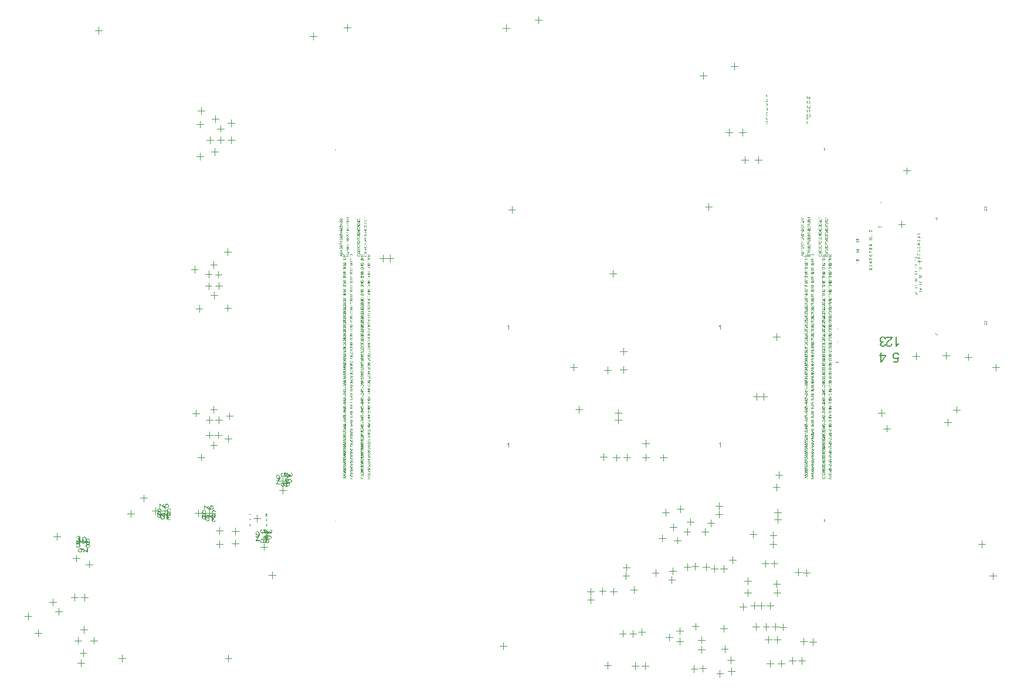
<source format=gbr>
G04*
G04 #@! TF.GenerationSoftware,Altium Limited,Altium Designer,23.7.1 (13)*
G04*
G04 Layer_Color=32896*
%FSLAX25Y25*%
%MOIN*%
G70*
G04*
G04 #@! TF.SameCoordinates,27D51526-8311-448D-B6E4-34D2AC34C314*
G04*
G04*
G04 #@! TF.FilePolarity,Positive*
G04*
G01*
G75*
%ADD16C,0.00394*%
%ADD353C,0.00100*%
G36*
X500180Y-173754D02*
X500189Y-173746D01*
X500230Y-173712D01*
X500280Y-173662D01*
X500364Y-173604D01*
X500455Y-173529D01*
X500572Y-173446D01*
X500705Y-173354D01*
X500855Y-173263D01*
X500863D01*
X500872Y-173254D01*
X500922Y-173221D01*
X501005Y-173179D01*
X501105Y-173129D01*
X501222Y-173071D01*
X501346Y-173013D01*
X501471Y-172954D01*
X501596Y-172904D01*
Y-173588D01*
X501588D01*
X501571Y-173604D01*
X501538Y-173612D01*
X501496Y-173637D01*
X501446Y-173662D01*
X501388Y-173696D01*
X501247Y-173779D01*
X501080Y-173871D01*
X500913Y-173987D01*
X500738Y-174121D01*
X500563Y-174262D01*
X500555Y-174271D01*
X500547Y-174279D01*
X500522Y-174304D01*
X500489Y-174329D01*
X500414Y-174412D01*
X500314Y-174512D01*
X500214Y-174629D01*
X500105Y-174762D01*
X500014Y-174895D01*
X499930Y-175037D01*
X499472D01*
Y-169248D01*
X500180D01*
Y-173754D01*
D02*
G37*
G36*
X492417Y-169156D02*
X492483Y-169164D01*
X492558Y-169173D01*
X492642Y-169189D01*
X492733Y-169206D01*
X492933Y-169256D01*
X493142Y-169339D01*
X493250Y-169389D01*
X493350Y-169448D01*
X493450Y-169523D01*
X493550Y-169597D01*
X493558Y-169606D01*
X493575Y-169622D01*
X493600Y-169647D01*
X493625Y-169681D01*
X493666Y-169722D01*
X493708Y-169781D01*
X493758Y-169839D01*
X493808Y-169914D01*
X493858Y-169997D01*
X493908Y-170081D01*
X493999Y-170281D01*
X494074Y-170514D01*
X494099Y-170639D01*
X494116Y-170772D01*
X493408Y-170864D01*
Y-170855D01*
X493400Y-170839D01*
X493391Y-170805D01*
X493383Y-170764D01*
X493375Y-170714D01*
X493358Y-170655D01*
X493316Y-170530D01*
X493258Y-170380D01*
X493183Y-170239D01*
X493100Y-170106D01*
X493000Y-169989D01*
X492983Y-169981D01*
X492950Y-169947D01*
X492883Y-169906D01*
X492800Y-169864D01*
X492700Y-169814D01*
X492575Y-169772D01*
X492433Y-169739D01*
X492283Y-169731D01*
X492234D01*
X492200Y-169739D01*
X492108Y-169747D01*
X491992Y-169772D01*
X491859Y-169814D01*
X491717Y-169872D01*
X491575Y-169956D01*
X491442Y-170072D01*
X491426Y-170089D01*
X491384Y-170139D01*
X491334Y-170214D01*
X491267Y-170314D01*
X491201Y-170439D01*
X491151Y-170580D01*
X491109Y-170747D01*
X491092Y-170930D01*
Y-170939D01*
Y-170955D01*
Y-170980D01*
X491101Y-171013D01*
X491109Y-171105D01*
X491134Y-171213D01*
X491167Y-171347D01*
X491226Y-171480D01*
X491309Y-171613D01*
X491417Y-171738D01*
X491434Y-171755D01*
X491475Y-171788D01*
X491542Y-171838D01*
X491634Y-171897D01*
X491750Y-171955D01*
X491892Y-172005D01*
X492050Y-172038D01*
X492225Y-172055D01*
X492300D01*
X492358Y-172046D01*
X492433Y-172038D01*
X492517Y-172021D01*
X492617Y-172005D01*
X492725Y-171980D01*
X492642Y-172605D01*
X492600D01*
X492567Y-172596D01*
X492458D01*
X492367Y-172613D01*
X492259Y-172629D01*
X492134Y-172654D01*
X491992Y-172696D01*
X491859Y-172755D01*
X491717Y-172829D01*
X491709D01*
X491700Y-172838D01*
X491659Y-172871D01*
X491600Y-172929D01*
X491534Y-173004D01*
X491467Y-173113D01*
X491409Y-173238D01*
X491367Y-173379D01*
X491351Y-173462D01*
Y-173554D01*
Y-173563D01*
Y-173571D01*
Y-173621D01*
X491367Y-173687D01*
X491384Y-173779D01*
X491417Y-173879D01*
X491459Y-173987D01*
X491525Y-174096D01*
X491617Y-174196D01*
X491625Y-174204D01*
X491667Y-174237D01*
X491725Y-174279D01*
X491800Y-174329D01*
X491900Y-174371D01*
X492017Y-174412D01*
X492150Y-174445D01*
X492300Y-174454D01*
X492367D01*
X492442Y-174437D01*
X492542Y-174420D01*
X492650Y-174387D01*
X492758Y-174346D01*
X492875Y-174279D01*
X492983Y-174196D01*
X492991Y-174187D01*
X493025Y-174146D01*
X493075Y-174087D01*
X493133Y-174004D01*
X493191Y-173896D01*
X493250Y-173762D01*
X493300Y-173604D01*
X493333Y-173421D01*
X494040Y-173546D01*
X494033Y-173438D01*
Y-173421D01*
Y-173379D01*
X494041Y-173313D01*
X494049Y-173221D01*
X494066Y-173121D01*
X494099Y-173004D01*
X494133Y-172879D01*
X494183Y-172755D01*
X494191Y-172738D01*
X494208Y-172696D01*
X494241Y-172629D01*
X494291Y-172538D01*
X494358Y-172438D01*
X494441Y-172313D01*
X494541Y-172188D01*
X494658Y-172046D01*
X494674Y-172030D01*
X494716Y-171980D01*
X494758Y-171938D01*
X494799Y-171897D01*
X494849Y-171846D01*
X494916Y-171780D01*
X494982Y-171713D01*
X495066Y-171638D01*
X495149Y-171555D01*
X495249Y-171463D01*
X495357Y-171372D01*
X495474Y-171263D01*
X495607Y-171155D01*
X495740Y-171038D01*
X495749Y-171030D01*
X495765Y-171013D01*
X495799Y-170989D01*
X495840Y-170955D01*
X495890Y-170905D01*
X495949Y-170855D01*
X496082Y-170747D01*
X496223Y-170622D01*
X496357Y-170497D01*
X496473Y-170389D01*
X496523Y-170347D01*
X496565Y-170306D01*
X496573Y-170297D01*
X496598Y-170272D01*
X496632Y-170239D01*
X496673Y-170189D01*
X496715Y-170131D01*
X496765Y-170072D01*
X496865Y-169931D01*
X494024D01*
Y-169248D01*
X497848D01*
Y-169256D01*
Y-169289D01*
Y-169339D01*
X497840Y-169406D01*
X497831Y-169481D01*
X497815Y-169564D01*
X497798Y-169647D01*
X497765Y-169739D01*
Y-169747D01*
X497756Y-169756D01*
X497740Y-169806D01*
X497706Y-169881D01*
X497656Y-169981D01*
X497590Y-170097D01*
X497506Y-170230D01*
X497415Y-170364D01*
X497298Y-170505D01*
Y-170514D01*
X497282Y-170522D01*
X497240Y-170572D01*
X497165Y-170647D01*
X497056Y-170755D01*
X496932Y-170880D01*
X496773Y-171030D01*
X496582Y-171197D01*
X496374Y-171372D01*
X496365Y-171380D01*
X496332Y-171405D01*
X496282Y-171447D01*
X496223Y-171497D01*
X496149Y-171563D01*
X496057Y-171638D01*
X495965Y-171722D01*
X495857Y-171813D01*
X495649Y-172013D01*
X495440Y-172213D01*
X495341Y-172313D01*
X495249Y-172413D01*
X495166Y-172505D01*
X495099Y-172596D01*
Y-172605D01*
X495082Y-172613D01*
X495066Y-172638D01*
X495049Y-172671D01*
X494991Y-172763D01*
X494924Y-172871D01*
X494866Y-173004D01*
X494807Y-173146D01*
X494774Y-173304D01*
X494758Y-173454D01*
Y-173462D01*
Y-173471D01*
X494766Y-173521D01*
X494774Y-173604D01*
X494799Y-173696D01*
X494832Y-173812D01*
X494891Y-173929D01*
X494966Y-174046D01*
X495066Y-174162D01*
X495082Y-174179D01*
X495124Y-174212D01*
X495182Y-174254D01*
X495274Y-174312D01*
X495391Y-174362D01*
X495524Y-174412D01*
X495682Y-174445D01*
X495857Y-174454D01*
X495907D01*
X495940Y-174445D01*
X496040Y-174437D01*
X496157Y-174412D01*
X496282Y-174379D01*
X496423Y-174320D01*
X496557Y-174246D01*
X496682Y-174146D01*
X496698Y-174129D01*
X496732Y-174087D01*
X496782Y-174021D01*
X496832Y-173921D01*
X496890Y-173804D01*
X496940Y-173654D01*
X496973Y-173487D01*
X496990Y-173296D01*
X497715Y-173371D01*
Y-173379D01*
X497706Y-173404D01*
Y-173446D01*
X497698Y-173504D01*
X497681Y-173571D01*
X497665Y-173646D01*
X497640Y-173737D01*
X497615Y-173829D01*
X497548Y-174029D01*
X497448Y-174229D01*
X497390Y-174329D01*
X497315Y-174429D01*
X497240Y-174521D01*
X497156Y-174604D01*
X497148Y-174612D01*
X497131Y-174620D01*
X497107Y-174645D01*
X497065Y-174670D01*
X497015Y-174704D01*
X496957Y-174737D01*
X496890Y-174779D01*
X496807Y-174820D01*
X496715Y-174862D01*
X496615Y-174904D01*
X496507Y-174937D01*
X496390Y-174970D01*
X496265Y-174995D01*
X496132Y-175020D01*
X495990Y-175029D01*
X495840Y-175037D01*
X495757D01*
X495699Y-175029D01*
X495632Y-175020D01*
X495549Y-175012D01*
X495457Y-174995D01*
X495366Y-174979D01*
X495149Y-174920D01*
X494932Y-174837D01*
X494824Y-174787D01*
X494716Y-174729D01*
X494616Y-174654D01*
X494524Y-174570D01*
X494516Y-174562D01*
X494499Y-174554D01*
X494483Y-174521D01*
X494449Y-174487D01*
X494408Y-174445D01*
X494366Y-174387D01*
X494324Y-174329D01*
X494274Y-174254D01*
X494191Y-174096D01*
X494108Y-173896D01*
X494074Y-173796D01*
X494058Y-173679D01*
X494041Y-173563D01*
X494041Y-173556D01*
X494033Y-173579D01*
X494024Y-173612D01*
X494016Y-173662D01*
X493999Y-173721D01*
X493974Y-173787D01*
X493925Y-173946D01*
X493841Y-174129D01*
X493741Y-174312D01*
X493616Y-174487D01*
X493458Y-174645D01*
X493450Y-174654D01*
X493433Y-174662D01*
X493408Y-174679D01*
X493375Y-174704D01*
X493333Y-174737D01*
X493275Y-174770D01*
X493216Y-174804D01*
X493142Y-174845D01*
X492975Y-174912D01*
X492783Y-174979D01*
X492558Y-175020D01*
X492442Y-175037D01*
X492234D01*
X492142Y-175029D01*
X492034Y-175012D01*
X491900Y-174987D01*
X491750Y-174945D01*
X491600Y-174895D01*
X491451Y-174829D01*
X491442D01*
X491434Y-174820D01*
X491384Y-174795D01*
X491309Y-174745D01*
X491226Y-174687D01*
X491126Y-174604D01*
X491026Y-174512D01*
X490926Y-174404D01*
X490842Y-174279D01*
X490834Y-174262D01*
X490809Y-174221D01*
X490776Y-174146D01*
X490734Y-174054D01*
X490692Y-173946D01*
X490659Y-173821D01*
X490634Y-173679D01*
X490626Y-173538D01*
Y-173521D01*
Y-173471D01*
X490634Y-173404D01*
X490651Y-173313D01*
X490676Y-173204D01*
X490717Y-173088D01*
X490767Y-172971D01*
X490834Y-172854D01*
X490842Y-172838D01*
X490867Y-172804D01*
X490917Y-172746D01*
X490984Y-172679D01*
X491067Y-172605D01*
X491167Y-172521D01*
X491284Y-172446D01*
X491426Y-172371D01*
X491417D01*
X491400Y-172363D01*
X491375Y-172355D01*
X491342Y-172346D01*
X491251Y-172313D01*
X491134Y-172263D01*
X491001Y-172196D01*
X490867Y-172113D01*
X490742Y-172005D01*
X490626Y-171880D01*
X490618Y-171863D01*
X490584Y-171813D01*
X490534Y-171730D01*
X490484Y-171622D01*
X490434Y-171488D01*
X490384Y-171330D01*
X490351Y-171147D01*
X490343Y-170947D01*
Y-170939D01*
Y-170914D01*
Y-170872D01*
X490351Y-170822D01*
X490359Y-170755D01*
X490376Y-170680D01*
X490393Y-170597D01*
X490409Y-170505D01*
X490476Y-170306D01*
X490526Y-170197D01*
X490576Y-170097D01*
X490642Y-169989D01*
X490717Y-169881D01*
X490801Y-169772D01*
X490901Y-169672D01*
X490909Y-169664D01*
X490926Y-169647D01*
X490959Y-169622D01*
X491001Y-169589D01*
X491051Y-169547D01*
X491117Y-169506D01*
X491192Y-169456D01*
X491284Y-169414D01*
X491375Y-169364D01*
X491484Y-169314D01*
X491592Y-169273D01*
X491717Y-169231D01*
X491850Y-169198D01*
X491992Y-169173D01*
X492134Y-169156D01*
X492292Y-169148D01*
X492367D01*
X492417Y-169156D01*
D02*
G37*
G36*
X491609Y-179685D02*
X494116D01*
Y-180335D01*
X491475Y-184067D01*
X490901D01*
Y-180335D01*
X490118D01*
Y-179685D01*
X490901D01*
Y-178303D01*
X491609D01*
Y-179685D01*
D02*
G37*
G36*
X499880Y-178211D02*
X499947Y-178219D01*
X500022Y-178228D01*
X500114Y-178236D01*
X500205Y-178261D01*
X500414Y-178311D01*
X500622Y-178386D01*
X500730Y-178436D01*
X500838Y-178494D01*
X500938Y-178561D01*
X501038Y-178636D01*
X501047Y-178644D01*
X501063Y-178653D01*
X501080Y-178686D01*
X501113Y-178719D01*
X501155Y-178761D01*
X501197Y-178811D01*
X501247Y-178877D01*
X501288Y-178952D01*
X501338Y-179027D01*
X501388Y-179119D01*
X501480Y-179319D01*
X501555Y-179552D01*
X501580Y-179677D01*
X501596Y-179810D01*
X500855Y-179869D01*
Y-179860D01*
Y-179844D01*
X500847Y-179819D01*
X500838Y-179777D01*
X500813Y-179685D01*
X500780Y-179560D01*
X500730Y-179436D01*
X500663Y-179294D01*
X500580Y-179169D01*
X500480Y-179052D01*
X500463Y-179044D01*
X500430Y-179011D01*
X500364Y-178969D01*
X500272Y-178919D01*
X500172Y-178869D01*
X500047Y-178828D01*
X499905Y-178794D01*
X499747Y-178786D01*
X499697D01*
X499664Y-178794D01*
X499564Y-178803D01*
X499447Y-178836D01*
X499306Y-178877D01*
X499164Y-178944D01*
X499014Y-179044D01*
X498947Y-179102D01*
X498881Y-179169D01*
X498873Y-179177D01*
X498864Y-179186D01*
X498847Y-179211D01*
X498822Y-179236D01*
X498764Y-179327D01*
X498698Y-179444D01*
X498639Y-179586D01*
X498581Y-179760D01*
X498539Y-179969D01*
X498523Y-180077D01*
Y-180194D01*
Y-180202D01*
Y-180219D01*
Y-180252D01*
X498531Y-180294D01*
Y-180343D01*
X498539Y-180402D01*
X498564Y-180535D01*
X498606Y-180693D01*
X498664Y-180852D01*
X498747Y-181002D01*
X498864Y-181143D01*
Y-181151D01*
X498881Y-181160D01*
X498922Y-181202D01*
X498997Y-181260D01*
X499097Y-181326D01*
X499231Y-181385D01*
X499381Y-181443D01*
X499555Y-181485D01*
X499655Y-181501D01*
X499814D01*
X499880Y-181493D01*
X499964Y-181485D01*
X500064Y-181460D01*
X500164Y-181435D01*
X500272Y-181393D01*
X500380Y-181343D01*
X500388Y-181335D01*
X500422Y-181318D01*
X500472Y-181277D01*
X500538Y-181235D01*
X500605Y-181176D01*
X500672Y-181102D01*
X500747Y-181027D01*
X500805Y-180935D01*
X501471Y-181027D01*
X500913Y-183992D01*
X498048D01*
Y-183317D01*
X500355D01*
X500663Y-181760D01*
X500655Y-181768D01*
X500638Y-181776D01*
X500613Y-181793D01*
X500572Y-181818D01*
X500522Y-181843D01*
X500463Y-181876D01*
X500330Y-181943D01*
X500164Y-182009D01*
X499980Y-182068D01*
X499781Y-182109D01*
X499681Y-182126D01*
X499497D01*
X499447Y-182118D01*
X499381Y-182109D01*
X499306Y-182101D01*
X499222Y-182085D01*
X499131Y-182060D01*
X498931Y-182001D01*
X498822Y-181959D01*
X498714Y-181901D01*
X498606Y-181843D01*
X498498Y-181776D01*
X498398Y-181693D01*
X498298Y-181601D01*
X498289Y-181593D01*
X498273Y-181576D01*
X498248Y-181551D01*
X498214Y-181510D01*
X498173Y-181451D01*
X498131Y-181393D01*
X498081Y-181318D01*
X498031Y-181235D01*
X497990Y-181143D01*
X497939Y-181043D01*
X497898Y-180927D01*
X497856Y-180810D01*
X497823Y-180685D01*
X497798Y-180543D01*
X497781Y-180402D01*
X497773Y-180252D01*
Y-180244D01*
Y-180219D01*
Y-180177D01*
X497781Y-180119D01*
X497790Y-180052D01*
X497798Y-179977D01*
X497815Y-179885D01*
X497831Y-179794D01*
X497881Y-179577D01*
X497964Y-179352D01*
X498014Y-179236D01*
X498081Y-179127D01*
X498148Y-179011D01*
X498231Y-178902D01*
X498239Y-178894D01*
X498256Y-178869D01*
X498289Y-178836D01*
X498331Y-178794D01*
X498389Y-178744D01*
X498456Y-178677D01*
X498539Y-178619D01*
X498631Y-178553D01*
X498731Y-178486D01*
X498847Y-178428D01*
X498972Y-178369D01*
X499106Y-178311D01*
X499247Y-178269D01*
X499406Y-178236D01*
X499572Y-178211D01*
X499747Y-178203D01*
X499822D01*
X499880Y-178211D01*
D02*
G37*
G36*
X141846Y-279308D02*
X141866Y-279281D01*
X141871Y-279276D01*
X141882Y-279266D01*
X141897Y-279251D01*
X141917Y-279235D01*
X141943Y-279210D01*
X141978Y-279185D01*
X142014Y-279154D01*
X142060Y-279123D01*
X142111Y-279093D01*
X142162Y-279062D01*
X142284Y-279006D01*
X142426Y-278961D01*
X142503Y-278945D01*
X142584Y-278935D01*
X142640Y-279368D01*
X142635D01*
X142625Y-279373D01*
X142604Y-279378D01*
X142579Y-279383D01*
X142548Y-279388D01*
X142513Y-279398D01*
X142436Y-279424D01*
X142345Y-279459D01*
X142258Y-279505D01*
X142188Y-279549D01*
X143318Y-280349D01*
X143337Y-280294D01*
X143358Y-280197D01*
X143368Y-280090D01*
Y-280045D01*
X143363Y-280009D01*
X143358Y-279963D01*
X143348Y-279912D01*
X143337Y-279851D01*
X143322Y-279785D01*
X143704Y-279836D01*
Y-279861D01*
X143699Y-279882D01*
Y-279948D01*
X143709Y-280004D01*
X143716Y-280047D01*
X143911D01*
Y-280052D01*
X143921Y-280062D01*
X143926Y-280083D01*
X143941Y-280108D01*
X143956Y-280138D01*
X143977Y-280174D01*
X144028Y-280261D01*
X144084Y-280363D01*
X144155Y-280464D01*
X144237Y-280571D01*
X144280Y-280625D01*
X144284D01*
X144289D01*
X144294D01*
X144325D01*
X144366Y-280615D01*
X144422Y-280605D01*
X144483Y-280584D01*
X144549Y-280559D01*
X144615Y-280518D01*
X144676Y-280462D01*
X144681Y-280457D01*
X144701Y-280432D01*
X144727Y-280396D01*
X144757Y-280350D01*
X144783Y-280289D01*
X144808Y-280218D01*
X144829Y-280136D01*
X144834Y-280045D01*
Y-280004D01*
X144824Y-279958D01*
X144813Y-279897D01*
X144793Y-279831D01*
X144768Y-279765D01*
X144727Y-279694D01*
X144676Y-279627D01*
X144671Y-279622D01*
X144646Y-279602D01*
X144610Y-279571D01*
X144559Y-279536D01*
X144493Y-279500D01*
X144411Y-279465D01*
X144315Y-279434D01*
X144203Y-279414D01*
X144279Y-278981D01*
X144284D01*
X144299Y-278986D01*
X144320Y-278991D01*
X144350Y-278996D01*
X144386Y-279006D01*
X144427Y-279022D01*
X144523Y-279052D01*
X144635Y-279103D01*
X144747Y-279164D01*
X144854Y-279240D01*
X144951Y-279337D01*
X144956Y-279342D01*
X144961Y-279352D01*
X144971Y-279368D01*
X144986Y-279388D01*
X145007Y-279414D01*
X145027Y-279449D01*
X145048Y-279485D01*
X145073Y-279531D01*
X145114Y-279632D01*
X145154Y-279749D01*
X145180Y-279887D01*
X145190Y-279958D01*
Y-280085D01*
X145185Y-280141D01*
X145175Y-280208D01*
X145159Y-280289D01*
X145134Y-280381D01*
X145104Y-280472D01*
X145063Y-280564D01*
Y-280569D01*
X145058Y-280574D01*
X145043Y-280605D01*
X145012Y-280650D01*
X144976Y-280701D01*
X144925Y-280762D01*
X144869Y-280823D01*
X144803Y-280885D01*
X144727Y-280936D01*
X144717Y-280941D01*
X144691Y-280956D01*
X144651Y-280974D01*
X144710Y-281014D01*
X144796Y-281065D01*
Y-281345D01*
X142825D01*
X142805Y-281365D01*
X142739Y-281431D01*
X142662Y-281507D01*
X142566Y-281599D01*
X142449Y-281701D01*
X142321Y-281808D01*
X142316Y-281813D01*
X142296Y-281828D01*
X142265Y-281854D01*
X142230Y-281884D01*
X142184Y-281925D01*
X142128Y-281971D01*
X142072Y-282022D01*
X142006Y-282078D01*
X141998Y-282085D01*
X142362D01*
Y-282509D01*
X142496Y-282485D01*
X142648Y-282470D01*
X142816Y-282460D01*
X142994Y-282454D01*
X143000D01*
X143020D01*
X143056D01*
X143096D01*
X143152Y-282460D01*
X143213D01*
X143280Y-282465D01*
X143356Y-282470D01*
X143514Y-282485D01*
X143682Y-282510D01*
X143850Y-282541D01*
X143926Y-282561D01*
X144002Y-282582D01*
X144007D01*
X144018Y-282587D01*
X144038Y-282597D01*
X144063Y-282607D01*
X144099Y-282617D01*
X144135Y-282638D01*
X144221Y-282678D01*
X144313Y-282729D01*
X144410Y-282796D01*
X144506Y-282872D01*
X144588Y-282963D01*
Y-282969D01*
X144598Y-282974D01*
X144608Y-282989D01*
X144618Y-283009D01*
X144639Y-283035D01*
X144654Y-283065D01*
X144695Y-283142D01*
X144730Y-283233D01*
X144766Y-283340D01*
X144786Y-283467D01*
X144796Y-283605D01*
Y-283651D01*
X144791Y-283707D01*
X144781Y-283773D01*
X144766Y-283849D01*
X144746Y-283931D01*
X144720Y-284017D01*
X144679Y-284099D01*
Y-284104D01*
X144674Y-284109D01*
X144659Y-284134D01*
X144633Y-284175D01*
X144598Y-284226D01*
X144547Y-284282D01*
X144491Y-284343D01*
X144425Y-284399D01*
X144349Y-284455D01*
X144338Y-284460D01*
X144313Y-284480D01*
X144267Y-284501D01*
X144201Y-284536D01*
X144124Y-284567D01*
X144038Y-284608D01*
X143936Y-284643D01*
X143824Y-284674D01*
X143819D01*
X143809Y-284679D01*
X143794Y-284684D01*
X143768Y-284689D01*
X143738Y-284694D01*
X143702Y-284699D01*
X143656Y-284709D01*
X143605Y-284714D01*
X143549Y-284725D01*
X143488Y-284730D01*
X143417Y-284735D01*
X143346Y-284745D01*
X143271Y-284750D01*
X143284Y-284763D01*
X143289Y-284768D01*
X143300Y-284778D01*
X143315Y-284793D01*
X143335Y-284819D01*
X143361Y-284849D01*
X143391Y-284890D01*
X143417Y-284930D01*
X143452Y-284981D01*
X143483Y-285032D01*
X143508Y-285093D01*
X143564Y-285231D01*
X143585Y-285302D01*
X143600Y-285384D01*
X143610Y-285465D01*
X143615Y-285551D01*
Y-285587D01*
X143610Y-285613D01*
Y-285638D01*
X143605Y-285674D01*
X143590Y-285760D01*
X143570Y-285857D01*
X143534Y-285964D01*
X143488Y-286071D01*
X143427Y-286177D01*
Y-286183D01*
X143417Y-286188D01*
X143407Y-286203D01*
X143391Y-286223D01*
X143351Y-286274D01*
X143295Y-286340D01*
X143218Y-286407D01*
X143127Y-286483D01*
X143020Y-286549D01*
X142898Y-286610D01*
X142893D01*
X142882Y-286615D01*
X142862Y-286625D01*
X142836Y-286636D01*
X142801Y-286646D01*
X142755Y-286661D01*
X142704Y-286671D01*
X142648Y-286686D01*
X142582Y-286702D01*
X142506Y-286717D01*
X142424Y-286727D01*
X142338Y-286737D01*
X142241Y-286748D01*
X142139Y-286758D01*
X142027Y-286763D01*
X141910D01*
X141905D01*
X141880D01*
X141844D01*
X141798D01*
X141742Y-286758D01*
X141676D01*
X141600Y-286753D01*
X141523Y-286742D01*
X141350Y-286727D01*
X141167Y-286702D01*
X140994Y-286666D01*
X140907Y-286641D01*
X140831Y-286615D01*
X140826D01*
X140816Y-286610D01*
X140795Y-286600D01*
X140765Y-286590D01*
X140734Y-286575D01*
X140694Y-286554D01*
X140607Y-286503D01*
X140510Y-286442D01*
X140409Y-286371D01*
X140324Y-286291D01*
X140274Y-286366D01*
X140218Y-286447D01*
X140147Y-286524D01*
X140066Y-286595D01*
X140060D01*
X140055Y-286600D01*
X140025Y-286620D01*
X139974Y-286651D01*
X139908Y-286681D01*
X139826Y-286712D01*
X139730Y-286742D01*
X139623Y-286763D01*
X139506Y-286768D01*
X139501D01*
X139485D01*
X139460D01*
X139429Y-286763D01*
X139394Y-286758D01*
X139348Y-286753D01*
X139297Y-286742D01*
X139241Y-286727D01*
X139124Y-286692D01*
X139058Y-286666D01*
X138997Y-286631D01*
X138930Y-286595D01*
X138869Y-286554D01*
X138808Y-286503D01*
X138747Y-286447D01*
X138742Y-286442D01*
X138732Y-286432D01*
X138717Y-286417D01*
X138701Y-286391D01*
X138676Y-286356D01*
X138651Y-286320D01*
X138625Y-286274D01*
X138594Y-286223D01*
X138564Y-286167D01*
X138539Y-286101D01*
X138513Y-286030D01*
X138488Y-285959D01*
X138472Y-285877D01*
X138457Y-285791D01*
X138447Y-285704D01*
X138442Y-285607D01*
Y-285557D01*
X138447Y-285521D01*
X138452Y-285475D01*
X138457Y-285424D01*
X138467Y-285368D01*
X138483Y-285307D01*
X138518Y-285170D01*
X138544Y-285098D01*
X138569Y-285032D01*
X138605Y-284961D01*
X138645Y-284890D01*
X138691Y-284824D01*
X138747Y-284763D01*
X138752Y-284757D01*
X138762Y-284747D01*
X138778Y-284732D01*
X138803Y-284712D01*
X138834Y-284691D01*
X138869Y-284661D01*
X138910Y-284635D01*
X138961Y-284605D01*
X139012Y-284574D01*
X139073Y-284549D01*
X139200Y-284498D01*
X139277Y-284477D01*
X139353Y-284462D01*
X139434Y-284452D01*
X139516Y-284447D01*
X139521D01*
X139531D01*
X139551D01*
X139572Y-284452D01*
X139602D01*
X139638Y-284457D01*
X139719Y-284467D01*
X139811Y-284488D01*
X139903Y-284518D01*
X139999Y-284564D01*
X140091Y-284620D01*
X140096D01*
X140101Y-284630D01*
X140127Y-284650D01*
X140167Y-284691D01*
X140218Y-284747D01*
X140261Y-284808D01*
X140271Y-284798D01*
X140286Y-284783D01*
X140312Y-284763D01*
X140342Y-284737D01*
X140414Y-284686D01*
X140505Y-284635D01*
X140617Y-284584D01*
X140744Y-284544D01*
X140892Y-284513D01*
X140902Y-284623D01*
X140951Y-284610D01*
X141038Y-284594D01*
X141129Y-284589D01*
X141134D01*
X141145D01*
X141165D01*
X141195Y-284594D01*
X141226Y-284600D01*
X141267Y-284605D01*
X141353Y-284625D01*
X141455Y-284656D01*
X141562Y-284706D01*
X141606Y-284731D01*
X141620Y-284722D01*
X141645Y-284701D01*
X141681Y-284676D01*
X141717Y-284650D01*
X141762Y-284625D01*
X141813Y-284600D01*
X141866Y-284571D01*
X141859Y-284567D01*
X141773Y-284526D01*
X141681Y-284475D01*
X141579Y-284409D01*
X141488Y-284333D01*
X141401Y-284241D01*
Y-284236D01*
X141391Y-284231D01*
X141381Y-284216D01*
X141371Y-284195D01*
X141356Y-284170D01*
X141335Y-284144D01*
X141299Y-284068D01*
X141264Y-283976D01*
X141228Y-283870D01*
X141215Y-283784D01*
X141191Y-283762D01*
X141186Y-283757D01*
X141176Y-283752D01*
X141166Y-283732D01*
X141146Y-283712D01*
X141120Y-283686D01*
X141095Y-283650D01*
X141069Y-283615D01*
X141039Y-283569D01*
X140988Y-283472D01*
X140937Y-283350D01*
X140917Y-283289D01*
X140906Y-283218D01*
X140896Y-283147D01*
X140891Y-283070D01*
Y-283060D01*
Y-283034D01*
X140896Y-282994D01*
X140901Y-282938D01*
X140911Y-282877D01*
X140932Y-282805D01*
X140952Y-282729D01*
X140983Y-282653D01*
X140988Y-282643D01*
X140998Y-282617D01*
X141018Y-282576D01*
X141049Y-282520D01*
X141089Y-282459D01*
X141140Y-282383D01*
X141201Y-282307D01*
X141273Y-282220D01*
X141283Y-282210D01*
X141308Y-282179D01*
X141334Y-282154D01*
X141359Y-282129D01*
X141390Y-282098D01*
X141431Y-282057D01*
X141471Y-282016D01*
X141522Y-281971D01*
X141573Y-281920D01*
X141634Y-281864D01*
X141700Y-281808D01*
X141772Y-281742D01*
X141853Y-281676D01*
X141935Y-281604D01*
X141940Y-281599D01*
X141950Y-281589D01*
X141970Y-281574D01*
X141996Y-281553D01*
X142026Y-281523D01*
X142062Y-281492D01*
X142143Y-281426D01*
X142230Y-281350D01*
X142235Y-281345D01*
X141320D01*
Y-281378D01*
X140923D01*
Y-280927D01*
X140886D01*
Y-280900D01*
X140565D01*
X140519Y-280951D01*
X140514Y-280956D01*
X140503Y-280966D01*
X140488Y-280981D01*
X140463Y-281002D01*
X140427Y-281027D01*
X140391Y-281052D01*
X140346Y-281083D01*
X140295Y-281114D01*
X140239Y-281139D01*
X140178Y-281170D01*
X140106Y-281195D01*
X140035Y-281221D01*
X139959Y-281241D01*
X139872Y-281256D01*
X139786Y-281266D01*
X139694Y-281271D01*
X139689D01*
X139674D01*
X139648D01*
X139612Y-281266D01*
X139572Y-281261D01*
X139526Y-281256D01*
X139470Y-281246D01*
X139414Y-281236D01*
X139282Y-281205D01*
X139144Y-281154D01*
X139073Y-281124D01*
X139007Y-281083D01*
X138936Y-281042D01*
X138869Y-280992D01*
X138864Y-280986D01*
X138849Y-280976D01*
X138829Y-280956D01*
X138803Y-280930D01*
X138773Y-280895D01*
X138732Y-280854D01*
X138696Y-280803D01*
X138656Y-280747D01*
X138615Y-280686D01*
X138579Y-280615D01*
X138544Y-280539D01*
X138508Y-280457D01*
X138483Y-280370D01*
X138462Y-280274D01*
X138447Y-280172D01*
X138442Y-280065D01*
Y-280019D01*
X138447Y-279984D01*
X138452Y-279943D01*
X138457Y-279897D01*
X138462Y-279841D01*
X138478Y-279785D01*
X138508Y-279658D01*
X138554Y-279531D01*
X138584Y-279465D01*
X138620Y-279398D01*
X138661Y-279337D01*
X138707Y-279276D01*
X138712Y-279271D01*
X138717Y-279261D01*
X138737Y-279251D01*
X138757Y-279230D01*
X138783Y-279205D01*
X138813Y-279179D01*
X138854Y-279149D01*
X138900Y-279123D01*
X138946Y-279093D01*
X139002Y-279062D01*
X139124Y-279006D01*
X139266Y-278961D01*
X139343Y-278945D01*
X139424Y-278935D01*
X139460Y-279388D01*
X139455D01*
X139445D01*
X139429Y-279393D01*
X139404Y-279398D01*
X139348Y-279414D01*
X139271Y-279434D01*
X139195Y-279465D01*
X139109Y-279505D01*
X139032Y-279556D01*
X138961Y-279617D01*
X138956Y-279627D01*
X138936Y-279648D01*
X138910Y-279688D01*
X138880Y-279744D01*
X138849Y-279805D01*
X138824Y-279882D01*
X138803Y-279968D01*
X138798Y-280065D01*
Y-280096D01*
X138803Y-280116D01*
X138808Y-280177D01*
X138829Y-280248D01*
X138854Y-280335D01*
X138895Y-280421D01*
X138956Y-280513D01*
X138992Y-280554D01*
X139032Y-280594D01*
X139037Y-280599D01*
X139042Y-280605D01*
X139058Y-280615D01*
X139073Y-280630D01*
X139129Y-280666D01*
X139200Y-280706D01*
X139287Y-280742D01*
X139394Y-280778D01*
X139521Y-280803D01*
X139587Y-280813D01*
X139658D01*
X139663D01*
X139674D01*
X139694D01*
X139719Y-280808D01*
X139750D01*
X139786Y-280803D01*
X139867Y-280788D01*
X139964Y-280762D01*
X140060Y-280727D01*
X140078Y-280717D01*
Y-280467D01*
X140347D01*
X140351Y-280462D01*
X140386Y-280381D01*
X140422Y-280289D01*
X140447Y-280182D01*
X140457Y-280121D01*
Y-280024D01*
X140452Y-279984D01*
X140447Y-279933D01*
X140432Y-279872D01*
X140417Y-279811D01*
X140391Y-279744D01*
X140361Y-279678D01*
X140356Y-279673D01*
X140346Y-279653D01*
X140320Y-279622D01*
X140295Y-279581D01*
X140259Y-279541D01*
X140213Y-279500D01*
X140167Y-279454D01*
X140111Y-279419D01*
X140167Y-279012D01*
X140923Y-279154D01*
Y-278935D01*
X141320D01*
X141846Y-279308D01*
D02*
G37*
G36*
X136939Y-280060D02*
X136979D01*
X137025Y-280065D01*
X137076Y-280076D01*
X137137Y-280091D01*
X137198Y-280106D01*
X137269Y-280126D01*
X137341Y-280152D01*
X137412Y-280182D01*
X137488Y-280223D01*
X137559Y-280269D01*
X137631Y-280320D01*
X137702Y-280381D01*
X137768Y-280452D01*
X137773Y-280457D01*
X137784Y-280472D01*
X137799Y-280493D01*
X137819Y-280528D01*
X137850Y-280574D01*
X137875Y-280625D01*
X137906Y-280691D01*
X137936Y-280763D01*
X137972Y-280849D01*
X138002Y-280946D01*
X138028Y-281053D01*
X138053Y-281170D01*
X138079Y-281302D01*
X138094Y-281445D01*
X138104Y-281597D01*
X138109Y-281760D01*
Y-281765D01*
Y-281770D01*
Y-281786D01*
Y-281806D01*
X138104Y-281857D01*
Y-281928D01*
X138099Y-282010D01*
X138089Y-282106D01*
X138079Y-282213D01*
X138063Y-282330D01*
X138043Y-282447D01*
X138018Y-282575D01*
X137987Y-282697D01*
X137951Y-282819D01*
X137906Y-282936D01*
X137855Y-283048D01*
X137799Y-283155D01*
X137733Y-283246D01*
X137727Y-283252D01*
X137717Y-283262D01*
X137697Y-283282D01*
X137671Y-283313D01*
X137641Y-283343D01*
X137600Y-283374D01*
X137549Y-283415D01*
X137498Y-283450D01*
X137437Y-283486D01*
X137371Y-283526D01*
X137302Y-283554D01*
X137279Y-283617D01*
X137203Y-283810D01*
X137112Y-284014D01*
X137010Y-284217D01*
X137005Y-284223D01*
X136995Y-284243D01*
X136979Y-284268D01*
X136959Y-284309D01*
X136933Y-284355D01*
X136898Y-284411D01*
X136862Y-284472D01*
X136821Y-284538D01*
X136725Y-284686D01*
X136623Y-284838D01*
X136506Y-284996D01*
X136384Y-285144D01*
X138109D01*
Y-285561D01*
X135829D01*
Y-285220D01*
X135834Y-285215D01*
X135844Y-285205D01*
X135864Y-285185D01*
X135885Y-285154D01*
X135915Y-285118D01*
X135956Y-285078D01*
X135997Y-285027D01*
X136043Y-284966D01*
X136089Y-284905D01*
X136144Y-284833D01*
X136200Y-284752D01*
X136257Y-284670D01*
X136318Y-284579D01*
X136379Y-284482D01*
X136440Y-284375D01*
X136501Y-284268D01*
X136506Y-284263D01*
X136516Y-284243D01*
X136531Y-284212D01*
X136557Y-284167D01*
X136582Y-284110D01*
X136613Y-284049D01*
X136648Y-283978D01*
X136684Y-283897D01*
X136725Y-283805D01*
X136771Y-283714D01*
X136795Y-283653D01*
X136771Y-283649D01*
X136735D01*
X136694Y-283644D01*
X136598Y-283623D01*
X136491Y-283598D01*
X136379Y-283557D01*
X136267Y-283496D01*
X136211Y-283460D01*
X136160Y-283420D01*
X136155Y-283415D01*
X136150Y-283409D01*
X136134Y-283394D01*
X136119Y-283379D01*
X136094Y-283353D01*
X136073Y-283323D01*
X136017Y-283252D01*
X135961Y-283160D01*
X135910Y-283048D01*
X135864Y-282921D01*
X135834Y-282778D01*
X136267Y-282743D01*
Y-282748D01*
X136272Y-282753D01*
X136277Y-282783D01*
X136292Y-282829D01*
X136312Y-282885D01*
X136333Y-282946D01*
X136363Y-283007D01*
X136399Y-283063D01*
X136435Y-283109D01*
X136445Y-283119D01*
X136465Y-283140D01*
X136501Y-283170D01*
X136552Y-283206D01*
X136618Y-283236D01*
X136689Y-283267D01*
X136776Y-283287D01*
X136867Y-283297D01*
X136903D01*
X136930Y-283294D01*
X136933Y-283286D01*
X137010Y-283052D01*
Y-283047D01*
X137015Y-283031D01*
X137020Y-283006D01*
X137030Y-282976D01*
X137040Y-282935D01*
X137050Y-282884D01*
X137066Y-282828D01*
X137076Y-282767D01*
X137091Y-282696D01*
X137107Y-282619D01*
X137132Y-282456D01*
X137148Y-282347D01*
X137081Y-282366D01*
X137000Y-282381D01*
X136913Y-282397D01*
X136821Y-282402D01*
X136781D01*
X136750Y-282397D01*
X136709Y-282391D01*
X136669Y-282386D01*
X136618Y-282376D01*
X136567Y-282361D01*
X136450Y-282325D01*
X136389Y-282300D01*
X136328Y-282264D01*
X136267Y-282228D01*
X136200Y-282188D01*
X136139Y-282137D01*
X136083Y-282081D01*
X136078Y-282076D01*
X136068Y-282066D01*
X136053Y-282050D01*
X136038Y-282025D01*
X136012Y-281989D01*
X135987Y-281954D01*
X135961Y-281908D01*
X135931Y-281857D01*
X135900Y-281801D01*
X135875Y-281740D01*
X135849Y-281669D01*
X135824Y-281597D01*
X135809Y-281521D01*
X135793Y-281434D01*
X135783Y-281348D01*
X135778Y-281256D01*
Y-281251D01*
Y-281241D01*
Y-281226D01*
Y-281200D01*
X135783Y-281170D01*
Y-281139D01*
X135798Y-281058D01*
X135814Y-280961D01*
X135839Y-280859D01*
X135875Y-280747D01*
X135926Y-280641D01*
Y-280635D01*
X135931Y-280630D01*
X135941Y-280615D01*
X135951Y-280595D01*
X135982Y-280544D01*
X136027Y-280478D01*
X136083Y-280406D01*
X136150Y-280335D01*
X136231Y-280264D01*
X136318Y-280203D01*
X136323D01*
X136328Y-280198D01*
X136343Y-280188D01*
X136363Y-280182D01*
X136414Y-280157D01*
X136480Y-280132D01*
X136567Y-280101D01*
X136664Y-280081D01*
X136771Y-280060D01*
X136888Y-280055D01*
X136913D01*
X136939Y-280060D01*
D02*
G37*
G36*
X459115Y-62986D02*
X459117Y-62984D01*
X459129Y-62975D01*
X459142Y-62961D01*
X459165Y-62945D01*
X459191Y-62924D01*
X459223Y-62901D01*
X459260Y-62876D01*
X459302Y-62850D01*
X459304D01*
X459306Y-62848D01*
X459320Y-62839D01*
X459343Y-62827D01*
X459371Y-62813D01*
X459403Y-62797D01*
X459438Y-62781D01*
X459473Y-62765D01*
X459507Y-62751D01*
Y-62940D01*
X459505D01*
X459500Y-62945D01*
X459491Y-62947D01*
X459480Y-62954D01*
X459466Y-62961D01*
X459450Y-62970D01*
X459410Y-62994D01*
X459364Y-63019D01*
X459318Y-63051D01*
X459269Y-63088D01*
X459221Y-63127D01*
X459219Y-63130D01*
X459216Y-63132D01*
X459209Y-63139D01*
X459200Y-63146D01*
X459179Y-63169D01*
X459152Y-63197D01*
X459124Y-63229D01*
X459094Y-63266D01*
X459068Y-63303D01*
X459045Y-63342D01*
X458918D01*
Y-61737D01*
X459115D01*
Y-62986D01*
D02*
G37*
G36*
X153478Y-247076D02*
X153498Y-247050D01*
X153503Y-247045D01*
X153513Y-247035D01*
X153528Y-247019D01*
X153548Y-247004D01*
X153574Y-246978D01*
X153610Y-246953D01*
X153645Y-246922D01*
X153691Y-246892D01*
X153742Y-246861D01*
X153793Y-246831D01*
X153915Y-246775D01*
X154057Y-246729D01*
X154134Y-246714D01*
X154215Y-246704D01*
X154271Y-247136D01*
X154266D01*
X154256Y-247141D01*
X154236Y-247147D01*
X154210Y-247151D01*
X154180Y-247157D01*
X154144Y-247167D01*
X154068Y-247192D01*
X153976Y-247228D01*
X153890Y-247274D01*
X153819Y-247318D01*
X154949Y-248118D01*
X154969Y-248063D01*
X154989Y-247966D01*
X154999Y-247859D01*
Y-247813D01*
X154994Y-247778D01*
X154989Y-247732D01*
X154979Y-247681D01*
X154969Y-247620D01*
X154953Y-247554D01*
X155335Y-247605D01*
Y-247630D01*
X155330Y-247650D01*
Y-247716D01*
X155340Y-247773D01*
X155347Y-247815D01*
X155542D01*
Y-247820D01*
X155552Y-247831D01*
X155557Y-247851D01*
X155572Y-247877D01*
X155588Y-247907D01*
X155608Y-247943D01*
X155659Y-248029D01*
X155715Y-248131D01*
X155786Y-248233D01*
X155868Y-248340D01*
X155911Y-248394D01*
X155915D01*
X155920D01*
X155926D01*
X155956D01*
X155997Y-248383D01*
X156053Y-248373D01*
X156114Y-248353D01*
X156180Y-248327D01*
X156246Y-248287D01*
X156307Y-248231D01*
X156312Y-248225D01*
X156333Y-248200D01*
X156358Y-248164D01*
X156389Y-248119D01*
X156414Y-248058D01*
X156440Y-247986D01*
X156460Y-247905D01*
X156465Y-247813D01*
Y-247773D01*
X156455Y-247727D01*
X156445Y-247666D01*
X156424Y-247600D01*
X156399Y-247533D01*
X156358Y-247462D01*
X156307Y-247396D01*
X156302Y-247391D01*
X156277Y-247370D01*
X156241Y-247340D01*
X156190Y-247304D01*
X156124Y-247269D01*
X156043Y-247233D01*
X155946Y-247202D01*
X155834Y-247182D01*
X155910Y-246749D01*
X155915D01*
X155931Y-246755D01*
X155951Y-246760D01*
X155982Y-246765D01*
X156017Y-246775D01*
X156058Y-246790D01*
X156155Y-246821D01*
X156266Y-246872D01*
X156378Y-246933D01*
X156485Y-247009D01*
X156582Y-247106D01*
X156587Y-247111D01*
X156592Y-247121D01*
X156602Y-247136D01*
X156618Y-247157D01*
X156638Y-247182D01*
X156658Y-247218D01*
X156679Y-247253D01*
X156704Y-247299D01*
X156745Y-247401D01*
X156786Y-247518D01*
X156811Y-247656D01*
X156821Y-247727D01*
Y-247854D01*
X156816Y-247910D01*
X156806Y-247976D01*
X156791Y-248058D01*
X156765Y-248149D01*
X156735Y-248241D01*
X156694Y-248332D01*
Y-248338D01*
X156689Y-248343D01*
X156674Y-248373D01*
X156643Y-248419D01*
X156607Y-248470D01*
X156557Y-248531D01*
X156501Y-248592D01*
X156435Y-248653D01*
X156358Y-248704D01*
X156348Y-248709D01*
X156323Y-248724D01*
X156282Y-248742D01*
X156341Y-248782D01*
X156428Y-248833D01*
Y-249113D01*
X154456D01*
X154436Y-249133D01*
X154370Y-249200D01*
X154294Y-249276D01*
X154197Y-249368D01*
X154080Y-249469D01*
X153953Y-249576D01*
X153947Y-249582D01*
X153927Y-249597D01*
X153897Y-249622D01*
X153861Y-249653D01*
X153815Y-249693D01*
X153759Y-249739D01*
X153703Y-249790D01*
X153637Y-249846D01*
X153630Y-249853D01*
X153993D01*
Y-250277D01*
X154127Y-250254D01*
X154280Y-250238D01*
X154448Y-250228D01*
X154626Y-250223D01*
X154631D01*
X154651D01*
X154687D01*
X154727D01*
X154783Y-250228D01*
X154845D01*
X154911Y-250233D01*
X154987Y-250238D01*
X155145Y-250254D01*
X155313Y-250279D01*
X155481Y-250309D01*
X155557Y-250330D01*
X155634Y-250350D01*
X155639D01*
X155649Y-250355D01*
X155669Y-250365D01*
X155695Y-250376D01*
X155730Y-250386D01*
X155766Y-250406D01*
X155852Y-250447D01*
X155944Y-250498D01*
X156041Y-250564D01*
X156138Y-250640D01*
X156219Y-250732D01*
Y-250737D01*
X156229Y-250742D01*
X156239Y-250758D01*
X156249Y-250778D01*
X156270Y-250803D01*
X156285Y-250834D01*
X156326Y-250910D01*
X156361Y-251002D01*
X156397Y-251109D01*
X156417Y-251236D01*
X156428Y-251373D01*
Y-251419D01*
X156422Y-251475D01*
X156412Y-251541D01*
X156397Y-251618D01*
X156377Y-251699D01*
X156351Y-251786D01*
X156310Y-251867D01*
Y-251872D01*
X156305Y-251877D01*
X156290Y-251903D01*
X156265Y-251943D01*
X156229Y-251994D01*
X156178Y-252050D01*
X156122Y-252111D01*
X156056Y-252167D01*
X155980Y-252223D01*
X155970Y-252228D01*
X155944Y-252249D01*
X155898Y-252269D01*
X155832Y-252305D01*
X155756Y-252335D01*
X155669Y-252376D01*
X155567Y-252412D01*
X155455Y-252442D01*
X155450D01*
X155440Y-252447D01*
X155425Y-252452D01*
X155399Y-252457D01*
X155369Y-252463D01*
X155333Y-252468D01*
X155287Y-252478D01*
X155236Y-252483D01*
X155181Y-252493D01*
X155120Y-252498D01*
X155048Y-252503D01*
X154977Y-252514D01*
X154902Y-252518D01*
X154916Y-252531D01*
X154921Y-252536D01*
X154931Y-252546D01*
X154946Y-252561D01*
X154967Y-252587D01*
X154992Y-252618D01*
X155023Y-252658D01*
X155048Y-252699D01*
X155084Y-252750D01*
X155114Y-252801D01*
X155140Y-252862D01*
X155196Y-252999D01*
X155216Y-253071D01*
X155231Y-253152D01*
X155241Y-253233D01*
X155246Y-253320D01*
Y-253356D01*
X155241Y-253381D01*
Y-253407D01*
X155236Y-253442D01*
X155221Y-253529D01*
X155201Y-253625D01*
X155165Y-253732D01*
X155119Y-253839D01*
X155058Y-253946D01*
Y-253951D01*
X155048Y-253956D01*
X155038Y-253972D01*
X155023Y-253992D01*
X154982Y-254043D01*
X154926Y-254109D01*
X154850Y-254175D01*
X154758Y-254251D01*
X154651Y-254318D01*
X154529Y-254379D01*
X154524D01*
X154514Y-254384D01*
X154493Y-254394D01*
X154468Y-254404D01*
X154432Y-254414D01*
X154386Y-254430D01*
X154335Y-254440D01*
X154279Y-254455D01*
X154213Y-254470D01*
X154137Y-254486D01*
X154055Y-254496D01*
X153969Y-254506D01*
X153872Y-254516D01*
X153770Y-254526D01*
X153658Y-254531D01*
X153541D01*
X153536D01*
X153511D01*
X153475D01*
X153429D01*
X153373Y-254526D01*
X153307D01*
X153231Y-254521D01*
X153155Y-254511D01*
X152981Y-254496D01*
X152798Y-254470D01*
X152625Y-254435D01*
X152539Y-254409D01*
X152462Y-254384D01*
X152457D01*
X152447Y-254379D01*
X152427Y-254368D01*
X152396Y-254358D01*
X152366Y-254343D01*
X152325Y-254323D01*
X152238Y-254272D01*
X152142Y-254211D01*
X152040Y-254139D01*
X151955Y-254060D01*
X151906Y-254134D01*
X151849Y-254216D01*
X151778Y-254292D01*
X151697Y-254363D01*
X151692D01*
X151687Y-254368D01*
X151656Y-254389D01*
X151605Y-254419D01*
X151539Y-254450D01*
X151458Y-254481D01*
X151361Y-254511D01*
X151254Y-254531D01*
X151137Y-254537D01*
X151132D01*
X151117D01*
X151091D01*
X151060Y-254531D01*
X151025Y-254526D01*
X150979Y-254521D01*
X150928Y-254511D01*
X150872Y-254496D01*
X150755Y-254460D01*
X150689Y-254435D01*
X150628Y-254399D01*
X150562Y-254363D01*
X150501Y-254323D01*
X150440Y-254272D01*
X150379Y-254216D01*
X150373Y-254211D01*
X150363Y-254201D01*
X150348Y-254185D01*
X150333Y-254160D01*
X150307Y-254124D01*
X150282Y-254088D01*
X150256Y-254043D01*
X150226Y-253992D01*
X150195Y-253936D01*
X150170Y-253870D01*
X150144Y-253798D01*
X150119Y-253727D01*
X150104Y-253646D01*
X150088Y-253559D01*
X150078Y-253473D01*
X150073Y-253376D01*
Y-253325D01*
X150078Y-253289D01*
X150083Y-253244D01*
X150088Y-253193D01*
X150099Y-253137D01*
X150114Y-253076D01*
X150149Y-252938D01*
X150175Y-252867D01*
X150200Y-252801D01*
X150236Y-252730D01*
X150277Y-252658D01*
X150322Y-252592D01*
X150379Y-252531D01*
X150384Y-252526D01*
X150394Y-252516D01*
X150409Y-252501D01*
X150435Y-252480D01*
X150465Y-252460D01*
X150501Y-252429D01*
X150541Y-252404D01*
X150592Y-252373D01*
X150643Y-252343D01*
X150704Y-252317D01*
X150831Y-252266D01*
X150908Y-252246D01*
X150984Y-252231D01*
X151066Y-252221D01*
X151147Y-252215D01*
X151152D01*
X151162D01*
X151183D01*
X151203Y-252221D01*
X151234D01*
X151269Y-252226D01*
X151351Y-252236D01*
X151442Y-252256D01*
X151534Y-252287D01*
X151631Y-252332D01*
X151722Y-252389D01*
X151727D01*
X151732Y-252399D01*
X151758Y-252419D01*
X151799Y-252460D01*
X151849Y-252516D01*
X151893Y-252576D01*
X151902Y-252567D01*
X151918Y-252551D01*
X151943Y-252531D01*
X151974Y-252506D01*
X152045Y-252455D01*
X152137Y-252404D01*
X152249Y-252353D01*
X152376Y-252312D01*
X152523Y-252282D01*
X152533Y-252392D01*
X152582Y-252378D01*
X152669Y-252363D01*
X152761Y-252358D01*
X152766D01*
X152776D01*
X152796D01*
X152827Y-252363D01*
X152857Y-252368D01*
X152898Y-252373D01*
X152984Y-252394D01*
X153086Y-252424D01*
X153193Y-252475D01*
X153238Y-252499D01*
X153251Y-252490D01*
X153277Y-252470D01*
X153312Y-252445D01*
X153348Y-252419D01*
X153394Y-252394D01*
X153445Y-252368D01*
X153498Y-252339D01*
X153491Y-252335D01*
X153404Y-252295D01*
X153313Y-252244D01*
X153211Y-252178D01*
X153119Y-252101D01*
X153033Y-252010D01*
Y-252005D01*
X153022Y-251999D01*
X153012Y-251984D01*
X153002Y-251964D01*
X152987Y-251938D01*
X152966Y-251913D01*
X152931Y-251836D01*
X152895Y-251745D01*
X152859Y-251638D01*
X152846Y-251552D01*
X152823Y-251531D01*
X152817Y-251526D01*
X152807Y-251521D01*
X152797Y-251500D01*
X152777Y-251480D01*
X152751Y-251455D01*
X152726Y-251419D01*
X152700Y-251383D01*
X152670Y-251338D01*
X152619Y-251241D01*
X152568Y-251119D01*
X152548Y-251058D01*
X152538Y-250986D01*
X152527Y-250915D01*
X152522Y-250839D01*
Y-250829D01*
Y-250803D01*
X152527Y-250762D01*
X152532Y-250706D01*
X152543Y-250645D01*
X152563Y-250574D01*
X152583Y-250498D01*
X152614Y-250421D01*
X152619Y-250411D01*
X152629Y-250386D01*
X152649Y-250345D01*
X152680Y-250289D01*
X152721Y-250228D01*
X152772Y-250151D01*
X152833Y-250075D01*
X152904Y-249989D01*
X152914Y-249978D01*
X152940Y-249948D01*
X152965Y-249922D01*
X152990Y-249897D01*
X153021Y-249867D01*
X153062Y-249826D01*
X153103Y-249785D01*
X153153Y-249739D01*
X153204Y-249688D01*
X153265Y-249632D01*
X153332Y-249576D01*
X153403Y-249510D01*
X153484Y-249444D01*
X153566Y-249373D01*
X153571Y-249368D01*
X153581Y-249358D01*
X153601Y-249342D01*
X153627Y-249322D01*
X153657Y-249291D01*
X153693Y-249261D01*
X153774Y-249195D01*
X153861Y-249118D01*
X153866Y-249113D01*
X152951D01*
Y-249147D01*
X152554D01*
Y-248696D01*
X152517D01*
Y-248668D01*
X152197D01*
X152150Y-248719D01*
X152145Y-248724D01*
X152135Y-248734D01*
X152119Y-248750D01*
X152094Y-248770D01*
X152058Y-248796D01*
X152023Y-248821D01*
X151977Y-248852D01*
X151926Y-248882D01*
X151870Y-248908D01*
X151809Y-248938D01*
X151737Y-248964D01*
X151666Y-248989D01*
X151590Y-249009D01*
X151503Y-249025D01*
X151417Y-249035D01*
X151325Y-249040D01*
X151320D01*
X151305D01*
X151279D01*
X151244Y-249035D01*
X151203Y-249030D01*
X151157Y-249025D01*
X151101Y-249014D01*
X151045Y-249004D01*
X150913Y-248974D01*
X150776Y-248923D01*
X150704Y-248892D01*
X150638Y-248852D01*
X150567Y-248811D01*
X150501Y-248760D01*
X150496Y-248755D01*
X150480Y-248745D01*
X150460Y-248724D01*
X150435Y-248699D01*
X150404Y-248663D01*
X150363Y-248623D01*
X150328Y-248572D01*
X150287Y-248516D01*
X150246Y-248455D01*
X150210Y-248383D01*
X150175Y-248307D01*
X150139Y-248225D01*
X150114Y-248139D01*
X150093Y-248042D01*
X150078Y-247940D01*
X150073Y-247834D01*
Y-247788D01*
X150078Y-247752D01*
X150083Y-247711D01*
X150088Y-247666D01*
X150093Y-247610D01*
X150109Y-247554D01*
X150139Y-247426D01*
X150185Y-247299D01*
X150216Y-247233D01*
X150251Y-247167D01*
X150292Y-247106D01*
X150338Y-247045D01*
X150343Y-247040D01*
X150348Y-247029D01*
X150368Y-247019D01*
X150389Y-246999D01*
X150414Y-246973D01*
X150445Y-246948D01*
X150485Y-246917D01*
X150531Y-246892D01*
X150577Y-246861D01*
X150633Y-246831D01*
X150755Y-246775D01*
X150898Y-246729D01*
X150974Y-246714D01*
X151055Y-246704D01*
X151091Y-247157D01*
X151086D01*
X151076D01*
X151060Y-247162D01*
X151035Y-247167D01*
X150979Y-247182D01*
X150903Y-247202D01*
X150826Y-247233D01*
X150740Y-247274D01*
X150663Y-247325D01*
X150592Y-247386D01*
X150587Y-247396D01*
X150567Y-247416D01*
X150541Y-247457D01*
X150511Y-247513D01*
X150480Y-247574D01*
X150455Y-247650D01*
X150435Y-247737D01*
X150429Y-247834D01*
Y-247864D01*
X150435Y-247884D01*
X150440Y-247946D01*
X150460Y-248017D01*
X150485Y-248103D01*
X150526Y-248190D01*
X150587Y-248282D01*
X150623Y-248322D01*
X150663Y-248363D01*
X150669Y-248368D01*
X150674Y-248373D01*
X150689Y-248383D01*
X150704Y-248399D01*
X150760Y-248434D01*
X150831Y-248475D01*
X150918Y-248511D01*
X151025Y-248546D01*
X151152Y-248572D01*
X151218Y-248582D01*
X151290D01*
X151295D01*
X151305D01*
X151325D01*
X151351Y-248577D01*
X151381D01*
X151417Y-248572D01*
X151498Y-248556D01*
X151595Y-248531D01*
X151692Y-248495D01*
X151709Y-248486D01*
Y-248236D01*
X151978D01*
X151982Y-248231D01*
X152017Y-248149D01*
X152053Y-248058D01*
X152078Y-247951D01*
X152089Y-247890D01*
Y-247793D01*
X152084Y-247752D01*
X152078Y-247701D01*
X152063Y-247640D01*
X152048Y-247579D01*
X152023Y-247513D01*
X151992Y-247447D01*
X151987Y-247442D01*
X151977Y-247421D01*
X151951Y-247391D01*
X151926Y-247350D01*
X151890Y-247309D01*
X151844Y-247269D01*
X151799Y-247223D01*
X151743Y-247187D01*
X151799Y-246780D01*
X152554Y-246922D01*
Y-246704D01*
X152951D01*
X153478Y-247076D01*
D02*
G37*
G36*
X148570Y-247829D02*
X148610D01*
X148656Y-247834D01*
X148707Y-247844D01*
X148768Y-247859D01*
X148829Y-247874D01*
X148901Y-247895D01*
X148972Y-247920D01*
X149043Y-247951D01*
X149119Y-247992D01*
X149191Y-248037D01*
X149262Y-248088D01*
X149333Y-248149D01*
X149399Y-248221D01*
X149405Y-248226D01*
X149415Y-248241D01*
X149430Y-248261D01*
X149450Y-248297D01*
X149481Y-248343D01*
X149506Y-248394D01*
X149537Y-248460D01*
X149567Y-248531D01*
X149603Y-248618D01*
X149634Y-248714D01*
X149659Y-248821D01*
X149685Y-248938D01*
X149710Y-249071D01*
X149725Y-249213D01*
X149735Y-249366D01*
X149741Y-249529D01*
Y-249534D01*
Y-249539D01*
Y-249554D01*
Y-249575D01*
X149735Y-249625D01*
Y-249697D01*
X149730Y-249778D01*
X149720Y-249875D01*
X149710Y-249982D01*
X149695Y-250099D01*
X149674Y-250216D01*
X149649Y-250343D01*
X149618Y-250465D01*
X149583Y-250588D01*
X149537Y-250705D01*
X149486Y-250817D01*
X149430Y-250923D01*
X149364Y-251015D01*
X149359Y-251020D01*
X149348Y-251030D01*
X149328Y-251051D01*
X149303Y-251081D01*
X149272Y-251112D01*
X149231Y-251142D01*
X149180Y-251183D01*
X149130Y-251219D01*
X149069Y-251254D01*
X149002Y-251295D01*
X148933Y-251323D01*
X148911Y-251385D01*
X148834Y-251579D01*
X148743Y-251782D01*
X148641Y-251986D01*
X148636Y-251991D01*
X148626Y-252011D01*
X148610Y-252037D01*
X148590Y-252078D01*
X148565Y-252123D01*
X148529Y-252179D01*
X148493Y-252240D01*
X148453Y-252307D01*
X148356Y-252454D01*
X148254Y-252607D01*
X148137Y-252765D01*
X148015Y-252912D01*
X149741D01*
Y-253330D01*
X147460D01*
Y-252989D01*
X147465Y-252984D01*
X147475Y-252973D01*
X147496Y-252953D01*
X147516Y-252923D01*
X147547Y-252887D01*
X147587Y-252846D01*
X147628Y-252795D01*
X147674Y-252734D01*
X147720Y-252673D01*
X147776Y-252602D01*
X147832Y-252520D01*
X147888Y-252439D01*
X147949Y-252347D01*
X148010Y-252251D01*
X148071Y-252144D01*
X148132Y-252037D01*
X148137Y-252032D01*
X148147Y-252011D01*
X148163Y-251981D01*
X148188Y-251935D01*
X148213Y-251879D01*
X148244Y-251818D01*
X148280Y-251747D01*
X148315Y-251665D01*
X148356Y-251574D01*
X148402Y-251482D01*
X148426Y-251421D01*
X148402Y-251417D01*
X148366D01*
X148325Y-251412D01*
X148229Y-251392D01*
X148122Y-251366D01*
X148010Y-251326D01*
X147898Y-251265D01*
X147842Y-251229D01*
X147791Y-251188D01*
X147786Y-251183D01*
X147781Y-251178D01*
X147766Y-251163D01*
X147750Y-251147D01*
X147725Y-251122D01*
X147704Y-251091D01*
X147649Y-251020D01*
X147592Y-250928D01*
X147542Y-250817D01*
X147496Y-250689D01*
X147465Y-250547D01*
X147898Y-250511D01*
Y-250516D01*
X147903Y-250521D01*
X147908Y-250552D01*
X147923Y-250598D01*
X147944Y-250654D01*
X147964Y-250715D01*
X147995Y-250776D01*
X148030Y-250832D01*
X148066Y-250878D01*
X148076Y-250888D01*
X148096Y-250908D01*
X148132Y-250939D01*
X148183Y-250974D01*
X148249Y-251005D01*
X148320Y-251035D01*
X148407Y-251056D01*
X148498Y-251066D01*
X148534D01*
X148562Y-251062D01*
X148565Y-251055D01*
X148641Y-250820D01*
Y-250815D01*
X148646Y-250800D01*
X148651Y-250775D01*
X148661Y-250744D01*
X148672Y-250703D01*
X148682Y-250652D01*
X148697Y-250596D01*
X148707Y-250535D01*
X148723Y-250464D01*
X148738Y-250388D01*
X148763Y-250225D01*
X148779Y-250115D01*
X148712Y-250134D01*
X148631Y-250150D01*
X148544Y-250165D01*
X148453Y-250170D01*
X148412D01*
X148381Y-250165D01*
X148341Y-250160D01*
X148300Y-250155D01*
X148249Y-250145D01*
X148198Y-250129D01*
X148081Y-250094D01*
X148020Y-250068D01*
X147959Y-250033D01*
X147898Y-249997D01*
X147832Y-249956D01*
X147771Y-249905D01*
X147715Y-249850D01*
X147710Y-249844D01*
X147699Y-249834D01*
X147684Y-249819D01*
X147669Y-249794D01*
X147643Y-249758D01*
X147618Y-249722D01*
X147592Y-249676D01*
X147562Y-249625D01*
X147531Y-249570D01*
X147506Y-249508D01*
X147480Y-249437D01*
X147455Y-249366D01*
X147440Y-249290D01*
X147424Y-249203D01*
X147414Y-249116D01*
X147409Y-249025D01*
Y-249020D01*
Y-249010D01*
Y-248994D01*
Y-248969D01*
X147414Y-248938D01*
Y-248908D01*
X147430Y-248826D01*
X147445Y-248730D01*
X147470Y-248628D01*
X147506Y-248516D01*
X147557Y-248409D01*
Y-248404D01*
X147562Y-248399D01*
X147572Y-248383D01*
X147582Y-248363D01*
X147613Y-248312D01*
X147659Y-248246D01*
X147715Y-248175D01*
X147781Y-248104D01*
X147862Y-248032D01*
X147949Y-247971D01*
X147954D01*
X147959Y-247966D01*
X147974Y-247956D01*
X147995Y-247951D01*
X148046Y-247925D01*
X148112Y-247900D01*
X148198Y-247869D01*
X148295Y-247849D01*
X148402Y-247829D01*
X148519Y-247824D01*
X148544D01*
X148570Y-247829D01*
D02*
G37*
G36*
X448711Y-122188D02*
X448738D01*
X448768Y-122191D01*
X448801Y-122193D01*
X448875Y-122200D01*
X448951Y-122212D01*
X449025Y-122225D01*
X449059Y-122235D01*
X449094Y-122246D01*
X449096D01*
X449101Y-122248D01*
X449110Y-122253D01*
X449122Y-122258D01*
X449138Y-122262D01*
X449154Y-122272D01*
X449193Y-122290D01*
X449235Y-122313D01*
X449281Y-122343D01*
X449323Y-122378D01*
X449362Y-122420D01*
Y-122422D01*
X449367Y-122424D01*
X449371Y-122431D01*
X449376Y-122440D01*
X449383Y-122452D01*
X449392Y-122463D01*
X449408Y-122498D01*
X449424Y-122540D01*
X449440Y-122588D01*
X449450Y-122646D01*
X449454Y-122708D01*
Y-122731D01*
X449452Y-122748D01*
X449450Y-122766D01*
X449445Y-122789D01*
X449440Y-122815D01*
X449434Y-122842D01*
X449424Y-122870D01*
X449415Y-122900D01*
X449401Y-122930D01*
X449385Y-122960D01*
X449367Y-122990D01*
X449343Y-123020D01*
X449318Y-123048D01*
X449290Y-123073D01*
X449288Y-123075D01*
X449281Y-123080D01*
X449270Y-123087D01*
X449251Y-123099D01*
X449230Y-123110D01*
X449203Y-123122D01*
X449170Y-123138D01*
X449133Y-123152D01*
X449092Y-123166D01*
X449043Y-123179D01*
X448990Y-123193D01*
X448930Y-123205D01*
X448865Y-123216D01*
X448796Y-123223D01*
X448720Y-123228D01*
X448639Y-123230D01*
X448637D01*
X448627D01*
X448611D01*
X448593D01*
X448567Y-123228D01*
X448540D01*
X448510Y-123226D01*
X448475Y-123223D01*
X448403Y-123216D01*
X448327Y-123205D01*
X448251Y-123191D01*
X448216Y-123182D01*
X448182Y-123172D01*
X448179D01*
X448175Y-123170D01*
X448165Y-123166D01*
X448154Y-123161D01*
X448138Y-123156D01*
X448122Y-123147D01*
X448082Y-123129D01*
X448041Y-123106D01*
X447997Y-123075D01*
X447953Y-123041D01*
X447916Y-122999D01*
Y-122997D01*
X447911Y-122995D01*
X447907Y-122988D01*
X447902Y-122978D01*
X447893Y-122967D01*
X447886Y-122953D01*
X447867Y-122918D01*
X447851Y-122877D01*
X447835Y-122828D01*
X447826Y-122771D01*
X447821Y-122708D01*
Y-122687D01*
X447823Y-122662D01*
X447828Y-122632D01*
X447835Y-122597D01*
X447844Y-122560D01*
X447856Y-122521D01*
X447874Y-122484D01*
Y-122482D01*
X447877Y-122479D01*
X447884Y-122468D01*
X447895Y-122450D01*
X447911Y-122426D01*
X447934Y-122401D01*
X447960Y-122373D01*
X447990Y-122348D01*
X448025Y-122322D01*
X448029Y-122320D01*
X448041Y-122311D01*
X448061Y-122302D01*
X448092Y-122285D01*
X448126Y-122272D01*
X448165Y-122253D01*
X448212Y-122237D01*
X448262Y-122223D01*
X448265D01*
X448269Y-122221D01*
X448276Y-122219D01*
X448288Y-122216D01*
X448302Y-122214D01*
X448318Y-122212D01*
X448339Y-122207D01*
X448362Y-122205D01*
X448387Y-122200D01*
X448415Y-122198D01*
X448447Y-122195D01*
X448480Y-122191D01*
X448517Y-122188D01*
X448554D01*
X448595Y-122186D01*
X448639D01*
X448641D01*
X448651D01*
X448667D01*
X448685D01*
X448711Y-122188D01*
D02*
G37*
G36*
X449427Y-123930D02*
X448177D01*
X448179Y-123933D01*
X448188Y-123944D01*
X448202Y-123958D01*
X448218Y-123981D01*
X448239Y-124006D01*
X448262Y-124039D01*
X448288Y-124076D01*
X448313Y-124117D01*
Y-124120D01*
X448315Y-124122D01*
X448325Y-124136D01*
X448336Y-124159D01*
X448350Y-124187D01*
X448366Y-124219D01*
X448383Y-124254D01*
X448399Y-124288D01*
X448413Y-124323D01*
X448223D01*
Y-124321D01*
X448218Y-124316D01*
X448216Y-124307D01*
X448209Y-124295D01*
X448202Y-124281D01*
X448193Y-124265D01*
X448170Y-124226D01*
X448145Y-124180D01*
X448112Y-124134D01*
X448075Y-124085D01*
X448036Y-124036D01*
X448034Y-124034D01*
X448031Y-124032D01*
X448025Y-124025D01*
X448018Y-124016D01*
X447995Y-123995D01*
X447967Y-123967D01*
X447934Y-123939D01*
X447897Y-123909D01*
X447860Y-123884D01*
X447821Y-123861D01*
Y-123734D01*
X449427D01*
Y-123930D01*
D02*
G37*
G36*
Y-124803D02*
X448942Y-124990D01*
Y-124991D01*
X449427D01*
Y-125187D01*
X448942D01*
Y-125660D01*
X449427Y-125834D01*
Y-126058D01*
X447828Y-125448D01*
Y-125217D01*
X447915Y-125181D01*
X447897Y-125167D01*
X447860Y-125141D01*
X447821Y-125118D01*
Y-124991D01*
X448380D01*
X449427Y-124563D01*
Y-124803D01*
D02*
G37*
G36*
Y-126430D02*
X448177D01*
X448179Y-126433D01*
X448188Y-126444D01*
X448202Y-126458D01*
X448218Y-126481D01*
X448239Y-126506D01*
X448262Y-126539D01*
X448288Y-126576D01*
X448313Y-126617D01*
Y-126620D01*
X448315Y-126622D01*
X448325Y-126636D01*
X448336Y-126659D01*
X448350Y-126687D01*
X448366Y-126719D01*
X448383Y-126754D01*
X448399Y-126788D01*
X448413Y-126823D01*
X448223D01*
Y-126821D01*
X448218Y-126816D01*
X448216Y-126807D01*
X448209Y-126795D01*
X448202Y-126781D01*
X448193Y-126765D01*
X448170Y-126726D01*
X448145Y-126680D01*
X448112Y-126634D01*
X448075Y-126585D01*
X448036Y-126536D01*
X448034Y-126534D01*
X448031Y-126532D01*
X448025Y-126525D01*
X448018Y-126516D01*
X447995Y-126495D01*
X447967Y-126467D01*
X447934Y-126439D01*
X447897Y-126409D01*
X447860Y-126384D01*
X447821Y-126361D01*
Y-126234D01*
X449427D01*
Y-126430D01*
D02*
G37*
G36*
Y-127303D02*
D01*
Y-128258D01*
X449424D01*
X449415D01*
X449401D01*
X449383Y-128256D01*
X449362Y-128253D01*
X449339Y-128249D01*
X449316Y-128244D01*
X449290Y-128235D01*
X449288D01*
X449286Y-128233D01*
X449272Y-128228D01*
X449251Y-128219D01*
X449223Y-128205D01*
X449191Y-128186D01*
X449154Y-128163D01*
X449117Y-128138D01*
X449078Y-128105D01*
X449076D01*
X449073Y-128101D01*
X449059Y-128089D01*
X449039Y-128069D01*
X449009Y-128039D01*
X448974Y-128004D01*
X448942Y-127970D01*
Y-128160D01*
X449427Y-128334D01*
Y-128558D01*
X448293Y-128125D01*
X448283Y-128221D01*
X448281D01*
X448274Y-128219D01*
X448262D01*
X448246Y-128216D01*
X448228Y-128212D01*
X448207Y-128207D01*
X448182Y-128200D01*
X448156Y-128193D01*
X448101Y-128175D01*
X448045Y-128147D01*
X448018Y-128131D01*
X447990Y-128110D01*
X447964Y-128089D01*
X447941Y-128066D01*
X447939Y-128064D01*
X447937Y-128059D01*
X447930Y-128052D01*
X447923Y-128041D01*
X447914Y-128027D01*
X447904Y-128011D01*
X447893Y-127992D01*
X447881Y-127969D01*
X447881Y-127968D01*
X447828Y-127948D01*
Y-127794D01*
X447826Y-127782D01*
X447823Y-127743D01*
X447821Y-127701D01*
Y-127678D01*
X447823Y-127662D01*
X447826Y-127644D01*
X447828Y-127620D01*
X447833Y-127595D01*
X447837Y-127570D01*
X447854Y-127509D01*
X447877Y-127450D01*
X447891Y-127419D01*
X447907Y-127389D01*
X447928Y-127362D01*
X447951Y-127336D01*
X447953Y-127334D01*
X447955Y-127329D01*
X447964Y-127325D01*
X447974Y-127315D01*
X447985Y-127304D01*
X448001Y-127292D01*
X448018Y-127281D01*
X448038Y-127267D01*
X448082Y-127244D01*
X448138Y-127221D01*
X448165Y-127212D01*
X448198Y-127207D01*
X448230Y-127202D01*
X448265Y-127200D01*
X448269D01*
X448281D01*
X448299Y-127202D01*
X448325Y-127205D01*
X448352Y-127209D01*
X448385Y-127218D01*
X448420Y-127228D01*
X448454Y-127242D01*
X448459Y-127244D01*
X448470Y-127249D01*
X448489Y-127258D01*
X448514Y-127272D01*
X448542Y-127290D01*
X448577Y-127313D01*
X448611Y-127341D01*
X448651Y-127373D01*
X448655Y-127378D01*
X448656Y-127378D01*
X449427Y-127063D01*
Y-127303D01*
D02*
G37*
G36*
Y-128930D02*
X448177D01*
X448179Y-128932D01*
X448188Y-128944D01*
X448202Y-128958D01*
X448218Y-128981D01*
X448239Y-129006D01*
X448262Y-129039D01*
X448288Y-129076D01*
X448313Y-129117D01*
Y-129120D01*
X448315Y-129122D01*
X448325Y-129136D01*
X448336Y-129159D01*
X448350Y-129187D01*
X448366Y-129219D01*
X448383Y-129254D01*
X448399Y-129288D01*
X448413Y-129323D01*
X448223D01*
Y-129321D01*
X448218Y-129316D01*
X448216Y-129307D01*
X448209Y-129295D01*
X448202Y-129281D01*
X448193Y-129265D01*
X448170Y-129226D01*
X448145Y-129180D01*
X448112Y-129133D01*
X448075Y-129085D01*
X448036Y-129036D01*
X448034Y-129034D01*
X448031Y-129032D01*
X448025Y-129025D01*
X448018Y-129016D01*
X447995Y-128995D01*
X447967Y-128967D01*
X447934Y-128939D01*
X447897Y-128909D01*
X447860Y-128884D01*
X447821Y-128861D01*
Y-128734D01*
X449427D01*
Y-128930D01*
D02*
G37*
G36*
Y-129803D02*
X449318Y-129845D01*
X449323Y-129852D01*
X449332Y-129864D01*
X449343Y-129878D01*
X449355Y-129896D01*
X449369Y-129917D01*
X449380Y-129943D01*
X449394Y-129968D01*
X449408Y-129998D01*
X449420Y-130028D01*
X449431Y-130063D01*
X449440Y-130100D01*
X449447Y-130139D01*
X449452Y-130178D01*
X449454Y-130222D01*
Y-130243D01*
X449452Y-130257D01*
X449450Y-130275D01*
X449447Y-130296D01*
X449443Y-130319D01*
X449438Y-130344D01*
X449424Y-130400D01*
X449401Y-130458D01*
X449387Y-130488D01*
X449371Y-130515D01*
X449350Y-130543D01*
X449330Y-130571D01*
X449327Y-130573D01*
X449323Y-130578D01*
X449316Y-130585D01*
X449306Y-130592D01*
X449295Y-130603D01*
X449279Y-130615D01*
X449263Y-130629D01*
X449242Y-130642D01*
X449219Y-130656D01*
X449196Y-130670D01*
X449140Y-130696D01*
X449088Y-130712D01*
X449427Y-130834D01*
Y-131058D01*
X448252Y-130610D01*
X448235Y-130707D01*
X448232D01*
X448225Y-130705D01*
X448216Y-130702D01*
X448202Y-130700D01*
X448186Y-130696D01*
X448168Y-130689D01*
X448124Y-130675D01*
X448073Y-130652D01*
X448022Y-130624D01*
X447974Y-130589D01*
X447930Y-130545D01*
X447928Y-130543D01*
X447925Y-130538D01*
X447921Y-130532D01*
X447914Y-130522D01*
X447904Y-130511D01*
X447895Y-130495D01*
X447886Y-130479D01*
X447880Y-130468D01*
X447828Y-130448D01*
Y-130308D01*
X447826Y-130296D01*
X447821Y-130264D01*
Y-130206D01*
X447823Y-130181D01*
X447828Y-130150D01*
X447835Y-130113D01*
X447847Y-130072D01*
X447860Y-130030D01*
X447879Y-129989D01*
Y-129986D01*
X447881Y-129984D01*
X447888Y-129970D01*
X447902Y-129949D01*
X447918Y-129926D01*
X447941Y-129899D01*
X447967Y-129871D01*
X447997Y-129843D01*
X448031Y-129820D01*
X448036Y-129818D01*
X448048Y-129811D01*
X448068Y-129802D01*
X448094Y-129790D01*
X448124Y-129779D01*
X448159Y-129769D01*
X448198Y-129762D01*
X448237Y-129760D01*
X448242D01*
X448255D01*
X448274Y-129762D01*
X448299Y-129767D01*
X448329Y-129774D01*
X448362Y-129786D01*
X448394Y-129799D01*
X448426Y-129818D01*
X448431Y-129820D01*
X448440Y-129827D01*
X448456Y-129841D01*
X448475Y-129859D01*
X448496Y-129883D01*
X448519Y-129910D01*
X448531Y-129929D01*
X448588Y-129906D01*
X448590Y-129901D01*
X448609Y-129864D01*
X448632Y-129827D01*
X448662Y-129792D01*
X448697Y-129760D01*
X448701Y-129758D01*
X448715Y-129748D01*
X448738Y-129735D01*
X448768Y-129721D01*
X448805Y-129707D01*
X448849Y-129693D01*
X448900Y-129684D01*
X448955Y-129682D01*
X448958D01*
X448965D01*
X448976D01*
X448990Y-129684D01*
X449009Y-129686D01*
X449029Y-129691D01*
X449052Y-129695D01*
X449078Y-129700D01*
X449086Y-129703D01*
X449427Y-129563D01*
Y-129803D01*
D02*
G37*
G36*
Y-131430D02*
X448177D01*
X448179Y-131432D01*
X448188Y-131444D01*
X448202Y-131458D01*
X448218Y-131481D01*
X448239Y-131506D01*
X448262Y-131539D01*
X448288Y-131576D01*
X448313Y-131617D01*
Y-131620D01*
X448315Y-131622D01*
X448325Y-131636D01*
X448336Y-131659D01*
X448350Y-131687D01*
X448366Y-131719D01*
X448383Y-131754D01*
X448399Y-131788D01*
X448413Y-131823D01*
X448223D01*
Y-131821D01*
X448218Y-131816D01*
X448216Y-131807D01*
X448209Y-131795D01*
X448202Y-131781D01*
X448193Y-131765D01*
X448170Y-131726D01*
X448145Y-131680D01*
X448112Y-131633D01*
X448075Y-131585D01*
X448036Y-131536D01*
X448034Y-131534D01*
X448031Y-131532D01*
X448025Y-131525D01*
X448018Y-131516D01*
X447995Y-131495D01*
X447967Y-131467D01*
X447934Y-131439D01*
X447897Y-131409D01*
X447860Y-131384D01*
X447821Y-131361D01*
Y-131234D01*
X449427D01*
Y-131430D01*
D02*
G37*
G36*
Y-132303D02*
X449162Y-132406D01*
X449427D01*
Y-132602D01*
X449043D01*
Y-133197D01*
X449427Y-133334D01*
Y-133558D01*
X447828Y-132948D01*
Y-132717D01*
X447964Y-132661D01*
X447828Y-132565D01*
Y-132406D01*
X448589D01*
X448863Y-132294D01*
Y-132188D01*
X449043D01*
Y-132220D01*
X449427Y-132063D01*
Y-132303D01*
D02*
G37*
G36*
Y-133930D02*
X448177D01*
X448179Y-133932D01*
X448188Y-133944D01*
X448202Y-133958D01*
X448218Y-133981D01*
X448239Y-134006D01*
X448262Y-134039D01*
X448288Y-134076D01*
X448313Y-134117D01*
Y-134120D01*
X448315Y-134122D01*
X448325Y-134136D01*
X448336Y-134159D01*
X448350Y-134187D01*
X448366Y-134219D01*
X448383Y-134254D01*
X448399Y-134288D01*
X448413Y-134323D01*
X448223D01*
Y-134321D01*
X448218Y-134316D01*
X448216Y-134307D01*
X448209Y-134295D01*
X448202Y-134281D01*
X448193Y-134265D01*
X448170Y-134226D01*
X448145Y-134180D01*
X448112Y-134134D01*
X448075Y-134085D01*
X448036Y-134036D01*
X448034Y-134034D01*
X448031Y-134032D01*
X448025Y-134025D01*
X448018Y-134016D01*
X447995Y-133995D01*
X447967Y-133967D01*
X447934Y-133939D01*
X447897Y-133909D01*
X447860Y-133884D01*
X447821Y-133861D01*
Y-133734D01*
X449427D01*
Y-133930D01*
D02*
G37*
G36*
Y-134803D02*
X449311Y-134848D01*
X449323Y-134859D01*
X449339Y-134882D01*
X449357Y-134908D01*
X449376Y-134936D01*
X449392Y-134968D01*
X449408Y-135003D01*
X449424Y-135040D01*
X449436Y-135079D01*
X449445Y-135123D01*
X449452Y-135169D01*
X449454Y-135217D01*
Y-135238D01*
X449452Y-135254D01*
X449450Y-135273D01*
X449447Y-135294D01*
X449445Y-135319D01*
X449438Y-135345D01*
X449424Y-135402D01*
X449404Y-135460D01*
X449390Y-135490D01*
X449373Y-135520D01*
X449355Y-135548D01*
X449334Y-135575D01*
X449332Y-135578D01*
X449330Y-135582D01*
X449320Y-135587D01*
X449311Y-135596D01*
X449300Y-135608D01*
X449286Y-135619D01*
X449267Y-135633D01*
X449247Y-135645D01*
X449226Y-135659D01*
X449200Y-135672D01*
X449145Y-135698D01*
X449093Y-135714D01*
X449427Y-135834D01*
Y-136058D01*
X448289Y-135624D01*
X447849Y-135541D01*
Y-135456D01*
X447828Y-135448D01*
Y-135217D01*
X447849Y-135208D01*
Y-134746D01*
X448036D01*
Y-135132D01*
X448405Y-134981D01*
X448413Y-134961D01*
X448429Y-134931D01*
X448445Y-134901D01*
X448463Y-134871D01*
X448487Y-134843D01*
X448512Y-134816D01*
X448514Y-134813D01*
X448519Y-134809D01*
X448526Y-134802D01*
X448537Y-134792D01*
X448554Y-134781D01*
X448570Y-134769D01*
X448590Y-134755D01*
X448614Y-134742D01*
X448639Y-134730D01*
X448667Y-134716D01*
X448699Y-134705D01*
X448731Y-134693D01*
X448766Y-134684D01*
X448805Y-134677D01*
X448844Y-134672D01*
X448886Y-134670D01*
X448888D01*
X448895D01*
X448907D01*
X448923Y-134672D01*
X448942Y-134675D01*
X448962Y-134677D01*
X448988Y-134681D01*
X449013Y-134686D01*
X449073Y-134700D01*
X449083Y-134704D01*
X449427Y-134563D01*
Y-134803D01*
D02*
G37*
G36*
Y-136430D02*
X448177D01*
X448179Y-136433D01*
X448188Y-136444D01*
X448202Y-136458D01*
X448218Y-136481D01*
X448239Y-136506D01*
X448262Y-136539D01*
X448288Y-136576D01*
X448313Y-136617D01*
Y-136620D01*
X448315Y-136622D01*
X448325Y-136636D01*
X448336Y-136659D01*
X448350Y-136687D01*
X448366Y-136719D01*
X448383Y-136754D01*
X448399Y-136788D01*
X448413Y-136823D01*
X448223D01*
Y-136821D01*
X448218Y-136816D01*
X448216Y-136807D01*
X448209Y-136795D01*
X448202Y-136781D01*
X448193Y-136765D01*
X448170Y-136726D01*
X448145Y-136680D01*
X448112Y-136634D01*
X448075Y-136585D01*
X448036Y-136536D01*
X448034Y-136534D01*
X448031Y-136532D01*
X448025Y-136525D01*
X448018Y-136516D01*
X447995Y-136495D01*
X447967Y-136467D01*
X447934Y-136439D01*
X447897Y-136409D01*
X447860Y-136384D01*
X447821Y-136361D01*
Y-136234D01*
X449427D01*
Y-136430D01*
D02*
G37*
G36*
Y-137303D02*
X449321Y-137344D01*
X449327Y-137350D01*
X449360Y-137387D01*
X449387Y-137426D01*
Y-137429D01*
X449390Y-137431D01*
X449394Y-137438D01*
X449397Y-137447D01*
X449408Y-137470D01*
X449420Y-137500D01*
X449434Y-137540D01*
X449443Y-137583D01*
X449452Y-137632D01*
X449454Y-137685D01*
Y-137697D01*
X449452Y-137708D01*
Y-137727D01*
X449450Y-137748D01*
X449445Y-137771D01*
X449438Y-137798D01*
X449431Y-137826D01*
X449422Y-137858D01*
X449410Y-137891D01*
X449397Y-137923D01*
X449378Y-137958D01*
X449357Y-137990D01*
X449334Y-138022D01*
X449306Y-138055D01*
X449274Y-138085D01*
X449272Y-138087D01*
X449265Y-138092D01*
X449256Y-138099D01*
X449239Y-138108D01*
X449219Y-138122D01*
X449196Y-138133D01*
X449166Y-138147D01*
X449133Y-138161D01*
X449094Y-138177D01*
X449050Y-138191D01*
X449036Y-138194D01*
X449427Y-138334D01*
Y-138558D01*
X448583Y-138236D01*
X448567Y-138235D01*
X448523Y-138230D01*
X448475Y-138226D01*
X448422Y-138219D01*
X448369Y-138209D01*
X448311Y-138198D01*
X448255Y-138184D01*
X448200Y-138168D01*
X448147Y-138147D01*
X448096Y-138124D01*
X448048Y-138099D01*
X448006Y-138069D01*
X448004Y-138066D01*
X447999Y-138062D01*
X447990Y-138052D01*
X447976Y-138041D01*
X447962Y-138027D01*
X447948Y-138008D01*
X447931Y-137987D01*
X447828Y-137948D01*
Y-137754D01*
D01*
X447823Y-137710D01*
X447821Y-137664D01*
Y-137646D01*
X447823Y-137632D01*
Y-137616D01*
X447826Y-137597D01*
X447835Y-137553D01*
X447847Y-137505D01*
X447865Y-137454D01*
X447893Y-137403D01*
X447909Y-137378D01*
X447928Y-137355D01*
X447930Y-137353D01*
X447932Y-137350D01*
X447939Y-137343D01*
X447946Y-137336D01*
X447958Y-137325D01*
X447971Y-137315D01*
X448004Y-137290D01*
X448045Y-137265D01*
X448096Y-137242D01*
X448154Y-137221D01*
X448218Y-137207D01*
X448235Y-137403D01*
X448232D01*
X448230Y-137406D01*
X448216Y-137408D01*
X448195Y-137415D01*
X448170Y-137424D01*
X448142Y-137433D01*
X448115Y-137447D01*
X448089Y-137463D01*
X448068Y-137479D01*
X448064Y-137484D01*
X448055Y-137493D01*
X448041Y-137510D01*
X448025Y-137533D01*
X448011Y-137563D01*
X447997Y-137595D01*
X447988Y-137634D01*
X447986Y-137653D01*
X448431Y-137470D01*
X448436Y-137459D01*
X448452Y-137431D01*
X448468Y-137403D01*
X448487Y-137373D01*
X448510Y-137346D01*
X448535Y-137320D01*
X448537Y-137318D01*
X448542Y-137313D01*
X448549Y-137306D01*
X448560Y-137299D01*
X448577Y-137288D01*
X448593Y-137276D01*
X448614Y-137265D01*
X448637Y-137251D01*
X448662Y-137237D01*
X448690Y-137225D01*
X448722Y-137214D01*
X448754Y-137202D01*
X448789Y-137195D01*
X448828Y-137188D01*
X448868Y-137184D01*
X448909Y-137181D01*
X448912D01*
X448916D01*
X448923D01*
X448935D01*
X448948Y-137184D01*
X448962D01*
X448999Y-137191D01*
X449043Y-137198D01*
X449077Y-137206D01*
X449427Y-137063D01*
Y-137303D01*
D02*
G37*
G36*
Y-138930D02*
X448177D01*
X448179Y-138933D01*
X448188Y-138944D01*
X448202Y-138958D01*
X448218Y-138981D01*
X448239Y-139006D01*
X448262Y-139039D01*
X448288Y-139076D01*
X448313Y-139117D01*
Y-139120D01*
X448315Y-139122D01*
X448325Y-139136D01*
X448336Y-139159D01*
X448350Y-139187D01*
X448366Y-139219D01*
X448383Y-139254D01*
X448399Y-139288D01*
X448413Y-139323D01*
X448223D01*
Y-139321D01*
X448218Y-139316D01*
X448216Y-139307D01*
X448209Y-139295D01*
X448202Y-139281D01*
X448193Y-139265D01*
X448170Y-139226D01*
X448145Y-139180D01*
X448112Y-139134D01*
X448075Y-139085D01*
X448036Y-139036D01*
X448034Y-139034D01*
X448031Y-139032D01*
X448025Y-139025D01*
X448018Y-139016D01*
X447995Y-138995D01*
X447967Y-138967D01*
X447934Y-138939D01*
X447897Y-138909D01*
X447860Y-138884D01*
X447821Y-138861D01*
Y-138734D01*
X449427D01*
Y-138930D01*
D02*
G37*
G36*
Y-139803D02*
X448942Y-139990D01*
Y-140202D01*
X448988Y-140217D01*
X448990D01*
X448997Y-140220D01*
X449009Y-140222D01*
X449022Y-140227D01*
X449041Y-140231D01*
X449064Y-140236D01*
X449089Y-140243D01*
X449117Y-140247D01*
X449150Y-140254D01*
X449184Y-140261D01*
X449258Y-140273D01*
X449339Y-140284D01*
X449427Y-140291D01*
Y-140492D01*
X449424D01*
X449417D01*
X449408D01*
X449394Y-140490D01*
X449376D01*
X449353Y-140488D01*
X449327Y-140485D01*
X449300Y-140483D01*
X449267Y-140479D01*
X449235Y-140474D01*
X449196Y-140467D01*
X449156Y-140460D01*
X449115Y-140453D01*
X449069Y-140444D01*
X448974Y-140421D01*
X448972D01*
X448962Y-140418D01*
X448948Y-140414D01*
X448942Y-140411D01*
Y-140660D01*
X449427Y-140834D01*
Y-141058D01*
X448038Y-140528D01*
Y-140716D01*
X447849D01*
Y-140456D01*
X447828Y-140448D01*
Y-140217D01*
X447849Y-140208D01*
Y-139681D01*
X448004D01*
X448006Y-139684D01*
X448011Y-139688D01*
X448020Y-139698D01*
X448034Y-139707D01*
X448050Y-139721D01*
X448068Y-139739D01*
X448092Y-139758D01*
X448119Y-139778D01*
X448147Y-139799D01*
X448179Y-139825D01*
X448216Y-139850D01*
X448253Y-139876D01*
X448295Y-139903D01*
X448339Y-139931D01*
X448387Y-139959D01*
X448417Y-139976D01*
X449427Y-139563D01*
Y-139803D01*
D02*
G37*
G36*
Y-141430D02*
X448177D01*
X448179Y-141432D01*
X448188Y-141444D01*
X448202Y-141458D01*
X448218Y-141481D01*
X448239Y-141506D01*
X448262Y-141539D01*
X448288Y-141576D01*
X448313Y-141617D01*
Y-141620D01*
X448315Y-141622D01*
X448325Y-141636D01*
X448336Y-141659D01*
X448350Y-141687D01*
X448366Y-141719D01*
X448383Y-141754D01*
X448399Y-141788D01*
X448413Y-141823D01*
X448223D01*
Y-141821D01*
X448218Y-141816D01*
X448216Y-141807D01*
X448209Y-141795D01*
X448202Y-141781D01*
X448193Y-141765D01*
X448170Y-141726D01*
X448145Y-141680D01*
X448112Y-141633D01*
X448075Y-141585D01*
X448036Y-141536D01*
X448034Y-141534D01*
X448031Y-141532D01*
X448025Y-141525D01*
X448018Y-141516D01*
X447995Y-141495D01*
X447967Y-141467D01*
X447934Y-141439D01*
X447897Y-141409D01*
X447860Y-141384D01*
X447821Y-141361D01*
Y-141234D01*
X449427D01*
Y-141430D01*
D02*
G37*
G36*
Y-142303D02*
X449331Y-142340D01*
X449337Y-142350D01*
X449348Y-142366D01*
X449360Y-142383D01*
X449371Y-142403D01*
X449385Y-142426D01*
X449399Y-142452D01*
X449410Y-142482D01*
X449422Y-142514D01*
X449434Y-142546D01*
X449440Y-142584D01*
X449447Y-142623D01*
X449452Y-142662D01*
X449454Y-142706D01*
Y-142729D01*
X449452Y-142745D01*
X449450Y-142766D01*
X449447Y-142789D01*
X449443Y-142815D01*
X449436Y-142842D01*
X449420Y-142904D01*
X449408Y-142937D01*
X449397Y-142967D01*
X449380Y-142999D01*
X449362Y-143032D01*
X449341Y-143062D01*
X449316Y-143089D01*
X449313Y-143092D01*
X449309Y-143096D01*
X449302Y-143103D01*
X449290Y-143112D01*
X449276Y-143122D01*
X449260Y-143135D01*
X449242Y-143147D01*
X449219Y-143161D01*
X449196Y-143175D01*
X449168Y-143186D01*
X449110Y-143210D01*
X449092Y-143214D01*
X449427Y-143334D01*
Y-143558D01*
X448353Y-143148D01*
X448350Y-143149D01*
X448315Y-143159D01*
X448276Y-143166D01*
X448235Y-143168D01*
X448232D01*
X448228D01*
X448218D01*
X448205Y-143166D01*
X448191Y-143163D01*
X448172Y-143161D01*
X448133Y-143152D01*
X448087Y-143138D01*
X448038Y-143115D01*
X448013Y-143101D01*
X447988Y-143085D01*
X447964Y-143064D01*
X447941Y-143043D01*
X447939Y-143041D01*
X447937Y-143036D01*
X447930Y-143029D01*
X447923Y-143020D01*
X447914Y-143008D01*
X447904Y-142992D01*
X447893Y-142974D01*
X447892Y-142972D01*
X447828Y-142948D01*
Y-142795D01*
X447826Y-142784D01*
X447823Y-142747D01*
X447821Y-142710D01*
Y-142690D01*
X447823Y-142676D01*
X447826Y-142657D01*
X447828Y-142637D01*
X447830Y-142613D01*
X447837Y-142590D01*
X447851Y-142535D01*
X447872Y-142480D01*
X447886Y-142452D01*
X447902Y-142424D01*
X447923Y-142399D01*
X447944Y-142373D01*
X447946Y-142371D01*
X447948Y-142369D01*
X447955Y-142362D01*
X447964Y-142352D01*
X447978Y-142343D01*
X447992Y-142332D01*
X448027Y-142309D01*
X448071Y-142286D01*
X448122Y-142265D01*
X448179Y-142248D01*
X448209Y-142246D01*
X448242Y-142244D01*
X448244D01*
X448246D01*
X448260D01*
X448281Y-142246D01*
X448306Y-142251D01*
X448339Y-142258D01*
X448371Y-142269D01*
X448403Y-142283D01*
X448436Y-142304D01*
X448440Y-142306D01*
X448450Y-142315D01*
X448463Y-142329D01*
X448482Y-142348D01*
X448503Y-142373D01*
X448523Y-142403D01*
X448537Y-142427D01*
X448597Y-142403D01*
X448600Y-142396D01*
X448623Y-142362D01*
X448648Y-142325D01*
X448680Y-142290D01*
X448717Y-142258D01*
X448720D01*
X448722Y-142255D01*
X448736Y-142246D01*
X448759Y-142232D01*
X448789Y-142218D01*
X448826Y-142205D01*
X448870Y-142191D01*
X448918Y-142182D01*
X448972Y-142179D01*
X448974D01*
X448981D01*
X448992D01*
X449006Y-142182D01*
X449022Y-142184D01*
X449043Y-142186D01*
X449066Y-142191D01*
X449092Y-142198D01*
X449095Y-142199D01*
X449427Y-142063D01*
Y-142303D01*
D02*
G37*
G36*
Y-143930D02*
X448177D01*
X448179Y-143932D01*
X448188Y-143944D01*
X448202Y-143958D01*
X448218Y-143981D01*
X448239Y-144006D01*
X448262Y-144039D01*
X448288Y-144076D01*
X448313Y-144117D01*
Y-144120D01*
X448315Y-144122D01*
X448325Y-144136D01*
X448336Y-144159D01*
X448350Y-144187D01*
X448366Y-144219D01*
X448383Y-144254D01*
X448399Y-144288D01*
X448413Y-144323D01*
X448223D01*
Y-144321D01*
X448218Y-144316D01*
X448216Y-144307D01*
X448209Y-144295D01*
X448202Y-144281D01*
X448193Y-144265D01*
X448170Y-144226D01*
X448145Y-144180D01*
X448112Y-144133D01*
X448075Y-144085D01*
X448036Y-144036D01*
X448034Y-144034D01*
X448031Y-144032D01*
X448025Y-144025D01*
X448018Y-144016D01*
X447995Y-143995D01*
X447967Y-143967D01*
X447934Y-143939D01*
X447897Y-143909D01*
X447860Y-143884D01*
X447821Y-143861D01*
Y-143734D01*
X449427D01*
Y-143930D01*
D02*
G37*
G36*
Y-144803D02*
X449280Y-144860D01*
X449320Y-144899D01*
X449360Y-144945D01*
Y-144947D01*
X449364Y-144952D01*
X449369Y-144959D01*
X449373Y-144968D01*
X449380Y-144982D01*
X449390Y-144996D01*
X449399Y-145014D01*
X449406Y-145033D01*
X449424Y-145077D01*
X449440Y-145130D01*
X449450Y-145187D01*
X449454Y-145252D01*
Y-145271D01*
X449452Y-145282D01*
Y-145298D01*
X449450Y-145317D01*
X449440Y-145361D01*
X449429Y-145409D01*
X449410Y-145460D01*
X449385Y-145511D01*
X449369Y-145536D01*
X449350Y-145559D01*
X449348Y-145562D01*
X449346Y-145564D01*
X449339Y-145571D01*
X449332Y-145578D01*
X449320Y-145587D01*
X449306Y-145599D01*
X449274Y-145622D01*
X449233Y-145645D01*
X449182Y-145668D01*
X449124Y-145686D01*
X449057Y-145700D01*
X449041Y-145511D01*
X449043D01*
X449048Y-145509D01*
X449052D01*
X449062Y-145506D01*
X449087Y-145499D01*
X449115Y-145490D01*
X449147Y-145478D01*
X449180Y-145462D01*
X449209Y-145444D01*
X449235Y-145421D01*
X449237Y-145418D01*
X449244Y-145409D01*
X449253Y-145393D01*
X449263Y-145375D01*
X449274Y-145349D01*
X449283Y-145319D01*
X449290Y-145284D01*
X449293Y-145247D01*
Y-145231D01*
X449290Y-145215D01*
X449288Y-145194D01*
X449283Y-145169D01*
X449276Y-145143D01*
X449267Y-145116D01*
X449253Y-145090D01*
X449251Y-145088D01*
X449247Y-145079D01*
X449237Y-145065D01*
X449223Y-145051D01*
X449207Y-145033D01*
X449189Y-145014D01*
X449168Y-144996D01*
X449143Y-144977D01*
X449140Y-144975D01*
X449129Y-144970D01*
X449113Y-144961D01*
X449092Y-144952D01*
X449068Y-144942D01*
X448942Y-144991D01*
Y-145660D01*
X449427Y-145834D01*
Y-146058D01*
X448517Y-145711D01*
X448484Y-145719D01*
X448445Y-145723D01*
X448406Y-145728D01*
X448362Y-145730D01*
X448359D01*
X448350D01*
X448339D01*
X448322Y-145728D01*
X448302Y-145726D01*
X448276Y-145723D01*
X448251Y-145719D01*
X448221Y-145712D01*
X448161Y-145696D01*
X448128Y-145684D01*
X448094Y-145670D01*
X448061Y-145654D01*
X448031Y-145633D01*
X447999Y-145612D01*
X447971Y-145587D01*
X447969Y-145585D01*
X447964Y-145580D01*
X447958Y-145573D01*
X447948Y-145562D01*
X447937Y-145548D01*
X447923Y-145529D01*
X447911Y-145511D01*
X447895Y-145488D01*
X447884Y-145469D01*
X447828Y-145448D01*
Y-145305D01*
D01*
X447823Y-145268D01*
X447821Y-145229D01*
Y-145213D01*
X447823Y-145201D01*
Y-145190D01*
X447826Y-145174D01*
X447833Y-145134D01*
X447842Y-145090D01*
X447858Y-145042D01*
X447879Y-144993D01*
X447907Y-144945D01*
Y-144943D01*
X447911Y-144940D01*
X447916Y-144933D01*
X447923Y-144924D01*
X447941Y-144901D01*
X447967Y-144871D01*
X448001Y-144841D01*
X448043Y-144806D01*
X448092Y-144776D01*
X448147Y-144748D01*
X448149D01*
X448154Y-144746D01*
X448163Y-144742D01*
X448175Y-144737D01*
X448191Y-144732D01*
X448212Y-144725D01*
X448235Y-144721D01*
X448260Y-144714D01*
X448290Y-144707D01*
X448325Y-144700D01*
X448362Y-144695D01*
X448401Y-144691D01*
X448445Y-144686D01*
X448491Y-144682D01*
X448542Y-144679D01*
X448595D01*
X448597D01*
X448609D01*
X448625D01*
X448646D01*
X448671Y-144682D01*
X448701D01*
X448736Y-144684D01*
X448771Y-144688D01*
X448849Y-144695D01*
X448932Y-144707D01*
X449011Y-144723D01*
X449025Y-144727D01*
X449427Y-144563D01*
Y-144803D01*
D02*
G37*
G36*
Y-146430D02*
X448177D01*
X448179Y-146432D01*
X448188Y-146444D01*
X448202Y-146458D01*
X448218Y-146481D01*
X448239Y-146506D01*
X448262Y-146539D01*
X448288Y-146576D01*
X448313Y-146617D01*
Y-146620D01*
X448315Y-146622D01*
X448325Y-146636D01*
X448336Y-146659D01*
X448350Y-146687D01*
X448366Y-146719D01*
X448383Y-146754D01*
X448399Y-146788D01*
X448413Y-146823D01*
X448223D01*
Y-146821D01*
X448218Y-146816D01*
X448216Y-146807D01*
X448209Y-146795D01*
X448202Y-146781D01*
X448193Y-146765D01*
X448170Y-146726D01*
X448145Y-146680D01*
X448112Y-146634D01*
X448075Y-146585D01*
X448036Y-146536D01*
X448034Y-146534D01*
X448031Y-146532D01*
X448025Y-146525D01*
X448018Y-146516D01*
X447995Y-146495D01*
X447967Y-146467D01*
X447934Y-146439D01*
X447897Y-146409D01*
X447860Y-146384D01*
X447821Y-146361D01*
Y-146234D01*
X449427D01*
Y-146430D01*
D02*
G37*
G36*
Y-147303D02*
X449295Y-147354D01*
X449323Y-147378D01*
X449362Y-147420D01*
Y-147422D01*
X449367Y-147424D01*
X449371Y-147431D01*
X449376Y-147440D01*
X449383Y-147452D01*
X449392Y-147463D01*
X449408Y-147498D01*
X449424Y-147540D01*
X449440Y-147588D01*
X449450Y-147646D01*
X449454Y-147708D01*
Y-147731D01*
X449452Y-147748D01*
X449450Y-147766D01*
X449445Y-147789D01*
X449440Y-147815D01*
X449434Y-147842D01*
X449424Y-147870D01*
X449415Y-147900D01*
X449401Y-147930D01*
X449385Y-147960D01*
X449367Y-147990D01*
X449343Y-148020D01*
X449318Y-148048D01*
X449290Y-148073D01*
X449288Y-148075D01*
X449281Y-148080D01*
X449270Y-148087D01*
X449251Y-148099D01*
X449230Y-148110D01*
X449203Y-148122D01*
X449170Y-148138D01*
X449133Y-148152D01*
X449092Y-148166D01*
X449043Y-148179D01*
X449015Y-148187D01*
X449427Y-148334D01*
Y-148558D01*
D01*
Y-149501D01*
X449424D01*
X449415D01*
X449401D01*
X449383Y-149498D01*
X449362Y-149496D01*
X449339Y-149492D01*
X449316Y-149487D01*
X449290Y-149478D01*
X449288D01*
X449286Y-149475D01*
X449272Y-149471D01*
X449251Y-149461D01*
X449223Y-149448D01*
X449191Y-149429D01*
X449154Y-149406D01*
X449117Y-149381D01*
X449078Y-149348D01*
X449076D01*
X449073Y-149344D01*
X449059Y-149332D01*
X449039Y-149311D01*
X449009Y-149281D01*
X448974Y-149247D01*
X448932Y-149203D01*
X448886Y-149150D01*
X448838Y-149092D01*
X448835Y-149090D01*
X448828Y-149080D01*
X448817Y-149066D01*
X448803Y-149050D01*
X448784Y-149030D01*
X448764Y-149004D01*
X448741Y-148979D01*
X448715Y-148949D01*
X448660Y-148891D01*
X448604Y-148833D01*
X448577Y-148805D01*
X448549Y-148780D01*
X448523Y-148757D01*
X448498Y-148739D01*
X448496D01*
X448493Y-148734D01*
X448487Y-148729D01*
X448477Y-148725D01*
X448452Y-148708D01*
X448422Y-148690D01*
X448385Y-148674D01*
X448346Y-148658D01*
X448302Y-148648D01*
X448260Y-148644D01*
X448258D01*
X448255D01*
X448242Y-148646D01*
X448218Y-148648D01*
X448193Y-148655D01*
X448161Y-148664D01*
X448128Y-148681D01*
X448096Y-148702D01*
X448064Y-148729D01*
X448059Y-148734D01*
X448050Y-148745D01*
X448038Y-148762D01*
X448022Y-148787D01*
X448008Y-148819D01*
X447995Y-148856D01*
X447985Y-148900D01*
X447983Y-148949D01*
Y-148962D01*
X447985Y-148972D01*
X447988Y-149000D01*
X447995Y-149032D01*
X448004Y-149066D01*
X448020Y-149106D01*
X448041Y-149143D01*
X448068Y-149177D01*
X448073Y-149182D01*
X448085Y-149191D01*
X448103Y-149205D01*
X448131Y-149219D01*
X448163Y-149235D01*
X448205Y-149249D01*
X448251Y-149258D01*
X448304Y-149263D01*
X448283Y-149464D01*
X448281D01*
X448274Y-149461D01*
X448262D01*
X448246Y-149459D01*
X448228Y-149455D01*
X448207Y-149450D01*
X448182Y-149443D01*
X448156Y-149436D01*
X448101Y-149418D01*
X448045Y-149390D01*
X448018Y-149374D01*
X447990Y-149353D01*
X447964Y-149332D01*
X447941Y-149309D01*
X447939Y-149307D01*
X447937Y-149302D01*
X447930Y-149295D01*
X447923Y-149284D01*
X447914Y-149270D01*
X447904Y-149254D01*
X447893Y-149235D01*
X447881Y-149212D01*
X447870Y-149187D01*
X447858Y-149159D01*
X447849Y-149129D01*
X447840Y-149097D01*
X447833Y-149062D01*
X447826Y-149025D01*
X447823Y-148986D01*
X447821Y-148944D01*
Y-148921D01*
X447823Y-148905D01*
X447826Y-148886D01*
X447828Y-148863D01*
X447833Y-148838D01*
X447837Y-148812D01*
X447854Y-148752D01*
X447877Y-148692D01*
X447891Y-148662D01*
X447907Y-148632D01*
X447928Y-148605D01*
X447951Y-148579D01*
X447953Y-148577D01*
X447955Y-148572D01*
X447964Y-148567D01*
X447974Y-148558D01*
X447985Y-148547D01*
X448001Y-148535D01*
X448018Y-148524D01*
X448038Y-148510D01*
X448082Y-148487D01*
X448138Y-148464D01*
X448165Y-148454D01*
X448198Y-148450D01*
X448230Y-148445D01*
X448265Y-148443D01*
X448269D01*
X448281D01*
X448299Y-148445D01*
X448325Y-148447D01*
X448352Y-148452D01*
X448385Y-148461D01*
X448420Y-148470D01*
X448454Y-148484D01*
X448459Y-148487D01*
X448470Y-148491D01*
X448489Y-148501D01*
X448514Y-148514D01*
X448542Y-148533D01*
X448577Y-148556D01*
X448611Y-148584D01*
X448651Y-148616D01*
X448655Y-148621D01*
X448669Y-148632D01*
X448680Y-148644D01*
X448692Y-148655D01*
X448706Y-148669D01*
X448724Y-148688D01*
X448743Y-148706D01*
X448764Y-148729D01*
X448787Y-148752D01*
X448812Y-148780D01*
X448838Y-148810D01*
X448868Y-148842D01*
X448898Y-148879D01*
X448930Y-148916D01*
X448932Y-148919D01*
X448937Y-148923D01*
X448944Y-148933D01*
X448953Y-148944D01*
X448967Y-148958D01*
X448981Y-148974D01*
X449011Y-149011D01*
X449046Y-149050D01*
X449080Y-149087D01*
X449110Y-149120D01*
X449122Y-149134D01*
X449133Y-149145D01*
X449136Y-149147D01*
X449143Y-149154D01*
X449152Y-149163D01*
X449166Y-149175D01*
X449182Y-149187D01*
X449198Y-149200D01*
X449237Y-149228D01*
Y-148485D01*
X448562Y-148228D01*
X448540D01*
X448510Y-148226D01*
X448475Y-148223D01*
X448403Y-148216D01*
X448327Y-148205D01*
X448251Y-148191D01*
X448216Y-148182D01*
X448182Y-148172D01*
X448179D01*
X448175Y-148170D01*
X448165Y-148166D01*
X448154Y-148161D01*
X448138Y-148156D01*
X448122Y-148147D01*
X448082Y-148129D01*
X448041Y-148106D01*
X447997Y-148075D01*
X447953Y-148041D01*
X447916Y-147999D01*
Y-147997D01*
X447911Y-147995D01*
X447907Y-147988D01*
X447902Y-147978D01*
X447899Y-147975D01*
X447828Y-147948D01*
Y-147785D01*
X447826Y-147771D01*
X447821Y-147708D01*
Y-147687D01*
X447823Y-147662D01*
X447828Y-147632D01*
X447835Y-147597D01*
X447844Y-147560D01*
X447856Y-147521D01*
X447874Y-147484D01*
Y-147482D01*
X447877Y-147479D01*
X447884Y-147468D01*
X447895Y-147450D01*
X447911Y-147426D01*
X447934Y-147401D01*
X447960Y-147373D01*
X447990Y-147348D01*
X448025Y-147322D01*
X448029Y-147320D01*
X448041Y-147311D01*
X448061Y-147302D01*
X448092Y-147285D01*
X448126Y-147272D01*
X448165Y-147253D01*
X448212Y-147237D01*
X448262Y-147223D01*
X448265D01*
X448269Y-147221D01*
X448276Y-147219D01*
X448288Y-147216D01*
X448302Y-147214D01*
X448318Y-147212D01*
X448339Y-147207D01*
X448362Y-147205D01*
X448387Y-147200D01*
X448415Y-147198D01*
X448447Y-147195D01*
X448480Y-147191D01*
X448517Y-147188D01*
X448554D01*
X448595Y-147186D01*
X448639D01*
X448641D01*
X448651D01*
X448667D01*
X448685D01*
X448711Y-147188D01*
X448738D01*
X448768Y-147191D01*
X448801Y-147193D01*
X448875Y-147200D01*
X448951Y-147212D01*
X449025Y-147225D01*
X449028Y-147226D01*
X449427Y-147063D01*
Y-147303D01*
D02*
G37*
G36*
Y-149803D02*
X448942Y-149990D01*
Y-149991D01*
X449427D01*
Y-150187D01*
X448942D01*
Y-150660D01*
X449427Y-150834D01*
Y-151058D01*
D01*
Y-152001D01*
X449424D01*
X449415D01*
X449401D01*
X449383Y-151998D01*
X449362Y-151996D01*
X449339Y-151991D01*
X449316Y-151987D01*
X449290Y-151978D01*
X449288D01*
X449286Y-151975D01*
X449272Y-151971D01*
X449251Y-151962D01*
X449223Y-151948D01*
X449191Y-151929D01*
X449154Y-151906D01*
X449117Y-151881D01*
X449078Y-151848D01*
X449076D01*
X449073Y-151844D01*
X449059Y-151832D01*
X449039Y-151811D01*
X449009Y-151781D01*
X448974Y-151747D01*
X448932Y-151703D01*
X448886Y-151650D01*
X448838Y-151592D01*
X448835Y-151590D01*
X448828Y-151580D01*
X448817Y-151567D01*
X448803Y-151550D01*
X448784Y-151530D01*
X448764Y-151504D01*
X448741Y-151479D01*
X448715Y-151449D01*
X448660Y-151391D01*
X448604Y-151333D01*
X448577Y-151305D01*
X448549Y-151280D01*
X448523Y-151257D01*
X448498Y-151239D01*
X448496D01*
X448493Y-151234D01*
X448487Y-151229D01*
X448477Y-151225D01*
X448452Y-151208D01*
X448422Y-151190D01*
X448385Y-151174D01*
X448346Y-151158D01*
X448302Y-151148D01*
X448260Y-151144D01*
X448258D01*
X448255D01*
X448242Y-151146D01*
X448218Y-151148D01*
X448193Y-151155D01*
X448161Y-151164D01*
X448128Y-151181D01*
X448096Y-151201D01*
X448064Y-151229D01*
X448059Y-151234D01*
X448050Y-151245D01*
X448038Y-151262D01*
X448022Y-151287D01*
X448008Y-151319D01*
X447995Y-151356D01*
X447985Y-151400D01*
X447983Y-151449D01*
Y-151462D01*
X447985Y-151472D01*
X447988Y-151499D01*
X447995Y-151532D01*
X448004Y-151567D01*
X448020Y-151606D01*
X448041Y-151643D01*
X448068Y-151677D01*
X448073Y-151682D01*
X448085Y-151691D01*
X448103Y-151705D01*
X448131Y-151719D01*
X448163Y-151735D01*
X448205Y-151749D01*
X448251Y-151758D01*
X448304Y-151763D01*
X448283Y-151964D01*
X448281D01*
X448274Y-151962D01*
X448262D01*
X448246Y-151959D01*
X448228Y-151955D01*
X448207Y-151950D01*
X448182Y-151943D01*
X448156Y-151936D01*
X448101Y-151918D01*
X448045Y-151890D01*
X448018Y-151874D01*
X447990Y-151853D01*
X447964Y-151832D01*
X447941Y-151809D01*
X447939Y-151807D01*
X447937Y-151802D01*
X447930Y-151795D01*
X447923Y-151784D01*
X447914Y-151770D01*
X447904Y-151754D01*
X447893Y-151735D01*
X447881Y-151712D01*
X447870Y-151687D01*
X447858Y-151659D01*
X447849Y-151629D01*
X447840Y-151596D01*
X447833Y-151562D01*
X447826Y-151525D01*
X447823Y-151486D01*
X447821Y-151444D01*
Y-151421D01*
X447823Y-151405D01*
X447826Y-151386D01*
X447828Y-151363D01*
X447833Y-151338D01*
X447837Y-151312D01*
X447854Y-151252D01*
X447877Y-151192D01*
X447891Y-151162D01*
X447907Y-151132D01*
X447928Y-151104D01*
X447951Y-151079D01*
X447953Y-151077D01*
X447955Y-151072D01*
X447964Y-151067D01*
X447974Y-151058D01*
X447985Y-151047D01*
X448001Y-151035D01*
X448018Y-151024D01*
X448038Y-151010D01*
X448082Y-150987D01*
X448138Y-150964D01*
X448165Y-150954D01*
X448198Y-150950D01*
X448230Y-150945D01*
X448265Y-150943D01*
X448269D01*
X448281D01*
X448299Y-150945D01*
X448325Y-150947D01*
X448352Y-150952D01*
X448385Y-150961D01*
X448420Y-150970D01*
X448454Y-150984D01*
X448459Y-150987D01*
X448470Y-150991D01*
X448489Y-151000D01*
X448514Y-151014D01*
X448542Y-151033D01*
X448577Y-151056D01*
X448611Y-151084D01*
X448651Y-151116D01*
X448655Y-151121D01*
X448669Y-151132D01*
X448680Y-151144D01*
X448692Y-151155D01*
X448706Y-151169D01*
X448724Y-151188D01*
X448743Y-151206D01*
X448764Y-151229D01*
X448787Y-151252D01*
X448812Y-151280D01*
X448838Y-151310D01*
X448868Y-151342D01*
X448898Y-151379D01*
X448930Y-151416D01*
X448932Y-151419D01*
X448937Y-151423D01*
X448944Y-151433D01*
X448953Y-151444D01*
X448967Y-151458D01*
X448981Y-151474D01*
X449011Y-151511D01*
X449046Y-151550D01*
X449080Y-151587D01*
X449110Y-151620D01*
X449122Y-151634D01*
X449133Y-151645D01*
X449136Y-151647D01*
X449143Y-151654D01*
X449152Y-151663D01*
X449166Y-151675D01*
X449182Y-151687D01*
X449198Y-151700D01*
X449237Y-151728D01*
Y-150985D01*
X447828Y-150448D01*
Y-150217D01*
X447915Y-150181D01*
X447897Y-150167D01*
X447860Y-150141D01*
X447821Y-150118D01*
Y-149991D01*
X448380D01*
X449427Y-149563D01*
Y-149803D01*
D02*
G37*
G36*
Y-152303D02*
D01*
Y-153258D01*
X449424D01*
X449415D01*
X449401D01*
X449383Y-153256D01*
X449362Y-153253D01*
X449339Y-153249D01*
X449316Y-153244D01*
X449290Y-153235D01*
X449288D01*
X449286Y-153233D01*
X449272Y-153228D01*
X449251Y-153219D01*
X449223Y-153205D01*
X449191Y-153186D01*
X449154Y-153163D01*
X449117Y-153138D01*
X449078Y-153105D01*
X449076D01*
X449073Y-153101D01*
X449059Y-153089D01*
X449039Y-153069D01*
X449009Y-153039D01*
X448974Y-153004D01*
X448942Y-152970D01*
Y-153160D01*
X449427Y-153334D01*
Y-153558D01*
D01*
Y-154501D01*
X449424D01*
X449415D01*
X449401D01*
X449383Y-154499D01*
X449362Y-154496D01*
X449339Y-154491D01*
X449316Y-154487D01*
X449290Y-154478D01*
X449288D01*
X449286Y-154475D01*
X449272Y-154471D01*
X449251Y-154462D01*
X449223Y-154448D01*
X449191Y-154429D01*
X449154Y-154406D01*
X449117Y-154381D01*
X449078Y-154348D01*
X449076D01*
X449073Y-154344D01*
X449059Y-154332D01*
X449039Y-154311D01*
X449009Y-154281D01*
X448974Y-154247D01*
X448932Y-154203D01*
X448886Y-154150D01*
X448838Y-154092D01*
X448835Y-154090D01*
X448828Y-154080D01*
X448817Y-154067D01*
X448803Y-154050D01*
X448784Y-154030D01*
X448764Y-154004D01*
X448741Y-153979D01*
X448715Y-153949D01*
X448660Y-153891D01*
X448604Y-153833D01*
X448577Y-153805D01*
X448549Y-153780D01*
X448523Y-153757D01*
X448498Y-153738D01*
X448496D01*
X448493Y-153734D01*
X448487Y-153729D01*
X448477Y-153725D01*
X448452Y-153708D01*
X448422Y-153690D01*
X448385Y-153674D01*
X448346Y-153658D01*
X448302Y-153648D01*
X448260Y-153644D01*
X448258D01*
X448255D01*
X448242Y-153646D01*
X448218Y-153648D01*
X448193Y-153655D01*
X448161Y-153665D01*
X448128Y-153681D01*
X448096Y-153701D01*
X448064Y-153729D01*
X448059Y-153734D01*
X448050Y-153745D01*
X448038Y-153762D01*
X448022Y-153787D01*
X448008Y-153819D01*
X447995Y-153856D01*
X447985Y-153900D01*
X447983Y-153949D01*
Y-153963D01*
X447985Y-153972D01*
X447988Y-153999D01*
X447995Y-154032D01*
X448004Y-154067D01*
X448020Y-154106D01*
X448041Y-154143D01*
X448068Y-154177D01*
X448073Y-154182D01*
X448085Y-154191D01*
X448103Y-154205D01*
X448131Y-154219D01*
X448163Y-154235D01*
X448205Y-154249D01*
X448251Y-154258D01*
X448304Y-154263D01*
X448283Y-154464D01*
X448281D01*
X448274Y-154462D01*
X448262D01*
X448246Y-154459D01*
X448228Y-154455D01*
X448207Y-154450D01*
X448182Y-154443D01*
X448156Y-154436D01*
X448101Y-154418D01*
X448045Y-154390D01*
X448018Y-154374D01*
X447990Y-154353D01*
X447964Y-154332D01*
X447941Y-154309D01*
X447939Y-154307D01*
X447937Y-154302D01*
X447930Y-154295D01*
X447923Y-154284D01*
X447914Y-154270D01*
X447904Y-154254D01*
X447893Y-154235D01*
X447881Y-154212D01*
X447870Y-154187D01*
X447858Y-154159D01*
X447849Y-154129D01*
X447840Y-154096D01*
X447833Y-154062D01*
X447826Y-154025D01*
X447823Y-153986D01*
X447821Y-153944D01*
Y-153921D01*
X447823Y-153905D01*
X447826Y-153886D01*
X447828Y-153863D01*
X447833Y-153838D01*
X447837Y-153812D01*
X447854Y-153752D01*
X447877Y-153692D01*
X447891Y-153662D01*
X447907Y-153632D01*
X447928Y-153604D01*
X447951Y-153579D01*
X447953Y-153577D01*
X447955Y-153572D01*
X447964Y-153568D01*
X447974Y-153558D01*
X447985Y-153547D01*
X448001Y-153535D01*
X448018Y-153524D01*
X448038Y-153510D01*
X448082Y-153487D01*
X448138Y-153464D01*
X448165Y-153454D01*
X448198Y-153450D01*
X448230Y-153445D01*
X448265Y-153443D01*
X448269D01*
X448281D01*
X448299Y-153445D01*
X448325Y-153447D01*
X448352Y-153452D01*
X448385Y-153461D01*
X448420Y-153471D01*
X448454Y-153484D01*
X448459Y-153487D01*
X448470Y-153491D01*
X448489Y-153500D01*
X448514Y-153514D01*
X448542Y-153533D01*
X448577Y-153556D01*
X448611Y-153584D01*
X448651Y-153616D01*
X448655Y-153621D01*
X448669Y-153632D01*
X448680Y-153644D01*
X448692Y-153655D01*
X448706Y-153669D01*
X448724Y-153688D01*
X448743Y-153706D01*
X448764Y-153729D01*
X448787Y-153752D01*
X448812Y-153780D01*
X448838Y-153810D01*
X448868Y-153842D01*
X448898Y-153879D01*
X448930Y-153916D01*
X448932Y-153919D01*
X448937Y-153923D01*
X448944Y-153932D01*
X448953Y-153944D01*
X448967Y-153958D01*
X448981Y-153974D01*
X449011Y-154011D01*
X449046Y-154050D01*
X449080Y-154087D01*
X449110Y-154120D01*
X449122Y-154133D01*
X449133Y-154145D01*
X449136Y-154147D01*
X449143Y-154154D01*
X449152Y-154164D01*
X449166Y-154175D01*
X449182Y-154187D01*
X449198Y-154200D01*
X449237Y-154228D01*
Y-153485D01*
X448293Y-153125D01*
X448283Y-153221D01*
X448281D01*
X448274Y-153219D01*
X448262D01*
X448246Y-153216D01*
X448228Y-153212D01*
X448207Y-153207D01*
X448182Y-153200D01*
X448156Y-153193D01*
X448101Y-153175D01*
X448045Y-153147D01*
X448018Y-153131D01*
X447990Y-153110D01*
X447964Y-153089D01*
X447941Y-153066D01*
X447939Y-153064D01*
X447937Y-153059D01*
X447930Y-153052D01*
X447923Y-153041D01*
X447914Y-153027D01*
X447904Y-153011D01*
X447893Y-152992D01*
X447881Y-152969D01*
X447881Y-152968D01*
X447828Y-152948D01*
Y-152794D01*
X447826Y-152782D01*
X447823Y-152743D01*
X447821Y-152701D01*
Y-152678D01*
X447823Y-152662D01*
X447826Y-152644D01*
X447828Y-152620D01*
X447833Y-152595D01*
X447837Y-152570D01*
X447854Y-152509D01*
X447877Y-152450D01*
X447891Y-152419D01*
X447907Y-152389D01*
X447928Y-152362D01*
X447951Y-152336D01*
X447953Y-152334D01*
X447955Y-152329D01*
X447964Y-152325D01*
X447974Y-152315D01*
X447985Y-152304D01*
X448001Y-152292D01*
X448018Y-152281D01*
X448038Y-152267D01*
X448082Y-152244D01*
X448138Y-152221D01*
X448165Y-152212D01*
X448198Y-152207D01*
X448230Y-152202D01*
X448265Y-152200D01*
X448269D01*
X448281D01*
X448299Y-152202D01*
X448325Y-152205D01*
X448352Y-152209D01*
X448385Y-152218D01*
X448420Y-152228D01*
X448454Y-152242D01*
X448459Y-152244D01*
X448470Y-152249D01*
X448489Y-152258D01*
X448514Y-152272D01*
X448542Y-152290D01*
X448577Y-152313D01*
X448611Y-152341D01*
X448651Y-152373D01*
X448655Y-152378D01*
X448656Y-152378D01*
X449427Y-152063D01*
Y-152303D01*
D02*
G37*
G36*
Y-154803D02*
X449318Y-154845D01*
X449323Y-154852D01*
X449332Y-154864D01*
X449343Y-154878D01*
X449355Y-154896D01*
X449369Y-154917D01*
X449380Y-154943D01*
X449394Y-154968D01*
X449408Y-154998D01*
X449420Y-155028D01*
X449431Y-155063D01*
X449440Y-155100D01*
X449447Y-155139D01*
X449452Y-155178D01*
X449454Y-155222D01*
Y-155243D01*
X449452Y-155257D01*
X449450Y-155275D01*
X449447Y-155296D01*
X449443Y-155319D01*
X449438Y-155344D01*
X449424Y-155400D01*
X449401Y-155458D01*
X449387Y-155488D01*
X449371Y-155515D01*
X449350Y-155543D01*
X449330Y-155571D01*
X449327Y-155573D01*
X449323Y-155578D01*
X449316Y-155585D01*
X449306Y-155592D01*
X449295Y-155603D01*
X449279Y-155615D01*
X449263Y-155629D01*
X449242Y-155642D01*
X449219Y-155656D01*
X449196Y-155670D01*
X449140Y-155696D01*
X449088Y-155712D01*
X449427Y-155834D01*
Y-156058D01*
D01*
Y-157001D01*
X449424D01*
X449415D01*
X449401D01*
X449383Y-156999D01*
X449362Y-156996D01*
X449339Y-156992D01*
X449316Y-156987D01*
X449290Y-156978D01*
X449288D01*
X449286Y-156975D01*
X449272Y-156971D01*
X449251Y-156962D01*
X449223Y-156948D01*
X449191Y-156929D01*
X449154Y-156906D01*
X449117Y-156881D01*
X449078Y-156848D01*
X449076D01*
X449073Y-156844D01*
X449059Y-156832D01*
X449039Y-156811D01*
X449009Y-156781D01*
X448974Y-156747D01*
X448932Y-156703D01*
X448886Y-156650D01*
X448838Y-156592D01*
X448835Y-156590D01*
X448828Y-156580D01*
X448817Y-156567D01*
X448803Y-156550D01*
X448784Y-156529D01*
X448764Y-156504D01*
X448741Y-156479D01*
X448715Y-156449D01*
X448660Y-156391D01*
X448604Y-156333D01*
X448577Y-156305D01*
X448549Y-156280D01*
X448523Y-156257D01*
X448498Y-156238D01*
X448496D01*
X448493Y-156234D01*
X448487Y-156229D01*
X448477Y-156225D01*
X448452Y-156208D01*
X448422Y-156190D01*
X448385Y-156174D01*
X448346Y-156158D01*
X448302Y-156148D01*
X448260Y-156144D01*
X448258D01*
X448255D01*
X448242Y-156146D01*
X448218Y-156148D01*
X448193Y-156155D01*
X448161Y-156165D01*
X448128Y-156181D01*
X448096Y-156202D01*
X448064Y-156229D01*
X448059Y-156234D01*
X448050Y-156245D01*
X448038Y-156262D01*
X448022Y-156287D01*
X448008Y-156319D01*
X447995Y-156356D01*
X447985Y-156400D01*
X447983Y-156449D01*
Y-156463D01*
X447985Y-156472D01*
X447988Y-156500D01*
X447995Y-156532D01*
X448004Y-156567D01*
X448020Y-156606D01*
X448041Y-156643D01*
X448068Y-156677D01*
X448073Y-156682D01*
X448085Y-156691D01*
X448103Y-156705D01*
X448131Y-156719D01*
X448163Y-156735D01*
X448205Y-156749D01*
X448251Y-156758D01*
X448304Y-156763D01*
X448283Y-156964D01*
X448281D01*
X448274Y-156962D01*
X448262D01*
X448246Y-156959D01*
X448228Y-156955D01*
X448207Y-156950D01*
X448182Y-156943D01*
X448156Y-156936D01*
X448101Y-156918D01*
X448045Y-156890D01*
X448018Y-156874D01*
X447990Y-156853D01*
X447964Y-156832D01*
X447941Y-156809D01*
X447939Y-156807D01*
X447937Y-156802D01*
X447930Y-156795D01*
X447923Y-156784D01*
X447914Y-156770D01*
X447904Y-156754D01*
X447893Y-156735D01*
X447881Y-156712D01*
X447870Y-156687D01*
X447858Y-156659D01*
X447849Y-156629D01*
X447840Y-156597D01*
X447833Y-156562D01*
X447826Y-156525D01*
X447823Y-156486D01*
X447821Y-156444D01*
Y-156421D01*
X447823Y-156405D01*
X447826Y-156386D01*
X447828Y-156363D01*
X447833Y-156338D01*
X447837Y-156312D01*
X447854Y-156252D01*
X447877Y-156192D01*
X447891Y-156162D01*
X447907Y-156132D01*
X447928Y-156105D01*
X447951Y-156079D01*
X447953Y-156077D01*
X447955Y-156072D01*
X447964Y-156068D01*
X447974Y-156058D01*
X447985Y-156047D01*
X448001Y-156035D01*
X448018Y-156024D01*
X448038Y-156010D01*
X448082Y-155987D01*
X448138Y-155964D01*
X448165Y-155954D01*
X448198Y-155950D01*
X448230Y-155945D01*
X448265Y-155943D01*
X448269D01*
X448281D01*
X448299Y-155945D01*
X448325Y-155947D01*
X448352Y-155952D01*
X448385Y-155961D01*
X448420Y-155971D01*
X448454Y-155984D01*
X448459Y-155987D01*
X448470Y-155991D01*
X448489Y-156000D01*
X448514Y-156014D01*
X448542Y-156033D01*
X448577Y-156056D01*
X448611Y-156084D01*
X448651Y-156116D01*
X448655Y-156121D01*
X448669Y-156132D01*
X448680Y-156144D01*
X448692Y-156155D01*
X448706Y-156169D01*
X448724Y-156188D01*
X448743Y-156206D01*
X448764Y-156229D01*
X448787Y-156252D01*
X448812Y-156280D01*
X448838Y-156310D01*
X448868Y-156342D01*
X448898Y-156379D01*
X448930Y-156416D01*
X448932Y-156419D01*
X448937Y-156423D01*
X448944Y-156432D01*
X448953Y-156444D01*
X448967Y-156458D01*
X448981Y-156474D01*
X449011Y-156511D01*
X449046Y-156550D01*
X449080Y-156587D01*
X449110Y-156620D01*
X449122Y-156633D01*
X449133Y-156645D01*
X449136Y-156647D01*
X449143Y-156654D01*
X449152Y-156664D01*
X449166Y-156675D01*
X449182Y-156687D01*
X449198Y-156701D01*
X449237Y-156728D01*
Y-155985D01*
X448252Y-155610D01*
X448235Y-155707D01*
X448232D01*
X448225Y-155705D01*
X448216Y-155702D01*
X448202Y-155700D01*
X448186Y-155696D01*
X448168Y-155689D01*
X448124Y-155675D01*
X448073Y-155652D01*
X448022Y-155624D01*
X447974Y-155589D01*
X447930Y-155545D01*
X447928Y-155543D01*
X447925Y-155538D01*
X447921Y-155532D01*
X447914Y-155522D01*
X447904Y-155511D01*
X447895Y-155495D01*
X447886Y-155479D01*
X447880Y-155468D01*
X447828Y-155448D01*
Y-155308D01*
X447826Y-155296D01*
X447821Y-155264D01*
Y-155206D01*
X447823Y-155181D01*
X447828Y-155150D01*
X447835Y-155113D01*
X447847Y-155072D01*
X447860Y-155030D01*
X447879Y-154989D01*
Y-154986D01*
X447881Y-154984D01*
X447888Y-154970D01*
X447902Y-154949D01*
X447918Y-154926D01*
X447941Y-154899D01*
X447967Y-154871D01*
X447997Y-154843D01*
X448031Y-154820D01*
X448036Y-154818D01*
X448048Y-154811D01*
X448068Y-154802D01*
X448094Y-154790D01*
X448124Y-154779D01*
X448159Y-154769D01*
X448198Y-154762D01*
X448237Y-154760D01*
X448242D01*
X448255D01*
X448274Y-154762D01*
X448299Y-154767D01*
X448329Y-154774D01*
X448362Y-154786D01*
X448394Y-154799D01*
X448426Y-154818D01*
X448431Y-154820D01*
X448440Y-154827D01*
X448456Y-154841D01*
X448475Y-154859D01*
X448496Y-154883D01*
X448519Y-154910D01*
X448531Y-154929D01*
X448588Y-154906D01*
X448590Y-154901D01*
X448609Y-154864D01*
X448632Y-154827D01*
X448662Y-154792D01*
X448697Y-154760D01*
X448701Y-154758D01*
X448715Y-154748D01*
X448738Y-154735D01*
X448768Y-154721D01*
X448805Y-154707D01*
X448849Y-154693D01*
X448900Y-154684D01*
X448955Y-154682D01*
X448958D01*
X448965D01*
X448976D01*
X448990Y-154684D01*
X449009Y-154686D01*
X449029Y-154691D01*
X449052Y-154695D01*
X449078Y-154700D01*
X449086Y-154703D01*
X449427Y-154563D01*
Y-154803D01*
D02*
G37*
G36*
Y-157303D02*
X449162Y-157406D01*
X449427D01*
Y-157602D01*
X449043D01*
Y-158197D01*
X449427Y-158334D01*
Y-158558D01*
D01*
Y-159501D01*
X449424D01*
X449415D01*
X449401D01*
X449383Y-159499D01*
X449362Y-159496D01*
X449339Y-159492D01*
X449316Y-159487D01*
X449290Y-159478D01*
X449288D01*
X449286Y-159475D01*
X449272Y-159471D01*
X449251Y-159461D01*
X449223Y-159448D01*
X449191Y-159429D01*
X449154Y-159406D01*
X449117Y-159381D01*
X449078Y-159348D01*
X449076D01*
X449073Y-159344D01*
X449059Y-159332D01*
X449039Y-159311D01*
X449009Y-159281D01*
X448974Y-159247D01*
X448932Y-159203D01*
X448886Y-159150D01*
X448838Y-159092D01*
X448835Y-159090D01*
X448828Y-159080D01*
X448817Y-159066D01*
X448803Y-159050D01*
X448784Y-159029D01*
X448764Y-159004D01*
X448741Y-158979D01*
X448715Y-158949D01*
X448660Y-158891D01*
X448604Y-158833D01*
X448577Y-158805D01*
X448549Y-158780D01*
X448523Y-158757D01*
X448498Y-158739D01*
X448496D01*
X448493Y-158734D01*
X448487Y-158729D01*
X448477Y-158725D01*
X448452Y-158708D01*
X448422Y-158690D01*
X448385Y-158674D01*
X448346Y-158658D01*
X448302Y-158648D01*
X448260Y-158644D01*
X448258D01*
X448255D01*
X448242Y-158646D01*
X448218Y-158648D01*
X448193Y-158655D01*
X448161Y-158665D01*
X448128Y-158681D01*
X448096Y-158702D01*
X448064Y-158729D01*
X448059Y-158734D01*
X448050Y-158745D01*
X448038Y-158762D01*
X448022Y-158787D01*
X448008Y-158819D01*
X447995Y-158856D01*
X447985Y-158900D01*
X447983Y-158949D01*
Y-158963D01*
X447985Y-158972D01*
X447988Y-159000D01*
X447995Y-159032D01*
X448004Y-159066D01*
X448020Y-159106D01*
X448041Y-159143D01*
X448068Y-159177D01*
X448073Y-159182D01*
X448085Y-159191D01*
X448103Y-159205D01*
X448131Y-159219D01*
X448163Y-159235D01*
X448205Y-159249D01*
X448251Y-159258D01*
X448304Y-159263D01*
X448283Y-159464D01*
X448281D01*
X448274Y-159461D01*
X448262D01*
X448246Y-159459D01*
X448228Y-159455D01*
X448207Y-159450D01*
X448182Y-159443D01*
X448156Y-159436D01*
X448101Y-159418D01*
X448045Y-159390D01*
X448018Y-159374D01*
X447990Y-159353D01*
X447964Y-159332D01*
X447941Y-159309D01*
X447939Y-159307D01*
X447937Y-159302D01*
X447930Y-159295D01*
X447923Y-159284D01*
X447914Y-159270D01*
X447904Y-159254D01*
X447893Y-159235D01*
X447881Y-159212D01*
X447870Y-159187D01*
X447858Y-159159D01*
X447849Y-159129D01*
X447840Y-159097D01*
X447833Y-159062D01*
X447826Y-159025D01*
X447823Y-158986D01*
X447821Y-158944D01*
Y-158921D01*
X447823Y-158905D01*
X447826Y-158886D01*
X447828Y-158863D01*
X447833Y-158838D01*
X447837Y-158812D01*
X447854Y-158752D01*
X447877Y-158692D01*
X447891Y-158662D01*
X447907Y-158632D01*
X447928Y-158605D01*
X447951Y-158579D01*
X447953Y-158577D01*
X447955Y-158572D01*
X447964Y-158568D01*
X447974Y-158558D01*
X447985Y-158547D01*
X448001Y-158535D01*
X448018Y-158524D01*
X448038Y-158510D01*
X448082Y-158487D01*
X448138Y-158464D01*
X448165Y-158454D01*
X448198Y-158450D01*
X448230Y-158445D01*
X448265Y-158443D01*
X448269D01*
X448281D01*
X448299Y-158445D01*
X448325Y-158447D01*
X448352Y-158452D01*
X448385Y-158461D01*
X448420Y-158470D01*
X448454Y-158484D01*
X448459Y-158487D01*
X448470Y-158491D01*
X448489Y-158501D01*
X448514Y-158514D01*
X448542Y-158533D01*
X448577Y-158556D01*
X448611Y-158584D01*
X448651Y-158616D01*
X448655Y-158621D01*
X448669Y-158632D01*
X448680Y-158644D01*
X448692Y-158655D01*
X448706Y-158669D01*
X448724Y-158688D01*
X448743Y-158706D01*
X448764Y-158729D01*
X448787Y-158752D01*
X448812Y-158780D01*
X448838Y-158810D01*
X448868Y-158842D01*
X448898Y-158879D01*
X448930Y-158916D01*
X448932Y-158919D01*
X448937Y-158923D01*
X448944Y-158932D01*
X448953Y-158944D01*
X448967Y-158958D01*
X448981Y-158974D01*
X449011Y-159011D01*
X449046Y-159050D01*
X449080Y-159087D01*
X449110Y-159120D01*
X449122Y-159134D01*
X449133Y-159145D01*
X449136Y-159147D01*
X449143Y-159154D01*
X449152Y-159163D01*
X449166Y-159175D01*
X449182Y-159187D01*
X449198Y-159201D01*
X449237Y-159228D01*
Y-158485D01*
X447828Y-157948D01*
Y-157717D01*
X447964Y-157661D01*
X447828Y-157565D01*
Y-157406D01*
X448589D01*
X448863Y-157294D01*
Y-157188D01*
X449043D01*
Y-157220D01*
X449427Y-157063D01*
Y-157303D01*
D02*
G37*
G36*
Y-159803D02*
X449311Y-159848D01*
X449323Y-159859D01*
X449339Y-159882D01*
X449357Y-159908D01*
X449376Y-159936D01*
X449392Y-159968D01*
X449408Y-160003D01*
X449424Y-160040D01*
X449436Y-160079D01*
X449445Y-160123D01*
X449452Y-160169D01*
X449454Y-160217D01*
Y-160238D01*
X449452Y-160254D01*
X449450Y-160273D01*
X449447Y-160294D01*
X449445Y-160319D01*
X449438Y-160345D01*
X449424Y-160402D01*
X449404Y-160460D01*
X449390Y-160490D01*
X449373Y-160520D01*
X449355Y-160548D01*
X449334Y-160575D01*
X449332Y-160578D01*
X449330Y-160582D01*
X449320Y-160587D01*
X449311Y-160596D01*
X449300Y-160608D01*
X449286Y-160619D01*
X449267Y-160633D01*
X449247Y-160645D01*
X449226Y-160659D01*
X449200Y-160672D01*
X449145Y-160698D01*
X449093Y-160714D01*
X449427Y-160834D01*
Y-161058D01*
D01*
Y-162001D01*
X449424D01*
X449415D01*
X449401D01*
X449383Y-161998D01*
X449362Y-161996D01*
X449339Y-161992D01*
X449316Y-161987D01*
X449290Y-161978D01*
X449288D01*
X449286Y-161975D01*
X449272Y-161971D01*
X449251Y-161961D01*
X449223Y-161948D01*
X449191Y-161929D01*
X449154Y-161906D01*
X449117Y-161881D01*
X449078Y-161848D01*
X449076D01*
X449073Y-161844D01*
X449059Y-161832D01*
X449039Y-161811D01*
X449009Y-161781D01*
X448974Y-161747D01*
X448932Y-161703D01*
X448886Y-161650D01*
X448838Y-161592D01*
X448835Y-161590D01*
X448828Y-161580D01*
X448817Y-161566D01*
X448803Y-161550D01*
X448784Y-161530D01*
X448764Y-161504D01*
X448741Y-161479D01*
X448715Y-161449D01*
X448660Y-161391D01*
X448604Y-161333D01*
X448577Y-161305D01*
X448549Y-161280D01*
X448523Y-161257D01*
X448498Y-161239D01*
X448496D01*
X448493Y-161234D01*
X448487Y-161229D01*
X448477Y-161225D01*
X448452Y-161208D01*
X448422Y-161190D01*
X448385Y-161174D01*
X448346Y-161158D01*
X448302Y-161148D01*
X448260Y-161144D01*
X448258D01*
X448255D01*
X448242Y-161146D01*
X448218Y-161148D01*
X448193Y-161155D01*
X448161Y-161164D01*
X448128Y-161181D01*
X448096Y-161202D01*
X448064Y-161229D01*
X448059Y-161234D01*
X448050Y-161245D01*
X448038Y-161262D01*
X448022Y-161287D01*
X448008Y-161319D01*
X447995Y-161356D01*
X447985Y-161400D01*
X447983Y-161449D01*
Y-161462D01*
X447985Y-161472D01*
X447988Y-161500D01*
X447995Y-161532D01*
X448004Y-161566D01*
X448020Y-161606D01*
X448041Y-161643D01*
X448068Y-161677D01*
X448073Y-161682D01*
X448085Y-161691D01*
X448103Y-161705D01*
X448131Y-161719D01*
X448163Y-161735D01*
X448205Y-161749D01*
X448251Y-161758D01*
X448304Y-161763D01*
X448283Y-161964D01*
X448281D01*
X448274Y-161961D01*
X448262D01*
X448246Y-161959D01*
X448228Y-161955D01*
X448207Y-161950D01*
X448182Y-161943D01*
X448156Y-161936D01*
X448101Y-161918D01*
X448045Y-161890D01*
X448018Y-161874D01*
X447990Y-161853D01*
X447964Y-161832D01*
X447941Y-161809D01*
X447939Y-161807D01*
X447937Y-161802D01*
X447930Y-161795D01*
X447923Y-161784D01*
X447914Y-161770D01*
X447904Y-161754D01*
X447893Y-161735D01*
X447881Y-161712D01*
X447870Y-161687D01*
X447858Y-161659D01*
X447849Y-161629D01*
X447840Y-161597D01*
X447833Y-161562D01*
X447826Y-161525D01*
X447823Y-161486D01*
X447821Y-161444D01*
Y-161421D01*
X447823Y-161405D01*
X447826Y-161386D01*
X447828Y-161363D01*
X447833Y-161338D01*
X447837Y-161312D01*
X447854Y-161252D01*
X447877Y-161192D01*
X447891Y-161162D01*
X447907Y-161132D01*
X447928Y-161105D01*
X447951Y-161079D01*
X447953Y-161077D01*
X447955Y-161072D01*
X447964Y-161067D01*
X447974Y-161058D01*
X447985Y-161047D01*
X448001Y-161035D01*
X448018Y-161024D01*
X448038Y-161010D01*
X448082Y-160987D01*
X448138Y-160964D01*
X448165Y-160954D01*
X448198Y-160950D01*
X448230Y-160945D01*
X448265Y-160943D01*
X448269D01*
X448281D01*
X448299Y-160945D01*
X448325Y-160947D01*
X448352Y-160952D01*
X448385Y-160961D01*
X448420Y-160970D01*
X448454Y-160984D01*
X448459Y-160987D01*
X448470Y-160991D01*
X448489Y-161001D01*
X448514Y-161014D01*
X448542Y-161033D01*
X448577Y-161056D01*
X448611Y-161084D01*
X448651Y-161116D01*
X448655Y-161121D01*
X448669Y-161132D01*
X448680Y-161144D01*
X448692Y-161155D01*
X448706Y-161169D01*
X448724Y-161188D01*
X448743Y-161206D01*
X448764Y-161229D01*
X448787Y-161252D01*
X448812Y-161280D01*
X448838Y-161310D01*
X448868Y-161342D01*
X448898Y-161379D01*
X448930Y-161416D01*
X448932Y-161419D01*
X448937Y-161423D01*
X448944Y-161433D01*
X448953Y-161444D01*
X448967Y-161458D01*
X448981Y-161474D01*
X449011Y-161511D01*
X449046Y-161550D01*
X449080Y-161587D01*
X449110Y-161620D01*
X449122Y-161634D01*
X449133Y-161645D01*
X449136Y-161647D01*
X449143Y-161654D01*
X449152Y-161663D01*
X449166Y-161675D01*
X449182Y-161687D01*
X449198Y-161700D01*
X449237Y-161728D01*
Y-160985D01*
X448289Y-160624D01*
X447849Y-160541D01*
Y-160456D01*
X447828Y-160448D01*
Y-160217D01*
X447849Y-160208D01*
Y-159746D01*
X448036D01*
Y-160132D01*
X448405Y-159981D01*
X448413Y-159961D01*
X448429Y-159931D01*
X448445Y-159901D01*
X448463Y-159871D01*
X448487Y-159843D01*
X448512Y-159816D01*
X448514Y-159813D01*
X448519Y-159809D01*
X448526Y-159802D01*
X448537Y-159792D01*
X448554Y-159781D01*
X448570Y-159769D01*
X448590Y-159755D01*
X448614Y-159742D01*
X448639Y-159730D01*
X448667Y-159716D01*
X448699Y-159705D01*
X448731Y-159693D01*
X448766Y-159684D01*
X448805Y-159677D01*
X448844Y-159672D01*
X448886Y-159670D01*
X448888D01*
X448895D01*
X448907D01*
X448923Y-159672D01*
X448942Y-159675D01*
X448962Y-159677D01*
X448988Y-159681D01*
X449013Y-159686D01*
X449073Y-159700D01*
X449083Y-159704D01*
X449427Y-159563D01*
Y-159803D01*
D02*
G37*
G36*
Y-162303D02*
X449321Y-162344D01*
X449327Y-162350D01*
X449360Y-162387D01*
X449387Y-162426D01*
Y-162429D01*
X449390Y-162431D01*
X449394Y-162438D01*
X449397Y-162447D01*
X449408Y-162470D01*
X449420Y-162500D01*
X449434Y-162540D01*
X449443Y-162583D01*
X449452Y-162632D01*
X449454Y-162685D01*
Y-162697D01*
X449452Y-162708D01*
Y-162727D01*
X449450Y-162748D01*
X449445Y-162771D01*
X449438Y-162798D01*
X449431Y-162826D01*
X449422Y-162858D01*
X449410Y-162891D01*
X449397Y-162923D01*
X449378Y-162958D01*
X449357Y-162990D01*
X449334Y-163022D01*
X449306Y-163055D01*
X449274Y-163085D01*
X449272Y-163087D01*
X449265Y-163092D01*
X449256Y-163099D01*
X449239Y-163108D01*
X449219Y-163122D01*
X449196Y-163133D01*
X449166Y-163147D01*
X449133Y-163161D01*
X449094Y-163177D01*
X449050Y-163191D01*
X449036Y-163194D01*
X449427Y-163334D01*
Y-163558D01*
D01*
Y-164501D01*
X449424D01*
X449415D01*
X449401D01*
X449383Y-164498D01*
X449362Y-164496D01*
X449339Y-164491D01*
X449316Y-164487D01*
X449290Y-164478D01*
X449288D01*
X449286Y-164475D01*
X449272Y-164471D01*
X449251Y-164462D01*
X449223Y-164448D01*
X449191Y-164429D01*
X449154Y-164406D01*
X449117Y-164381D01*
X449078Y-164348D01*
X449076D01*
X449073Y-164344D01*
X449059Y-164332D01*
X449039Y-164311D01*
X449009Y-164281D01*
X448974Y-164247D01*
X448932Y-164203D01*
X448886Y-164150D01*
X448838Y-164092D01*
X448835Y-164090D01*
X448828Y-164080D01*
X448817Y-164067D01*
X448803Y-164050D01*
X448784Y-164030D01*
X448764Y-164004D01*
X448741Y-163979D01*
X448715Y-163949D01*
X448660Y-163891D01*
X448604Y-163833D01*
X448577Y-163805D01*
X448549Y-163780D01*
X448523Y-163757D01*
X448498Y-163739D01*
X448496D01*
X448493Y-163734D01*
X448487Y-163729D01*
X448477Y-163725D01*
X448452Y-163708D01*
X448422Y-163690D01*
X448385Y-163674D01*
X448346Y-163658D01*
X448302Y-163648D01*
X448260Y-163644D01*
X448258D01*
X448255D01*
X448242Y-163646D01*
X448218Y-163648D01*
X448193Y-163655D01*
X448161Y-163664D01*
X448128Y-163681D01*
X448096Y-163701D01*
X448064Y-163729D01*
X448059Y-163734D01*
X448050Y-163745D01*
X448038Y-163762D01*
X448022Y-163787D01*
X448008Y-163819D01*
X447995Y-163856D01*
X447985Y-163900D01*
X447983Y-163949D01*
Y-163962D01*
X447985Y-163972D01*
X447988Y-163999D01*
X447995Y-164032D01*
X448004Y-164067D01*
X448020Y-164106D01*
X448041Y-164143D01*
X448068Y-164177D01*
X448073Y-164182D01*
X448085Y-164191D01*
X448103Y-164205D01*
X448131Y-164219D01*
X448163Y-164235D01*
X448205Y-164249D01*
X448251Y-164258D01*
X448304Y-164263D01*
X448283Y-164464D01*
X448281D01*
X448274Y-164462D01*
X448262D01*
X448246Y-164459D01*
X448228Y-164455D01*
X448207Y-164450D01*
X448182Y-164443D01*
X448156Y-164436D01*
X448101Y-164418D01*
X448045Y-164390D01*
X448018Y-164374D01*
X447990Y-164353D01*
X447964Y-164332D01*
X447941Y-164309D01*
X447939Y-164307D01*
X447937Y-164302D01*
X447930Y-164295D01*
X447923Y-164284D01*
X447914Y-164270D01*
X447904Y-164254D01*
X447893Y-164235D01*
X447881Y-164212D01*
X447870Y-164187D01*
X447858Y-164159D01*
X447849Y-164129D01*
X447840Y-164096D01*
X447833Y-164062D01*
X447826Y-164025D01*
X447823Y-163986D01*
X447821Y-163944D01*
Y-163921D01*
X447823Y-163905D01*
X447826Y-163886D01*
X447828Y-163863D01*
X447833Y-163838D01*
X447837Y-163812D01*
X447854Y-163752D01*
X447877Y-163692D01*
X447891Y-163662D01*
X447907Y-163632D01*
X447928Y-163604D01*
X447951Y-163579D01*
X447953Y-163577D01*
X447955Y-163572D01*
X447964Y-163567D01*
X447974Y-163558D01*
X447985Y-163547D01*
X448001Y-163535D01*
X448018Y-163524D01*
X448038Y-163510D01*
X448082Y-163487D01*
X448138Y-163464D01*
X448165Y-163454D01*
X448198Y-163450D01*
X448230Y-163445D01*
X448265Y-163443D01*
X448269D01*
X448281D01*
X448299Y-163445D01*
X448325Y-163447D01*
X448352Y-163452D01*
X448385Y-163461D01*
X448420Y-163470D01*
X448454Y-163484D01*
X448459Y-163487D01*
X448470Y-163491D01*
X448489Y-163500D01*
X448514Y-163514D01*
X448542Y-163533D01*
X448577Y-163556D01*
X448611Y-163584D01*
X448651Y-163616D01*
X448655Y-163621D01*
X448669Y-163632D01*
X448680Y-163644D01*
X448692Y-163655D01*
X448706Y-163669D01*
X448724Y-163688D01*
X448743Y-163706D01*
X448764Y-163729D01*
X448787Y-163752D01*
X448812Y-163780D01*
X448838Y-163810D01*
X448868Y-163842D01*
X448898Y-163879D01*
X448930Y-163916D01*
X448932Y-163919D01*
X448937Y-163923D01*
X448944Y-163933D01*
X448953Y-163944D01*
X448967Y-163958D01*
X448981Y-163974D01*
X449011Y-164011D01*
X449046Y-164050D01*
X449080Y-164087D01*
X449110Y-164120D01*
X449122Y-164134D01*
X449133Y-164145D01*
X449136Y-164147D01*
X449143Y-164154D01*
X449152Y-164163D01*
X449166Y-164175D01*
X449182Y-164187D01*
X449198Y-164200D01*
X449237Y-164228D01*
Y-163485D01*
X448583Y-163236D01*
X448567Y-163235D01*
X448523Y-163230D01*
X448475Y-163226D01*
X448422Y-163219D01*
X448369Y-163209D01*
X448311Y-163198D01*
X448255Y-163184D01*
X448200Y-163168D01*
X448147Y-163147D01*
X448096Y-163124D01*
X448048Y-163099D01*
X448006Y-163069D01*
X448004Y-163066D01*
X447999Y-163062D01*
X447990Y-163052D01*
X447976Y-163041D01*
X447962Y-163027D01*
X447948Y-163008D01*
X447931Y-162987D01*
X447828Y-162948D01*
Y-162754D01*
D01*
X447823Y-162710D01*
X447821Y-162664D01*
Y-162646D01*
X447823Y-162632D01*
Y-162616D01*
X447826Y-162597D01*
X447835Y-162553D01*
X447847Y-162505D01*
X447865Y-162454D01*
X447893Y-162403D01*
X447909Y-162378D01*
X447928Y-162355D01*
X447930Y-162353D01*
X447932Y-162350D01*
X447939Y-162343D01*
X447946Y-162336D01*
X447958Y-162325D01*
X447971Y-162315D01*
X448004Y-162290D01*
X448045Y-162265D01*
X448096Y-162242D01*
X448154Y-162221D01*
X448218Y-162207D01*
X448235Y-162403D01*
X448232D01*
X448230Y-162406D01*
X448216Y-162408D01*
X448195Y-162415D01*
X448170Y-162424D01*
X448142Y-162433D01*
X448115Y-162447D01*
X448089Y-162463D01*
X448068Y-162479D01*
X448064Y-162484D01*
X448055Y-162493D01*
X448041Y-162510D01*
X448025Y-162533D01*
X448011Y-162563D01*
X447997Y-162595D01*
X447988Y-162634D01*
X447986Y-162653D01*
X448431Y-162470D01*
X448436Y-162459D01*
X448452Y-162431D01*
X448468Y-162403D01*
X448487Y-162373D01*
X448510Y-162346D01*
X448535Y-162320D01*
X448537Y-162318D01*
X448542Y-162313D01*
X448549Y-162306D01*
X448560Y-162299D01*
X448577Y-162288D01*
X448593Y-162276D01*
X448614Y-162265D01*
X448637Y-162251D01*
X448662Y-162237D01*
X448690Y-162225D01*
X448722Y-162214D01*
X448754Y-162202D01*
X448789Y-162195D01*
X448828Y-162188D01*
X448868Y-162184D01*
X448909Y-162181D01*
X448912D01*
X448916D01*
X448923D01*
X448935D01*
X448948Y-162184D01*
X448962D01*
X448999Y-162191D01*
X449043Y-162198D01*
X449077Y-162206D01*
X449427Y-162063D01*
Y-162303D01*
D02*
G37*
G36*
Y-164803D02*
X448942Y-164990D01*
Y-165202D01*
X448988Y-165217D01*
X448990D01*
X448997Y-165220D01*
X449009Y-165222D01*
X449022Y-165227D01*
X449041Y-165231D01*
X449064Y-165236D01*
X449089Y-165243D01*
X449117Y-165247D01*
X449150Y-165254D01*
X449184Y-165261D01*
X449258Y-165273D01*
X449339Y-165284D01*
X449427Y-165291D01*
Y-165492D01*
X449424D01*
X449417D01*
X449408D01*
X449394Y-165490D01*
X449376D01*
X449353Y-165488D01*
X449327Y-165485D01*
X449300Y-165483D01*
X449267Y-165479D01*
X449235Y-165474D01*
X449196Y-165467D01*
X449156Y-165460D01*
X449115Y-165453D01*
X449069Y-165444D01*
X448974Y-165421D01*
X448972D01*
X448962Y-165418D01*
X448948Y-165414D01*
X448942Y-165411D01*
Y-165660D01*
X449427Y-165834D01*
Y-166058D01*
D01*
Y-167001D01*
X449424D01*
X449415D01*
X449401D01*
X449383Y-166999D01*
X449362Y-166996D01*
X449339Y-166991D01*
X449316Y-166987D01*
X449290Y-166978D01*
X449288D01*
X449286Y-166975D01*
X449272Y-166971D01*
X449251Y-166962D01*
X449223Y-166948D01*
X449191Y-166929D01*
X449154Y-166906D01*
X449117Y-166881D01*
X449078Y-166848D01*
X449076D01*
X449073Y-166844D01*
X449059Y-166832D01*
X449039Y-166811D01*
X449009Y-166781D01*
X448974Y-166747D01*
X448932Y-166703D01*
X448886Y-166650D01*
X448838Y-166592D01*
X448835Y-166590D01*
X448828Y-166580D01*
X448817Y-166567D01*
X448803Y-166550D01*
X448784Y-166530D01*
X448764Y-166504D01*
X448741Y-166479D01*
X448715Y-166449D01*
X448660Y-166391D01*
X448604Y-166333D01*
X448577Y-166305D01*
X448549Y-166280D01*
X448523Y-166257D01*
X448498Y-166238D01*
X448496D01*
X448493Y-166234D01*
X448487Y-166229D01*
X448477Y-166225D01*
X448452Y-166208D01*
X448422Y-166190D01*
X448385Y-166174D01*
X448346Y-166158D01*
X448302Y-166148D01*
X448260Y-166144D01*
X448258D01*
X448255D01*
X448242Y-166146D01*
X448218Y-166148D01*
X448193Y-166155D01*
X448161Y-166165D01*
X448128Y-166181D01*
X448096Y-166201D01*
X448064Y-166229D01*
X448059Y-166234D01*
X448050Y-166245D01*
X448038Y-166262D01*
X448022Y-166287D01*
X448008Y-166319D01*
X447995Y-166356D01*
X447985Y-166400D01*
X447983Y-166449D01*
Y-166463D01*
X447985Y-166472D01*
X447988Y-166499D01*
X447995Y-166532D01*
X448004Y-166567D01*
X448020Y-166606D01*
X448041Y-166643D01*
X448068Y-166677D01*
X448073Y-166682D01*
X448085Y-166691D01*
X448103Y-166705D01*
X448131Y-166719D01*
X448163Y-166735D01*
X448205Y-166749D01*
X448251Y-166758D01*
X448304Y-166763D01*
X448283Y-166964D01*
X448281D01*
X448274Y-166962D01*
X448262D01*
X448246Y-166959D01*
X448228Y-166955D01*
X448207Y-166950D01*
X448182Y-166943D01*
X448156Y-166936D01*
X448101Y-166918D01*
X448045Y-166890D01*
X448018Y-166874D01*
X447990Y-166853D01*
X447964Y-166832D01*
X447941Y-166809D01*
X447939Y-166807D01*
X447937Y-166802D01*
X447930Y-166795D01*
X447923Y-166784D01*
X447914Y-166770D01*
X447904Y-166754D01*
X447893Y-166735D01*
X447881Y-166712D01*
X447870Y-166687D01*
X447858Y-166659D01*
X447849Y-166629D01*
X447840Y-166596D01*
X447833Y-166562D01*
X447826Y-166525D01*
X447823Y-166486D01*
X447821Y-166444D01*
Y-166421D01*
X447823Y-166405D01*
X447826Y-166386D01*
X447828Y-166363D01*
X447833Y-166338D01*
X447837Y-166312D01*
X447854Y-166252D01*
X447877Y-166192D01*
X447891Y-166162D01*
X447907Y-166132D01*
X447928Y-166104D01*
X447951Y-166079D01*
X447953Y-166077D01*
X447955Y-166072D01*
X447964Y-166068D01*
X447974Y-166058D01*
X447985Y-166047D01*
X448001Y-166035D01*
X448018Y-166024D01*
X448038Y-166010D01*
X448082Y-165987D01*
X448138Y-165964D01*
X448165Y-165954D01*
X448198Y-165950D01*
X448230Y-165945D01*
X448265Y-165943D01*
X448269D01*
X448281D01*
X448299Y-165945D01*
X448325Y-165947D01*
X448352Y-165952D01*
X448385Y-165961D01*
X448420Y-165971D01*
X448454Y-165984D01*
X448459Y-165987D01*
X448470Y-165991D01*
X448489Y-166000D01*
X448514Y-166014D01*
X448542Y-166033D01*
X448577Y-166056D01*
X448611Y-166084D01*
X448651Y-166116D01*
X448655Y-166121D01*
X448669Y-166132D01*
X448680Y-166144D01*
X448692Y-166155D01*
X448706Y-166169D01*
X448724Y-166188D01*
X448743Y-166206D01*
X448764Y-166229D01*
X448787Y-166252D01*
X448812Y-166280D01*
X448838Y-166310D01*
X448868Y-166342D01*
X448898Y-166379D01*
X448930Y-166416D01*
X448932Y-166419D01*
X448937Y-166423D01*
X448944Y-166432D01*
X448953Y-166444D01*
X448967Y-166458D01*
X448981Y-166474D01*
X449011Y-166511D01*
X449046Y-166550D01*
X449080Y-166587D01*
X449110Y-166620D01*
X449122Y-166633D01*
X449133Y-166645D01*
X449136Y-166647D01*
X449143Y-166654D01*
X449152Y-166664D01*
X449166Y-166675D01*
X449182Y-166687D01*
X449198Y-166700D01*
X449237Y-166728D01*
Y-165985D01*
X448038Y-165528D01*
Y-165716D01*
X447849D01*
Y-165456D01*
X447828Y-165448D01*
Y-165217D01*
X447849Y-165208D01*
Y-164681D01*
X448004D01*
X448006Y-164684D01*
X448011Y-164688D01*
X448020Y-164698D01*
X448034Y-164707D01*
X448050Y-164721D01*
X448068Y-164739D01*
X448092Y-164758D01*
X448119Y-164778D01*
X448147Y-164799D01*
X448179Y-164825D01*
X448216Y-164850D01*
X448253Y-164876D01*
X448295Y-164903D01*
X448339Y-164931D01*
X448387Y-164959D01*
X448417Y-164976D01*
X449427Y-164563D01*
Y-164803D01*
D02*
G37*
G36*
Y-167303D02*
X449331Y-167340D01*
X449337Y-167350D01*
X449348Y-167366D01*
X449360Y-167383D01*
X449371Y-167403D01*
X449385Y-167426D01*
X449399Y-167452D01*
X449410Y-167482D01*
X449422Y-167514D01*
X449434Y-167546D01*
X449440Y-167584D01*
X449447Y-167623D01*
X449452Y-167662D01*
X449454Y-167706D01*
Y-167729D01*
X449452Y-167745D01*
X449450Y-167766D01*
X449447Y-167789D01*
X449443Y-167815D01*
X449436Y-167842D01*
X449420Y-167904D01*
X449408Y-167937D01*
X449397Y-167967D01*
X449380Y-167999D01*
X449362Y-168032D01*
X449341Y-168062D01*
X449316Y-168089D01*
X449313Y-168092D01*
X449309Y-168096D01*
X449302Y-168103D01*
X449290Y-168112D01*
X449276Y-168122D01*
X449260Y-168135D01*
X449242Y-168147D01*
X449219Y-168161D01*
X449196Y-168175D01*
X449168Y-168186D01*
X449110Y-168210D01*
X449092Y-168214D01*
X449427Y-168334D01*
Y-168558D01*
D01*
Y-169501D01*
X449424D01*
X449415D01*
X449401D01*
X449383Y-169499D01*
X449362Y-169496D01*
X449339Y-169492D01*
X449316Y-169487D01*
X449290Y-169478D01*
X449288D01*
X449286Y-169475D01*
X449272Y-169471D01*
X449251Y-169462D01*
X449223Y-169448D01*
X449191Y-169429D01*
X449154Y-169406D01*
X449117Y-169381D01*
X449078Y-169348D01*
X449076D01*
X449073Y-169344D01*
X449059Y-169332D01*
X449039Y-169311D01*
X449009Y-169281D01*
X448974Y-169247D01*
X448932Y-169203D01*
X448886Y-169150D01*
X448838Y-169092D01*
X448835Y-169090D01*
X448828Y-169080D01*
X448817Y-169067D01*
X448803Y-169050D01*
X448784Y-169029D01*
X448764Y-169004D01*
X448741Y-168979D01*
X448715Y-168949D01*
X448660Y-168891D01*
X448604Y-168833D01*
X448577Y-168805D01*
X448549Y-168780D01*
X448523Y-168757D01*
X448498Y-168738D01*
X448496D01*
X448493Y-168734D01*
X448487Y-168729D01*
X448477Y-168725D01*
X448452Y-168708D01*
X448422Y-168690D01*
X448385Y-168674D01*
X448346Y-168658D01*
X448302Y-168648D01*
X448260Y-168644D01*
X448258D01*
X448255D01*
X448242Y-168646D01*
X448218Y-168648D01*
X448193Y-168655D01*
X448161Y-168665D01*
X448128Y-168681D01*
X448096Y-168702D01*
X448064Y-168729D01*
X448059Y-168734D01*
X448050Y-168745D01*
X448038Y-168762D01*
X448022Y-168787D01*
X448008Y-168819D01*
X447995Y-168856D01*
X447985Y-168900D01*
X447983Y-168949D01*
Y-168963D01*
X447985Y-168972D01*
X447988Y-169000D01*
X447995Y-169032D01*
X448004Y-169067D01*
X448020Y-169106D01*
X448041Y-169143D01*
X448068Y-169177D01*
X448073Y-169182D01*
X448085Y-169191D01*
X448103Y-169205D01*
X448131Y-169219D01*
X448163Y-169235D01*
X448205Y-169249D01*
X448251Y-169258D01*
X448304Y-169263D01*
X448283Y-169464D01*
X448281D01*
X448274Y-169462D01*
X448262D01*
X448246Y-169459D01*
X448228Y-169455D01*
X448207Y-169450D01*
X448182Y-169443D01*
X448156Y-169436D01*
X448101Y-169418D01*
X448045Y-169390D01*
X448018Y-169374D01*
X447990Y-169353D01*
X447964Y-169332D01*
X447941Y-169309D01*
X447939Y-169307D01*
X447937Y-169302D01*
X447930Y-169295D01*
X447923Y-169284D01*
X447914Y-169270D01*
X447904Y-169254D01*
X447893Y-169235D01*
X447881Y-169212D01*
X447870Y-169187D01*
X447858Y-169159D01*
X447849Y-169129D01*
X447840Y-169097D01*
X447833Y-169062D01*
X447826Y-169025D01*
X447823Y-168986D01*
X447821Y-168944D01*
Y-168921D01*
X447823Y-168905D01*
X447826Y-168886D01*
X447828Y-168863D01*
X447833Y-168838D01*
X447837Y-168812D01*
X447854Y-168752D01*
X447877Y-168692D01*
X447891Y-168662D01*
X447907Y-168632D01*
X447928Y-168605D01*
X447951Y-168579D01*
X447953Y-168577D01*
X447955Y-168572D01*
X447964Y-168568D01*
X447974Y-168558D01*
X447985Y-168547D01*
X448001Y-168535D01*
X448018Y-168524D01*
X448038Y-168510D01*
X448082Y-168487D01*
X448138Y-168464D01*
X448165Y-168454D01*
X448198Y-168450D01*
X448230Y-168445D01*
X448265Y-168443D01*
X448269D01*
X448281D01*
X448299Y-168445D01*
X448325Y-168447D01*
X448352Y-168452D01*
X448385Y-168461D01*
X448420Y-168471D01*
X448454Y-168484D01*
X448459Y-168487D01*
X448470Y-168491D01*
X448489Y-168500D01*
X448514Y-168514D01*
X448542Y-168533D01*
X448577Y-168556D01*
X448611Y-168584D01*
X448651Y-168616D01*
X448655Y-168621D01*
X448669Y-168632D01*
X448680Y-168644D01*
X448692Y-168655D01*
X448706Y-168669D01*
X448724Y-168688D01*
X448743Y-168706D01*
X448764Y-168729D01*
X448787Y-168752D01*
X448812Y-168780D01*
X448838Y-168810D01*
X448868Y-168842D01*
X448898Y-168879D01*
X448930Y-168916D01*
X448932Y-168919D01*
X448937Y-168923D01*
X448944Y-168932D01*
X448953Y-168944D01*
X448967Y-168958D01*
X448981Y-168974D01*
X449011Y-169011D01*
X449046Y-169050D01*
X449080Y-169087D01*
X449110Y-169120D01*
X449122Y-169133D01*
X449133Y-169145D01*
X449136Y-169147D01*
X449143Y-169154D01*
X449152Y-169164D01*
X449166Y-169175D01*
X449182Y-169187D01*
X449198Y-169201D01*
X449237Y-169228D01*
Y-168485D01*
X448353Y-168148D01*
X448350Y-168149D01*
X448315Y-168159D01*
X448276Y-168166D01*
X448235Y-168168D01*
X448232D01*
X448228D01*
X448218D01*
X448205Y-168166D01*
X448191Y-168163D01*
X448172Y-168161D01*
X448133Y-168152D01*
X448087Y-168138D01*
X448038Y-168115D01*
X448013Y-168101D01*
X447988Y-168085D01*
X447964Y-168064D01*
X447941Y-168043D01*
X447939Y-168041D01*
X447937Y-168036D01*
X447930Y-168029D01*
X447923Y-168020D01*
X447914Y-168008D01*
X447904Y-167992D01*
X447893Y-167974D01*
X447892Y-167972D01*
X447828Y-167948D01*
Y-167795D01*
X447826Y-167784D01*
X447823Y-167747D01*
X447821Y-167710D01*
Y-167690D01*
X447823Y-167676D01*
X447826Y-167657D01*
X447828Y-167637D01*
X447830Y-167613D01*
X447837Y-167590D01*
X447851Y-167535D01*
X447872Y-167480D01*
X447886Y-167452D01*
X447902Y-167424D01*
X447923Y-167399D01*
X447944Y-167373D01*
X447946Y-167371D01*
X447948Y-167369D01*
X447955Y-167362D01*
X447964Y-167352D01*
X447978Y-167343D01*
X447992Y-167332D01*
X448027Y-167309D01*
X448071Y-167286D01*
X448122Y-167265D01*
X448179Y-167248D01*
X448209Y-167246D01*
X448242Y-167244D01*
X448244D01*
X448246D01*
X448260D01*
X448281Y-167246D01*
X448306Y-167251D01*
X448339Y-167258D01*
X448371Y-167269D01*
X448403Y-167283D01*
X448436Y-167304D01*
X448440Y-167306D01*
X448450Y-167315D01*
X448463Y-167329D01*
X448482Y-167348D01*
X448503Y-167373D01*
X448523Y-167403D01*
X448537Y-167427D01*
X448597Y-167403D01*
X448600Y-167396D01*
X448623Y-167362D01*
X448648Y-167325D01*
X448680Y-167290D01*
X448717Y-167258D01*
X448720D01*
X448722Y-167255D01*
X448736Y-167246D01*
X448759Y-167232D01*
X448789Y-167218D01*
X448826Y-167205D01*
X448870Y-167191D01*
X448918Y-167182D01*
X448972Y-167179D01*
X448974D01*
X448981D01*
X448992D01*
X449006Y-167182D01*
X449022Y-167184D01*
X449043Y-167186D01*
X449066Y-167191D01*
X449092Y-167198D01*
X449095Y-167199D01*
X449427Y-167063D01*
Y-167303D01*
D02*
G37*
G36*
Y-169803D02*
X449280Y-169860D01*
X449320Y-169899D01*
X449360Y-169945D01*
Y-169947D01*
X449364Y-169952D01*
X449369Y-169959D01*
X449373Y-169968D01*
X449380Y-169982D01*
X449390Y-169996D01*
X449399Y-170014D01*
X449406Y-170033D01*
X449424Y-170077D01*
X449440Y-170130D01*
X449450Y-170187D01*
X449454Y-170252D01*
Y-170271D01*
X449452Y-170282D01*
Y-170298D01*
X449450Y-170317D01*
X449440Y-170361D01*
X449429Y-170409D01*
X449410Y-170460D01*
X449385Y-170511D01*
X449369Y-170536D01*
X449350Y-170559D01*
X449348Y-170562D01*
X449346Y-170564D01*
X449339Y-170571D01*
X449332Y-170578D01*
X449320Y-170587D01*
X449306Y-170599D01*
X449274Y-170622D01*
X449233Y-170645D01*
X449182Y-170668D01*
X449124Y-170686D01*
X449057Y-170700D01*
X449041Y-170511D01*
X449043D01*
X449048Y-170509D01*
X449052D01*
X449062Y-170506D01*
X449087Y-170499D01*
X449115Y-170490D01*
X449147Y-170478D01*
X449180Y-170462D01*
X449209Y-170444D01*
X449235Y-170421D01*
X449237Y-170418D01*
X449244Y-170409D01*
X449253Y-170393D01*
X449263Y-170375D01*
X449274Y-170349D01*
X449283Y-170319D01*
X449290Y-170284D01*
X449293Y-170247D01*
Y-170231D01*
X449290Y-170215D01*
X449288Y-170194D01*
X449283Y-170169D01*
X449276Y-170143D01*
X449267Y-170116D01*
X449253Y-170090D01*
X449251Y-170088D01*
X449247Y-170079D01*
X449237Y-170065D01*
X449223Y-170051D01*
X449207Y-170033D01*
X449189Y-170014D01*
X449168Y-169996D01*
X449143Y-169977D01*
X449140Y-169975D01*
X449129Y-169970D01*
X449113Y-169961D01*
X449092Y-169952D01*
X449068Y-169942D01*
X448942Y-169991D01*
Y-170660D01*
X449427Y-170834D01*
Y-171058D01*
D01*
Y-172001D01*
X449424D01*
X449415D01*
X449401D01*
X449383Y-171999D01*
X449362Y-171996D01*
X449339Y-171992D01*
X449316Y-171987D01*
X449290Y-171978D01*
X449288D01*
X449286Y-171975D01*
X449272Y-171971D01*
X449251Y-171961D01*
X449223Y-171948D01*
X449191Y-171929D01*
X449154Y-171906D01*
X449117Y-171881D01*
X449078Y-171848D01*
X449076D01*
X449073Y-171844D01*
X449059Y-171832D01*
X449039Y-171811D01*
X449009Y-171781D01*
X448974Y-171747D01*
X448932Y-171703D01*
X448886Y-171650D01*
X448838Y-171592D01*
X448835Y-171590D01*
X448828Y-171580D01*
X448817Y-171566D01*
X448803Y-171550D01*
X448784Y-171529D01*
X448764Y-171504D01*
X448741Y-171479D01*
X448715Y-171449D01*
X448660Y-171391D01*
X448604Y-171333D01*
X448577Y-171305D01*
X448549Y-171280D01*
X448523Y-171257D01*
X448498Y-171239D01*
X448496D01*
X448493Y-171234D01*
X448487Y-171229D01*
X448477Y-171225D01*
X448452Y-171208D01*
X448422Y-171190D01*
X448385Y-171174D01*
X448346Y-171158D01*
X448302Y-171148D01*
X448260Y-171144D01*
X448258D01*
X448255D01*
X448242Y-171146D01*
X448218Y-171148D01*
X448193Y-171155D01*
X448161Y-171165D01*
X448128Y-171181D01*
X448096Y-171202D01*
X448064Y-171229D01*
X448059Y-171234D01*
X448050Y-171245D01*
X448038Y-171262D01*
X448022Y-171287D01*
X448008Y-171319D01*
X447995Y-171356D01*
X447985Y-171400D01*
X447983Y-171449D01*
Y-171463D01*
X447985Y-171472D01*
X447988Y-171500D01*
X447995Y-171532D01*
X448004Y-171566D01*
X448020Y-171606D01*
X448041Y-171643D01*
X448068Y-171677D01*
X448073Y-171682D01*
X448085Y-171691D01*
X448103Y-171705D01*
X448131Y-171719D01*
X448163Y-171735D01*
X448205Y-171749D01*
X448251Y-171758D01*
X448304Y-171763D01*
X448283Y-171964D01*
X448281D01*
X448274Y-171961D01*
X448262D01*
X448246Y-171959D01*
X448228Y-171955D01*
X448207Y-171950D01*
X448182Y-171943D01*
X448156Y-171936D01*
X448101Y-171918D01*
X448045Y-171890D01*
X448018Y-171874D01*
X447990Y-171853D01*
X447964Y-171832D01*
X447941Y-171809D01*
X447939Y-171807D01*
X447937Y-171802D01*
X447930Y-171795D01*
X447923Y-171784D01*
X447914Y-171770D01*
X447904Y-171754D01*
X447893Y-171735D01*
X447881Y-171712D01*
X447870Y-171687D01*
X447858Y-171659D01*
X447849Y-171629D01*
X447840Y-171597D01*
X447833Y-171562D01*
X447826Y-171525D01*
X447823Y-171486D01*
X447821Y-171444D01*
Y-171421D01*
X447823Y-171405D01*
X447826Y-171386D01*
X447828Y-171363D01*
X447833Y-171338D01*
X447837Y-171312D01*
X447854Y-171252D01*
X447877Y-171192D01*
X447891Y-171162D01*
X447907Y-171132D01*
X447928Y-171105D01*
X447951Y-171079D01*
X447953Y-171077D01*
X447955Y-171072D01*
X447964Y-171068D01*
X447974Y-171058D01*
X447985Y-171047D01*
X448001Y-171035D01*
X448018Y-171024D01*
X448038Y-171010D01*
X448082Y-170987D01*
X448138Y-170964D01*
X448165Y-170954D01*
X448198Y-170950D01*
X448230Y-170945D01*
X448265Y-170943D01*
X448269D01*
X448281D01*
X448299Y-170945D01*
X448325Y-170947D01*
X448352Y-170952D01*
X448385Y-170961D01*
X448420Y-170970D01*
X448454Y-170984D01*
X448459Y-170987D01*
X448470Y-170991D01*
X448489Y-171001D01*
X448514Y-171014D01*
X448542Y-171033D01*
X448577Y-171056D01*
X448611Y-171084D01*
X448651Y-171116D01*
X448655Y-171121D01*
X448669Y-171132D01*
X448680Y-171144D01*
X448692Y-171155D01*
X448706Y-171169D01*
X448724Y-171188D01*
X448743Y-171206D01*
X448764Y-171229D01*
X448787Y-171252D01*
X448812Y-171280D01*
X448838Y-171310D01*
X448868Y-171342D01*
X448898Y-171379D01*
X448930Y-171416D01*
X448932Y-171419D01*
X448937Y-171423D01*
X448944Y-171432D01*
X448953Y-171444D01*
X448967Y-171458D01*
X448981Y-171474D01*
X449011Y-171511D01*
X449046Y-171550D01*
X449080Y-171587D01*
X449110Y-171620D01*
X449122Y-171634D01*
X449133Y-171645D01*
X449136Y-171647D01*
X449143Y-171654D01*
X449152Y-171663D01*
X449166Y-171675D01*
X449182Y-171687D01*
X449198Y-171701D01*
X449237Y-171728D01*
Y-170985D01*
X448517Y-170711D01*
X448484Y-170719D01*
X448445Y-170723D01*
X448406Y-170728D01*
X448362Y-170730D01*
X448359D01*
X448350D01*
X448339D01*
X448322Y-170728D01*
X448302Y-170726D01*
X448276Y-170723D01*
X448251Y-170719D01*
X448221Y-170712D01*
X448161Y-170696D01*
X448128Y-170684D01*
X448094Y-170670D01*
X448061Y-170654D01*
X448031Y-170633D01*
X447999Y-170612D01*
X447971Y-170587D01*
X447969Y-170585D01*
X447964Y-170580D01*
X447958Y-170573D01*
X447948Y-170562D01*
X447937Y-170548D01*
X447923Y-170529D01*
X447911Y-170511D01*
X447895Y-170488D01*
X447884Y-170469D01*
X447828Y-170448D01*
Y-170305D01*
D01*
X447823Y-170268D01*
X447821Y-170229D01*
Y-170213D01*
X447823Y-170201D01*
Y-170190D01*
X447826Y-170174D01*
X447833Y-170134D01*
X447842Y-170090D01*
X447858Y-170042D01*
X447879Y-169993D01*
X447907Y-169945D01*
Y-169943D01*
X447911Y-169940D01*
X447916Y-169933D01*
X447923Y-169924D01*
X447941Y-169901D01*
X447967Y-169871D01*
X448001Y-169841D01*
X448043Y-169806D01*
X448092Y-169776D01*
X448147Y-169748D01*
X448149D01*
X448154Y-169746D01*
X448163Y-169742D01*
X448175Y-169737D01*
X448191Y-169732D01*
X448212Y-169725D01*
X448235Y-169721D01*
X448260Y-169714D01*
X448290Y-169707D01*
X448325Y-169700D01*
X448362Y-169695D01*
X448401Y-169691D01*
X448445Y-169686D01*
X448491Y-169682D01*
X448542Y-169679D01*
X448595D01*
X448597D01*
X448609D01*
X448625D01*
X448646D01*
X448671Y-169682D01*
X448701D01*
X448736Y-169684D01*
X448771Y-169688D01*
X448849Y-169695D01*
X448932Y-169707D01*
X449011Y-169723D01*
X449025Y-169727D01*
X449427Y-169563D01*
Y-169803D01*
D02*
G37*
G36*
Y-172303D02*
X449295Y-172354D01*
X449323Y-172378D01*
X449362Y-172420D01*
Y-172422D01*
X449367Y-172424D01*
X449371Y-172431D01*
X449376Y-172440D01*
X449383Y-172452D01*
X449392Y-172463D01*
X449408Y-172498D01*
X449424Y-172540D01*
X449440Y-172588D01*
X449450Y-172646D01*
X449454Y-172708D01*
Y-172731D01*
X449452Y-172748D01*
X449450Y-172766D01*
X449445Y-172789D01*
X449440Y-172815D01*
X449434Y-172842D01*
X449424Y-172870D01*
X449415Y-172900D01*
X449401Y-172930D01*
X449385Y-172960D01*
X449367Y-172990D01*
X449343Y-173020D01*
X449318Y-173048D01*
X449290Y-173073D01*
X449288Y-173075D01*
X449281Y-173080D01*
X449270Y-173087D01*
X449251Y-173099D01*
X449230Y-173110D01*
X449203Y-173122D01*
X449170Y-173138D01*
X449133Y-173152D01*
X449092Y-173166D01*
X449043Y-173179D01*
X449015Y-173187D01*
X449427Y-173334D01*
Y-173558D01*
X448562Y-173228D01*
X448540D01*
X448510Y-173226D01*
X448475Y-173223D01*
X448403Y-173216D01*
X448327Y-173205D01*
X448251Y-173191D01*
X448216Y-173182D01*
X448182Y-173172D01*
X448179D01*
X448175Y-173170D01*
X448165Y-173166D01*
X448154Y-173161D01*
X448138Y-173156D01*
X448122Y-173147D01*
X448082Y-173129D01*
X448041Y-173106D01*
X447997Y-173075D01*
X447953Y-173041D01*
X447916Y-172999D01*
Y-172997D01*
X447911Y-172995D01*
X447907Y-172988D01*
X447902Y-172978D01*
X447899Y-172975D01*
X447828Y-172948D01*
Y-172785D01*
X447826Y-172771D01*
X447821Y-172708D01*
Y-172687D01*
X447823Y-172662D01*
X447828Y-172632D01*
X447835Y-172597D01*
X447844Y-172560D01*
X447856Y-172521D01*
X447874Y-172484D01*
Y-172482D01*
X447877Y-172479D01*
X447884Y-172468D01*
X447895Y-172450D01*
X447911Y-172426D01*
X447934Y-172401D01*
X447960Y-172373D01*
X447990Y-172348D01*
X448025Y-172322D01*
X448029Y-172320D01*
X448041Y-172311D01*
X448061Y-172302D01*
X448092Y-172285D01*
X448126Y-172272D01*
X448165Y-172253D01*
X448212Y-172237D01*
X448262Y-172223D01*
X448265D01*
X448269Y-172221D01*
X448276Y-172219D01*
X448288Y-172216D01*
X448302Y-172214D01*
X448318Y-172212D01*
X448339Y-172207D01*
X448362Y-172205D01*
X448387Y-172200D01*
X448415Y-172198D01*
X448447Y-172195D01*
X448480Y-172191D01*
X448517Y-172188D01*
X448554D01*
X448595Y-172186D01*
X448639D01*
X448641D01*
X448651D01*
X448667D01*
X448685D01*
X448711Y-172188D01*
X448738D01*
X448768Y-172191D01*
X448801Y-172193D01*
X448875Y-172200D01*
X448951Y-172212D01*
X449025Y-172225D01*
X449028Y-172226D01*
X449427Y-172063D01*
Y-172303D01*
D02*
G37*
G36*
X448990Y-173427D02*
X449009Y-173429D01*
X449029Y-173433D01*
X449052Y-173438D01*
X449078Y-173443D01*
X449133Y-173461D01*
X449163Y-173475D01*
X449191Y-173489D01*
X449221Y-173507D01*
X449251Y-173528D01*
X449281Y-173551D01*
X449309Y-173579D01*
X449311Y-173581D01*
X449316Y-173586D01*
X449323Y-173595D01*
X449332Y-173607D01*
X449343Y-173621D01*
X449355Y-173639D01*
X449369Y-173660D01*
X449380Y-173685D01*
X449394Y-173711D01*
X449408Y-173741D01*
X449420Y-173771D01*
X449431Y-173805D01*
X449440Y-173842D01*
X449447Y-173882D01*
X449452Y-173921D01*
X449454Y-173965D01*
Y-173986D01*
X449452Y-174000D01*
X449450Y-174018D01*
X449447Y-174039D01*
X449443Y-174062D01*
X449438Y-174087D01*
X449424Y-174143D01*
X449401Y-174200D01*
X449387Y-174231D01*
X449380Y-174243D01*
X449486D01*
Y-174439D01*
X449137D01*
X449076Y-174459D01*
X449041Y-174466D01*
X449004Y-174471D01*
X449000Y-174439D01*
X448237D01*
X448237Y-174440D01*
X448238Y-174442D01*
X448248Y-174453D01*
X448261Y-174467D01*
X448278Y-174490D01*
X448298Y-174516D01*
X448321Y-174548D01*
X448347Y-174585D01*
X448372Y-174627D01*
Y-174629D01*
X448375Y-174631D01*
X448384Y-174645D01*
X448395Y-174668D01*
X448409Y-174696D01*
X448425Y-174728D01*
X448442Y-174763D01*
X448458Y-174797D01*
X448472Y-174832D01*
X448282D01*
Y-174830D01*
X448278Y-174825D01*
X448275Y-174816D01*
X448268Y-174804D01*
X448261Y-174791D01*
X448252Y-174774D01*
X448229Y-174735D01*
X448204Y-174689D01*
X448171Y-174643D01*
X448134Y-174594D01*
X448095Y-174546D01*
X448093Y-174543D01*
X448091Y-174541D01*
X448084Y-174534D01*
X448077Y-174525D01*
X448054Y-174504D01*
X448026Y-174476D01*
X447994Y-174449D01*
X447957Y-174419D01*
X447920Y-174393D01*
X447880Y-174370D01*
Y-174243D01*
X447898D01*
X447895Y-174237D01*
X447886Y-174221D01*
X447874Y-174200D01*
X447856Y-174154D01*
X447837Y-174101D01*
X447826Y-174039D01*
X447821Y-174006D01*
Y-173949D01*
X447823Y-173923D01*
X447828Y-173893D01*
X447835Y-173856D01*
X447847Y-173815D01*
X447860Y-173773D01*
X447879Y-173732D01*
Y-173729D01*
X447881Y-173727D01*
X447888Y-173713D01*
X447902Y-173692D01*
X447918Y-173669D01*
X447941Y-173641D01*
X447967Y-173614D01*
X447997Y-173586D01*
X448031Y-173563D01*
X448036Y-173561D01*
X448048Y-173554D01*
X448068Y-173544D01*
X448094Y-173533D01*
X448124Y-173521D01*
X448159Y-173512D01*
X448198Y-173505D01*
X448237Y-173503D01*
X448242D01*
X448255D01*
X448274Y-173505D01*
X448299Y-173510D01*
X448329Y-173517D01*
X448362Y-173528D01*
X448394Y-173542D01*
X448426Y-173561D01*
X448431Y-173563D01*
X448440Y-173570D01*
X448456Y-173584D01*
X448475Y-173602D01*
X448496Y-173625D01*
X448519Y-173653D01*
X448540Y-173685D01*
X448560Y-173725D01*
Y-173722D01*
X448563Y-173718D01*
X448565Y-173711D01*
X448567Y-173702D01*
X448577Y-173676D01*
X448590Y-173644D01*
X448609Y-173607D01*
X448632Y-173570D01*
X448662Y-173535D01*
X448697Y-173503D01*
X448701Y-173501D01*
X448715Y-173491D01*
X448738Y-173477D01*
X448768Y-173464D01*
X448805Y-173450D01*
X448849Y-173436D01*
X448900Y-173427D01*
X448955Y-173424D01*
X448958D01*
X448965D01*
X448976D01*
X448990Y-173427D01*
D02*
G37*
G36*
X449427Y-174803D02*
X448942Y-174990D01*
Y-175182D01*
X448959Y-175179D01*
X449015Y-175176D01*
X449017D01*
X449024D01*
X449035D01*
X449049Y-175179D01*
X449068Y-175181D01*
X449088Y-175186D01*
X449112Y-175190D01*
X449137Y-175195D01*
X449192Y-175213D01*
X449222Y-175227D01*
X449250Y-175241D01*
X449280Y-175259D01*
X449310Y-175280D01*
X449340Y-175303D01*
X449368Y-175331D01*
X449370Y-175333D01*
X449375Y-175338D01*
X449382Y-175347D01*
X449391Y-175359D01*
X449403Y-175373D01*
X449414Y-175391D01*
X449428Y-175412D01*
X449439Y-175437D01*
X449453Y-175463D01*
X449467Y-175493D01*
X449479Y-175523D01*
X449490Y-175557D01*
X449500Y-175594D01*
X449507Y-175634D01*
X449511Y-175673D01*
X449513Y-175717D01*
Y-175738D01*
X449511Y-175751D01*
X449509Y-175770D01*
X449507Y-175791D01*
X449502Y-175814D01*
X449497Y-175839D01*
X449483Y-175895D01*
X449460Y-175952D01*
X449446Y-175982D01*
X449430Y-176010D01*
X449427Y-176015D01*
Y-176058D01*
X449402Y-176048D01*
X449389Y-176066D01*
X449386Y-176068D01*
X449382Y-176073D01*
X449375Y-176079D01*
X449366Y-176086D01*
X449354Y-176098D01*
X449338Y-176110D01*
X449322Y-176123D01*
X449301Y-176137D01*
X449278Y-176151D01*
X449255Y-176165D01*
X449199Y-176190D01*
X449135Y-176211D01*
X449100Y-176218D01*
X449063Y-176223D01*
X449038Y-176026D01*
X449040D01*
X449045Y-176024D01*
X449054Y-176022D01*
X449065Y-176019D01*
X449079Y-176017D01*
X449095Y-176013D01*
X449130Y-176001D01*
X449172Y-175985D01*
X449198Y-175971D01*
X448718Y-175787D01*
X448721Y-175807D01*
X448728Y-175837D01*
X448555Y-175814D01*
Y-175802D01*
X448557Y-175793D01*
Y-175763D01*
X448553Y-175738D01*
X448550Y-175723D01*
X448097Y-175550D01*
X448091Y-175560D01*
X448077Y-175581D01*
X448065Y-175608D01*
X448054Y-175641D01*
X448044Y-175678D01*
X448042Y-175719D01*
Y-175738D01*
X448047Y-175758D01*
X448051Y-175786D01*
X448061Y-175816D01*
X448072Y-175846D01*
X448091Y-175879D01*
X448114Y-175909D01*
X448116Y-175911D01*
X448127Y-175920D01*
X448144Y-175934D01*
X448167Y-175950D01*
X448197Y-175966D01*
X448234Y-175982D01*
X448278Y-175996D01*
X448328Y-176006D01*
X448294Y-176202D01*
X448291D01*
X448284Y-176200D01*
X448275Y-176197D01*
X448261Y-176195D01*
X448245Y-176190D01*
X448227Y-176183D01*
X448183Y-176170D01*
X448132Y-176146D01*
X448081Y-176119D01*
X448033Y-176084D01*
X447989Y-176040D01*
X447987Y-176038D01*
X447984Y-176033D01*
X447980Y-176026D01*
X447973Y-176017D01*
X447963Y-176006D01*
X447954Y-175989D01*
X447945Y-175973D01*
X447933Y-175952D01*
X447915Y-175906D01*
X447896Y-175853D01*
X447885Y-175791D01*
X447880Y-175758D01*
Y-175701D01*
X447883Y-175675D01*
X447887Y-175645D01*
X447894Y-175608D01*
X447906Y-175567D01*
X447920Y-175525D01*
X447936Y-175489D01*
X447828Y-175448D01*
Y-175217D01*
X449427Y-174563D01*
Y-174803D01*
D02*
G37*
G36*
X449486Y-176555D02*
D01*
Y-177510D01*
X449483D01*
X449474D01*
X449460D01*
X449442Y-177508D01*
X449421Y-177505D01*
X449398Y-177501D01*
X449375Y-177496D01*
X449349Y-177487D01*
X449347D01*
X449345Y-177485D01*
X449331Y-177480D01*
X449310Y-177471D01*
X449282Y-177457D01*
X449250Y-177438D01*
X449213Y-177415D01*
X449176Y-177390D01*
X449137Y-177357D01*
X449135D01*
X449132Y-177353D01*
X449118Y-177341D01*
X449098Y-177321D01*
X449068Y-177290D01*
X449033Y-177256D01*
X449001Y-177222D01*
Y-177412D01*
X449486Y-177586D01*
Y-177810D01*
X448352Y-177377D01*
X448342Y-177473D01*
X448340D01*
X448333Y-177471D01*
X448321D01*
X448305Y-177468D01*
X448287Y-177464D01*
X448266Y-177459D01*
X448241Y-177452D01*
X448215Y-177445D01*
X448160Y-177427D01*
X448104Y-177399D01*
X448077Y-177383D01*
X448049Y-177362D01*
X448024Y-177341D01*
X448000Y-177318D01*
X447998Y-177316D01*
X447996Y-177311D01*
X447989Y-177304D01*
X447982Y-177293D01*
X447973Y-177279D01*
X447963Y-177263D01*
X447952Y-177244D01*
X447940Y-177221D01*
X447940Y-177220D01*
X447887Y-177200D01*
Y-177046D01*
X447885Y-177034D01*
X447883Y-176995D01*
X447880Y-176953D01*
Y-176930D01*
X447883Y-176914D01*
X447885Y-176895D01*
X447887Y-176872D01*
X447892Y-176847D01*
X447896Y-176822D01*
X447913Y-176761D01*
X447936Y-176701D01*
X447950Y-176671D01*
X447966Y-176641D01*
X447987Y-176614D01*
X448010Y-176588D01*
X448012Y-176586D01*
X448014Y-176581D01*
X448024Y-176577D01*
X448033Y-176567D01*
X448044Y-176556D01*
X448061Y-176544D01*
X448077Y-176533D01*
X448097Y-176519D01*
X448141Y-176496D01*
X448197Y-176473D01*
X448224Y-176463D01*
X448257Y-176459D01*
X448289Y-176454D01*
X448324Y-176452D01*
X448328D01*
X448340D01*
X448358Y-176454D01*
X448384Y-176457D01*
X448412Y-176461D01*
X448444Y-176470D01*
X448479Y-176480D01*
X448513Y-176494D01*
X448518Y-176496D01*
X448529Y-176500D01*
X448548Y-176510D01*
X448573Y-176524D01*
X448601Y-176542D01*
X448636Y-176565D01*
X448670Y-176593D01*
X448710Y-176625D01*
X448714Y-176630D01*
X448715Y-176630D01*
X449486Y-176315D01*
Y-176555D01*
D02*
G37*
G36*
X449049Y-177679D02*
X449068Y-177681D01*
X449088Y-177685D01*
X449112Y-177690D01*
X449137Y-177695D01*
X449192Y-177713D01*
X449222Y-177727D01*
X449250Y-177741D01*
X449280Y-177759D01*
X449310Y-177780D01*
X449340Y-177803D01*
X449368Y-177831D01*
X449370Y-177833D01*
X449375Y-177838D01*
X449382Y-177847D01*
X449391Y-177859D01*
X449403Y-177873D01*
X449414Y-177891D01*
X449428Y-177912D01*
X449439Y-177937D01*
X449453Y-177963D01*
X449467Y-177993D01*
X449479Y-178023D01*
X449490Y-178057D01*
X449500Y-178094D01*
X449507Y-178134D01*
X449511Y-178173D01*
X449513Y-178217D01*
Y-178238D01*
X449511Y-178252D01*
X449509Y-178270D01*
X449507Y-178291D01*
X449502Y-178314D01*
X449497Y-178339D01*
X449483Y-178395D01*
X449460Y-178452D01*
X449446Y-178482D01*
X449430Y-178510D01*
X449409Y-178538D01*
X449389Y-178566D01*
X449386Y-178568D01*
X449382Y-178573D01*
X449375Y-178579D01*
X449366Y-178586D01*
X449354Y-178598D01*
X449338Y-178610D01*
X449322Y-178623D01*
X449301Y-178637D01*
X449278Y-178651D01*
X449255Y-178665D01*
X449199Y-178690D01*
X449135Y-178711D01*
X449100Y-178718D01*
X449063Y-178723D01*
X449038Y-178526D01*
X449040D01*
X449045Y-178524D01*
X449054Y-178522D01*
X449065Y-178519D01*
X449079Y-178517D01*
X449095Y-178513D01*
X449130Y-178501D01*
X449172Y-178485D01*
X449211Y-178464D01*
X449248Y-178441D01*
X449280Y-178413D01*
X449282Y-178409D01*
X449292Y-178399D01*
X449303Y-178381D01*
X449315Y-178358D01*
X449329Y-178330D01*
X449340Y-178295D01*
X449349Y-178256D01*
X449352Y-178215D01*
Y-178201D01*
X449349Y-178191D01*
X449347Y-178166D01*
X449340Y-178134D01*
X449329Y-178097D01*
X449312Y-178057D01*
X449289Y-178018D01*
X449257Y-177981D01*
X449252Y-177977D01*
X449239Y-177965D01*
X449218Y-177951D01*
X449190Y-177933D01*
X449155Y-177914D01*
X449116Y-177900D01*
X449070Y-177889D01*
X449019Y-177884D01*
X449017D01*
X449012D01*
X449005D01*
X448996Y-177886D01*
X448971Y-177889D01*
X448941Y-177896D01*
X448904Y-177905D01*
X448867Y-177921D01*
X448830Y-177944D01*
X448795Y-177974D01*
X448790Y-177979D01*
X448781Y-177990D01*
X448767Y-178009D01*
X448751Y-178034D01*
X448735Y-178067D01*
X448721Y-178106D01*
X448712Y-178150D01*
X448707Y-178198D01*
Y-178219D01*
X448710Y-178235D01*
X448712Y-178256D01*
X448716Y-178279D01*
X448721Y-178307D01*
X448728Y-178337D01*
X448555Y-178314D01*
Y-178302D01*
X448557Y-178293D01*
Y-178263D01*
X448553Y-178238D01*
X448548Y-178208D01*
X448541Y-178173D01*
X448529Y-178134D01*
X448513Y-178097D01*
X448492Y-178057D01*
Y-178055D01*
X448490Y-178053D01*
X448481Y-178041D01*
X448465Y-178025D01*
X448444Y-178007D01*
X448414Y-177988D01*
X448379Y-177972D01*
X448340Y-177960D01*
X448317Y-177956D01*
X448291D01*
X448289D01*
X448287D01*
X448273D01*
X448254Y-177960D01*
X448229Y-177965D01*
X448201Y-177974D01*
X448171Y-177986D01*
X448141Y-178004D01*
X448114Y-178030D01*
X448111Y-178032D01*
X448102Y-178044D01*
X448091Y-178060D01*
X448077Y-178080D01*
X448065Y-178108D01*
X448054Y-178141D01*
X448044Y-178177D01*
X448042Y-178219D01*
Y-178238D01*
X448047Y-178258D01*
X448051Y-178286D01*
X448061Y-178316D01*
X448072Y-178346D01*
X448091Y-178378D01*
X448114Y-178409D01*
X448116Y-178411D01*
X448127Y-178420D01*
X448144Y-178434D01*
X448167Y-178450D01*
X448197Y-178466D01*
X448234Y-178482D01*
X448278Y-178496D01*
X448328Y-178506D01*
X448294Y-178702D01*
X448291D01*
X448284Y-178700D01*
X448275Y-178697D01*
X448261Y-178695D01*
X448245Y-178690D01*
X448227Y-178683D01*
X448183Y-178670D01*
X448132Y-178647D01*
X448081Y-178619D01*
X448033Y-178584D01*
X447989Y-178540D01*
X447987Y-178538D01*
X447984Y-178533D01*
X447980Y-178526D01*
X447973Y-178517D01*
X447963Y-178506D01*
X447954Y-178489D01*
X447945Y-178473D01*
X447933Y-178452D01*
X447915Y-178406D01*
X447896Y-178353D01*
X447885Y-178291D01*
X447880Y-178258D01*
Y-178201D01*
X447883Y-178175D01*
X447887Y-178145D01*
X447894Y-178108D01*
X447906Y-178067D01*
X447920Y-178025D01*
X447938Y-177983D01*
Y-177981D01*
X447940Y-177979D01*
X447947Y-177965D01*
X447961Y-177944D01*
X447977Y-177921D01*
X448000Y-177893D01*
X448026Y-177866D01*
X448056Y-177838D01*
X448091Y-177815D01*
X448095Y-177813D01*
X448107Y-177806D01*
X448127Y-177796D01*
X448153Y-177785D01*
X448183Y-177773D01*
X448217Y-177764D01*
X448257Y-177757D01*
X448296Y-177755D01*
X448301D01*
X448315D01*
X448333Y-177757D01*
X448358Y-177762D01*
X448388Y-177769D01*
X448421Y-177780D01*
X448453Y-177794D01*
X448486Y-177813D01*
X448490Y-177815D01*
X448499Y-177822D01*
X448516Y-177836D01*
X448534Y-177854D01*
X448555Y-177877D01*
X448578Y-177905D01*
X448599Y-177937D01*
X448620Y-177977D01*
Y-177974D01*
X448622Y-177970D01*
X448624Y-177963D01*
X448626Y-177954D01*
X448636Y-177928D01*
X448650Y-177896D01*
X448668Y-177859D01*
X448691Y-177822D01*
X448721Y-177787D01*
X448756Y-177755D01*
X448760Y-177752D01*
X448774Y-177743D01*
X448797Y-177729D01*
X448827Y-177716D01*
X448864Y-177702D01*
X448908Y-177688D01*
X448959Y-177679D01*
X449015Y-177676D01*
X449017D01*
X449024D01*
X449035D01*
X449049Y-177679D01*
D02*
G37*
G36*
X449486Y-179055D02*
X449376Y-179097D01*
X449382Y-179104D01*
X449391Y-179116D01*
X449403Y-179130D01*
X449414Y-179148D01*
X449428Y-179169D01*
X449439Y-179194D01*
X449453Y-179220D01*
X449467Y-179250D01*
X449479Y-179280D01*
X449490Y-179315D01*
X449500Y-179352D01*
X449507Y-179391D01*
X449511Y-179430D01*
X449513Y-179474D01*
Y-179495D01*
X449511Y-179509D01*
X449509Y-179527D01*
X449507Y-179548D01*
X449502Y-179571D01*
X449497Y-179596D01*
X449483Y-179652D01*
X449460Y-179710D01*
X449446Y-179740D01*
X449430Y-179767D01*
X449409Y-179795D01*
X449389Y-179823D01*
X449386Y-179825D01*
X449382Y-179830D01*
X449375Y-179837D01*
X449366Y-179844D01*
X449354Y-179855D01*
X449338Y-179867D01*
X449322Y-179881D01*
X449301Y-179894D01*
X449278Y-179908D01*
X449255Y-179922D01*
X449199Y-179948D01*
X449147Y-179964D01*
X449486Y-180086D01*
Y-180310D01*
X448311Y-179861D01*
X448294Y-179959D01*
X448291D01*
X448284Y-179957D01*
X448275Y-179955D01*
X448261Y-179952D01*
X448245Y-179948D01*
X448227Y-179941D01*
X448183Y-179927D01*
X448132Y-179904D01*
X448081Y-179876D01*
X448033Y-179841D01*
X447989Y-179797D01*
X447987Y-179795D01*
X447984Y-179790D01*
X447980Y-179784D01*
X447973Y-179774D01*
X447963Y-179763D01*
X447954Y-179747D01*
X447945Y-179730D01*
X447939Y-179720D01*
X447887Y-179700D01*
Y-179560D01*
X447885Y-179548D01*
X447880Y-179516D01*
Y-179458D01*
X447883Y-179432D01*
X447887Y-179402D01*
X447894Y-179366D01*
X447906Y-179324D01*
X447920Y-179282D01*
X447938Y-179241D01*
Y-179238D01*
X447940Y-179236D01*
X447947Y-179222D01*
X447961Y-179201D01*
X447977Y-179178D01*
X448000Y-179151D01*
X448026Y-179123D01*
X448056Y-179095D01*
X448091Y-179072D01*
X448095Y-179070D01*
X448107Y-179063D01*
X448127Y-179054D01*
X448153Y-179042D01*
X448183Y-179031D01*
X448217Y-179021D01*
X448257Y-179014D01*
X448296Y-179012D01*
X448301D01*
X448315D01*
X448333Y-179014D01*
X448358Y-179019D01*
X448388Y-179026D01*
X448421Y-179037D01*
X448453Y-179051D01*
X448486Y-179070D01*
X448490Y-179072D01*
X448499Y-179079D01*
X448516Y-179093D01*
X448534Y-179111D01*
X448555Y-179135D01*
X448578Y-179162D01*
X448590Y-179181D01*
X448647Y-179158D01*
X448650Y-179153D01*
X448668Y-179116D01*
X448691Y-179079D01*
X448721Y-179044D01*
X448756Y-179012D01*
X448760Y-179010D01*
X448774Y-179000D01*
X448797Y-178987D01*
X448827Y-178973D01*
X448864Y-178959D01*
X448908Y-178945D01*
X448959Y-178936D01*
X449015Y-178934D01*
X449017D01*
X449024D01*
X449035D01*
X449049Y-178936D01*
X449068Y-178938D01*
X449088Y-178943D01*
X449112Y-178947D01*
X449137Y-178952D01*
X449145Y-178955D01*
X449486Y-178815D01*
Y-179055D01*
D02*
G37*
G36*
X449049Y-180179D02*
X449068Y-180181D01*
X449088Y-180185D01*
X449112Y-180190D01*
X449137Y-180195D01*
X449192Y-180213D01*
X449222Y-180227D01*
X449250Y-180241D01*
X449280Y-180259D01*
X449310Y-180280D01*
X449340Y-180303D01*
X449368Y-180331D01*
X449370Y-180333D01*
X449375Y-180338D01*
X449382Y-180347D01*
X449391Y-180359D01*
X449403Y-180373D01*
X449414Y-180391D01*
X449428Y-180412D01*
X449439Y-180437D01*
X449453Y-180463D01*
X449467Y-180493D01*
X449479Y-180523D01*
X449490Y-180557D01*
X449500Y-180594D01*
X449507Y-180634D01*
X449511Y-180673D01*
X449513Y-180717D01*
Y-180738D01*
X449511Y-180752D01*
X449509Y-180770D01*
X449507Y-180791D01*
X449502Y-180814D01*
X449497Y-180839D01*
X449483Y-180895D01*
X449460Y-180952D01*
X449446Y-180982D01*
X449430Y-181010D01*
X449409Y-181038D01*
X449389Y-181066D01*
X449386Y-181068D01*
X449382Y-181073D01*
X449375Y-181079D01*
X449366Y-181086D01*
X449354Y-181098D01*
X449338Y-181109D01*
X449322Y-181123D01*
X449301Y-181137D01*
X449278Y-181151D01*
X449255Y-181165D01*
X449199Y-181190D01*
X449135Y-181211D01*
X449100Y-181218D01*
X449063Y-181223D01*
X449038Y-181026D01*
X449040D01*
X449045Y-181024D01*
X449054Y-181022D01*
X449065Y-181019D01*
X449079Y-181017D01*
X449095Y-181012D01*
X449130Y-181001D01*
X449172Y-180985D01*
X449211Y-180964D01*
X449248Y-180941D01*
X449280Y-180913D01*
X449282Y-180909D01*
X449292Y-180899D01*
X449303Y-180881D01*
X449315Y-180858D01*
X449329Y-180830D01*
X449340Y-180795D01*
X449349Y-180756D01*
X449352Y-180714D01*
Y-180701D01*
X449349Y-180691D01*
X449347Y-180666D01*
X449340Y-180634D01*
X449329Y-180597D01*
X449312Y-180557D01*
X449289Y-180518D01*
X449257Y-180481D01*
X449252Y-180477D01*
X449239Y-180465D01*
X449218Y-180451D01*
X449190Y-180433D01*
X449155Y-180414D01*
X449116Y-180400D01*
X449070Y-180389D01*
X449019Y-180384D01*
X449017D01*
X449012D01*
X449005D01*
X448996Y-180386D01*
X448971Y-180389D01*
X448941Y-180396D01*
X448904Y-180405D01*
X448867Y-180421D01*
X448830Y-180444D01*
X448795Y-180474D01*
X448790Y-180479D01*
X448781Y-180490D01*
X448767Y-180509D01*
X448751Y-180534D01*
X448735Y-180567D01*
X448721Y-180606D01*
X448712Y-180650D01*
X448707Y-180698D01*
Y-180719D01*
X448710Y-180735D01*
X448712Y-180756D01*
X448716Y-180779D01*
X448721Y-180807D01*
X448728Y-180837D01*
X448555Y-180814D01*
Y-180802D01*
X448557Y-180793D01*
Y-180763D01*
X448553Y-180738D01*
X448548Y-180708D01*
X448541Y-180673D01*
X448529Y-180634D01*
X448513Y-180597D01*
X448492Y-180557D01*
Y-180555D01*
X448490Y-180553D01*
X448481Y-180541D01*
X448465Y-180525D01*
X448444Y-180507D01*
X448414Y-180488D01*
X448379Y-180472D01*
X448340Y-180460D01*
X448317Y-180456D01*
X448291D01*
X448289D01*
X448287D01*
X448273D01*
X448254Y-180460D01*
X448229Y-180465D01*
X448201Y-180474D01*
X448171Y-180486D01*
X448141Y-180504D01*
X448114Y-180530D01*
X448111Y-180532D01*
X448102Y-180544D01*
X448091Y-180560D01*
X448077Y-180580D01*
X448065Y-180608D01*
X448054Y-180641D01*
X448044Y-180677D01*
X448042Y-180719D01*
Y-180738D01*
X448047Y-180758D01*
X448051Y-180786D01*
X448061Y-180816D01*
X448072Y-180846D01*
X448091Y-180878D01*
X448114Y-180909D01*
X448116Y-180911D01*
X448127Y-180920D01*
X448144Y-180934D01*
X448167Y-180950D01*
X448197Y-180966D01*
X448234Y-180982D01*
X448278Y-180996D01*
X448328Y-181006D01*
X448294Y-181202D01*
X448291D01*
X448284Y-181200D01*
X448275Y-181197D01*
X448261Y-181195D01*
X448245Y-181190D01*
X448227Y-181183D01*
X448183Y-181170D01*
X448132Y-181147D01*
X448081Y-181119D01*
X448033Y-181084D01*
X447989Y-181040D01*
X447987Y-181038D01*
X447984Y-181033D01*
X447980Y-181026D01*
X447973Y-181017D01*
X447963Y-181006D01*
X447954Y-180989D01*
X447945Y-180973D01*
X447933Y-180952D01*
X447915Y-180906D01*
X447896Y-180853D01*
X447885Y-180791D01*
X447880Y-180758D01*
Y-180701D01*
X447883Y-180675D01*
X447887Y-180645D01*
X447894Y-180608D01*
X447906Y-180567D01*
X447920Y-180525D01*
X447938Y-180483D01*
Y-180481D01*
X447940Y-180479D01*
X447947Y-180465D01*
X447961Y-180444D01*
X447977Y-180421D01*
X448000Y-180393D01*
X448026Y-180366D01*
X448056Y-180338D01*
X448091Y-180315D01*
X448095Y-180313D01*
X448107Y-180306D01*
X448127Y-180296D01*
X448153Y-180285D01*
X448183Y-180273D01*
X448217Y-180264D01*
X448257Y-180257D01*
X448296Y-180255D01*
X448301D01*
X448315D01*
X448333Y-180257D01*
X448358Y-180262D01*
X448388Y-180269D01*
X448421Y-180280D01*
X448453Y-180294D01*
X448486Y-180313D01*
X448490Y-180315D01*
X448499Y-180322D01*
X448516Y-180336D01*
X448534Y-180354D01*
X448555Y-180377D01*
X448578Y-180405D01*
X448599Y-180437D01*
X448620Y-180477D01*
Y-180474D01*
X448622Y-180470D01*
X448624Y-180463D01*
X448626Y-180454D01*
X448636Y-180428D01*
X448650Y-180396D01*
X448668Y-180359D01*
X448691Y-180322D01*
X448721Y-180287D01*
X448756Y-180255D01*
X448760Y-180253D01*
X448774Y-180243D01*
X448797Y-180229D01*
X448827Y-180216D01*
X448864Y-180202D01*
X448908Y-180188D01*
X448959Y-180179D01*
X449015Y-180176D01*
X449017D01*
X449024D01*
X449035D01*
X449049Y-180179D01*
D02*
G37*
G36*
X449486Y-181555D02*
X449221Y-181658D01*
X449486D01*
Y-181854D01*
X449102D01*
Y-182449D01*
X449486Y-182586D01*
Y-182810D01*
X447887Y-182200D01*
Y-181969D01*
X448023Y-181913D01*
X447887Y-181817D01*
Y-181658D01*
X448648D01*
X448922Y-181546D01*
Y-181440D01*
X449102D01*
Y-181472D01*
X449486Y-181315D01*
Y-181555D01*
D02*
G37*
G36*
X449049Y-182679D02*
X449068Y-182681D01*
X449088Y-182685D01*
X449112Y-182690D01*
X449137Y-182695D01*
X449192Y-182713D01*
X449222Y-182727D01*
X449250Y-182741D01*
X449280Y-182759D01*
X449310Y-182780D01*
X449340Y-182803D01*
X449368Y-182831D01*
X449370Y-182833D01*
X449375Y-182838D01*
X449382Y-182847D01*
X449391Y-182859D01*
X449403Y-182873D01*
X449414Y-182891D01*
X449428Y-182912D01*
X449439Y-182937D01*
X449453Y-182963D01*
X449467Y-182993D01*
X449479Y-183023D01*
X449490Y-183057D01*
X449500Y-183094D01*
X449507Y-183134D01*
X449511Y-183173D01*
X449513Y-183217D01*
Y-183238D01*
X449511Y-183252D01*
X449509Y-183270D01*
X449507Y-183291D01*
X449502Y-183314D01*
X449497Y-183339D01*
X449483Y-183395D01*
X449460Y-183452D01*
X449446Y-183483D01*
X449430Y-183510D01*
X449409Y-183538D01*
X449389Y-183566D01*
X449386Y-183568D01*
X449382Y-183573D01*
X449375Y-183580D01*
X449366Y-183586D01*
X449354Y-183598D01*
X449338Y-183609D01*
X449322Y-183623D01*
X449301Y-183637D01*
X449278Y-183651D01*
X449255Y-183665D01*
X449199Y-183690D01*
X449135Y-183711D01*
X449100Y-183718D01*
X449063Y-183723D01*
X449038Y-183526D01*
X449040D01*
X449045Y-183524D01*
X449054Y-183522D01*
X449065Y-183519D01*
X449079Y-183517D01*
X449095Y-183512D01*
X449130Y-183501D01*
X449172Y-183485D01*
X449211Y-183464D01*
X449248Y-183441D01*
X449280Y-183413D01*
X449282Y-183408D01*
X449292Y-183399D01*
X449303Y-183381D01*
X449315Y-183358D01*
X449329Y-183330D01*
X449340Y-183295D01*
X449349Y-183256D01*
X449352Y-183214D01*
Y-183201D01*
X449349Y-183191D01*
X449347Y-183166D01*
X449340Y-183134D01*
X449329Y-183097D01*
X449312Y-183057D01*
X449289Y-183018D01*
X449257Y-182981D01*
X449252Y-182977D01*
X449239Y-182965D01*
X449218Y-182951D01*
X449190Y-182933D01*
X449155Y-182914D01*
X449116Y-182900D01*
X449070Y-182889D01*
X449019Y-182884D01*
X449017D01*
X449012D01*
X449005D01*
X448996Y-182887D01*
X448971Y-182889D01*
X448941Y-182896D01*
X448904Y-182905D01*
X448867Y-182921D01*
X448830Y-182944D01*
X448795Y-182974D01*
X448790Y-182979D01*
X448781Y-182990D01*
X448767Y-183009D01*
X448751Y-183034D01*
X448735Y-183067D01*
X448721Y-183106D01*
X448712Y-183150D01*
X448707Y-183198D01*
Y-183219D01*
X448710Y-183235D01*
X448712Y-183256D01*
X448716Y-183279D01*
X448721Y-183307D01*
X448728Y-183337D01*
X448555Y-183314D01*
Y-183302D01*
X448557Y-183293D01*
Y-183263D01*
X448553Y-183238D01*
X448548Y-183208D01*
X448541Y-183173D01*
X448529Y-183134D01*
X448513Y-183097D01*
X448492Y-183057D01*
Y-183055D01*
X448490Y-183053D01*
X448481Y-183041D01*
X448465Y-183025D01*
X448444Y-183007D01*
X448414Y-182988D01*
X448379Y-182972D01*
X448340Y-182960D01*
X448317Y-182956D01*
X448291D01*
X448289D01*
X448287D01*
X448273D01*
X448254Y-182960D01*
X448229Y-182965D01*
X448201Y-182974D01*
X448171Y-182986D01*
X448141Y-183004D01*
X448114Y-183030D01*
X448111Y-183032D01*
X448102Y-183044D01*
X448091Y-183060D01*
X448077Y-183080D01*
X448065Y-183108D01*
X448054Y-183141D01*
X448044Y-183177D01*
X448042Y-183219D01*
Y-183238D01*
X448047Y-183258D01*
X448051Y-183286D01*
X448061Y-183316D01*
X448072Y-183346D01*
X448091Y-183379D01*
X448114Y-183408D01*
X448116Y-183411D01*
X448127Y-183420D01*
X448144Y-183434D01*
X448167Y-183450D01*
X448197Y-183466D01*
X448234Y-183483D01*
X448278Y-183496D01*
X448328Y-183506D01*
X448294Y-183702D01*
X448291D01*
X448284Y-183700D01*
X448275Y-183697D01*
X448261Y-183695D01*
X448245Y-183690D01*
X448227Y-183683D01*
X448183Y-183670D01*
X448132Y-183647D01*
X448081Y-183619D01*
X448033Y-183584D01*
X447989Y-183540D01*
X447987Y-183538D01*
X447984Y-183533D01*
X447980Y-183526D01*
X447973Y-183517D01*
X447963Y-183506D01*
X447954Y-183489D01*
X447945Y-183473D01*
X447933Y-183452D01*
X447915Y-183406D01*
X447896Y-183353D01*
X447885Y-183291D01*
X447880Y-183258D01*
Y-183201D01*
X447883Y-183175D01*
X447887Y-183145D01*
X447894Y-183108D01*
X447906Y-183067D01*
X447920Y-183025D01*
X447938Y-182984D01*
Y-182981D01*
X447940Y-182979D01*
X447947Y-182965D01*
X447961Y-182944D01*
X447977Y-182921D01*
X448000Y-182893D01*
X448026Y-182866D01*
X448056Y-182838D01*
X448091Y-182815D01*
X448095Y-182813D01*
X448107Y-182806D01*
X448127Y-182796D01*
X448153Y-182785D01*
X448183Y-182773D01*
X448217Y-182764D01*
X448257Y-182757D01*
X448296Y-182755D01*
X448301D01*
X448315D01*
X448333Y-182757D01*
X448358Y-182762D01*
X448388Y-182769D01*
X448421Y-182780D01*
X448453Y-182794D01*
X448486Y-182813D01*
X448490Y-182815D01*
X448499Y-182822D01*
X448516Y-182836D01*
X448534Y-182854D01*
X448555Y-182877D01*
X448578Y-182905D01*
X448599Y-182937D01*
X448620Y-182977D01*
Y-182974D01*
X448622Y-182970D01*
X448624Y-182963D01*
X448626Y-182954D01*
X448636Y-182928D01*
X448650Y-182896D01*
X448668Y-182859D01*
X448691Y-182822D01*
X448721Y-182787D01*
X448756Y-182755D01*
X448760Y-182753D01*
X448774Y-182743D01*
X448797Y-182729D01*
X448827Y-182715D01*
X448864Y-182702D01*
X448908Y-182688D01*
X448959Y-182679D01*
X449015Y-182676D01*
X449017D01*
X449024D01*
X449035D01*
X449049Y-182679D01*
D02*
G37*
G36*
X449486Y-184055D02*
X449370Y-184100D01*
X449382Y-184111D01*
X449398Y-184134D01*
X449416Y-184160D01*
X449435Y-184188D01*
X449451Y-184220D01*
X449467Y-184255D01*
X449483Y-184292D01*
X449495Y-184331D01*
X449504Y-184375D01*
X449511Y-184421D01*
X449513Y-184469D01*
Y-184490D01*
X449511Y-184506D01*
X449509Y-184525D01*
X449507Y-184546D01*
X449504Y-184571D01*
X449497Y-184597D01*
X449483Y-184654D01*
X449463Y-184712D01*
X449449Y-184742D01*
X449433Y-184772D01*
X449414Y-184800D01*
X449393Y-184827D01*
X449391Y-184830D01*
X449389Y-184834D01*
X449379Y-184839D01*
X449370Y-184848D01*
X449359Y-184860D01*
X449345Y-184871D01*
X449326Y-184885D01*
X449305Y-184897D01*
X449285Y-184911D01*
X449259Y-184924D01*
X449204Y-184950D01*
X449152Y-184967D01*
X449486Y-185086D01*
Y-185310D01*
X448348Y-184876D01*
X447908Y-184793D01*
Y-184708D01*
X447887Y-184700D01*
Y-184469D01*
X447908Y-184460D01*
Y-183998D01*
X448095D01*
Y-184384D01*
X448464Y-184233D01*
X448472Y-184213D01*
X448488Y-184183D01*
X448504Y-184153D01*
X448523Y-184123D01*
X448546Y-184095D01*
X448571Y-184067D01*
X448573Y-184065D01*
X448578Y-184061D01*
X448585Y-184054D01*
X448596Y-184044D01*
X448612Y-184033D01*
X448629Y-184021D01*
X448650Y-184007D01*
X448673Y-183994D01*
X448698Y-183982D01*
X448726Y-183968D01*
X448758Y-183957D01*
X448790Y-183945D01*
X448825Y-183936D01*
X448864Y-183929D01*
X448904Y-183924D01*
X448945Y-183922D01*
X448947D01*
X448954D01*
X448966D01*
X448982Y-183924D01*
X449001Y-183927D01*
X449021Y-183929D01*
X449047Y-183933D01*
X449072Y-183938D01*
X449132Y-183952D01*
X449142Y-183956D01*
X449486Y-183815D01*
Y-184055D01*
D02*
G37*
G36*
X449049Y-185179D02*
X449068Y-185181D01*
X449088Y-185186D01*
X449112Y-185190D01*
X449137Y-185195D01*
X449192Y-185213D01*
X449222Y-185227D01*
X449250Y-185241D01*
X449280Y-185259D01*
X449310Y-185280D01*
X449340Y-185303D01*
X449368Y-185331D01*
X449370Y-185333D01*
X449375Y-185338D01*
X449382Y-185347D01*
X449391Y-185359D01*
X449403Y-185373D01*
X449414Y-185391D01*
X449428Y-185412D01*
X449439Y-185437D01*
X449453Y-185463D01*
X449467Y-185493D01*
X449479Y-185523D01*
X449490Y-185557D01*
X449500Y-185594D01*
X449507Y-185634D01*
X449511Y-185673D01*
X449513Y-185717D01*
Y-185738D01*
X449511Y-185751D01*
X449509Y-185770D01*
X449507Y-185791D01*
X449502Y-185814D01*
X449497Y-185839D01*
X449483Y-185895D01*
X449460Y-185952D01*
X449446Y-185983D01*
X449430Y-186010D01*
X449409Y-186038D01*
X449389Y-186066D01*
X449386Y-186068D01*
X449382Y-186073D01*
X449375Y-186080D01*
X449366Y-186086D01*
X449354Y-186098D01*
X449338Y-186109D01*
X449322Y-186123D01*
X449301Y-186137D01*
X449278Y-186151D01*
X449255Y-186165D01*
X449199Y-186190D01*
X449135Y-186211D01*
X449100Y-186218D01*
X449063Y-186223D01*
X449038Y-186026D01*
X449040D01*
X449045Y-186024D01*
X449054Y-186022D01*
X449065Y-186019D01*
X449079Y-186017D01*
X449095Y-186012D01*
X449130Y-186001D01*
X449172Y-185985D01*
X449211Y-185964D01*
X449248Y-185941D01*
X449280Y-185913D01*
X449282Y-185908D01*
X449292Y-185899D01*
X449303Y-185881D01*
X449315Y-185858D01*
X449329Y-185830D01*
X449340Y-185795D01*
X449349Y-185756D01*
X449352Y-185714D01*
Y-185701D01*
X449349Y-185691D01*
X449347Y-185666D01*
X449340Y-185634D01*
X449329Y-185597D01*
X449312Y-185557D01*
X449289Y-185518D01*
X449257Y-185481D01*
X449252Y-185477D01*
X449239Y-185465D01*
X449218Y-185451D01*
X449190Y-185433D01*
X449155Y-185414D01*
X449116Y-185400D01*
X449070Y-185389D01*
X449019Y-185384D01*
X449017D01*
X449012D01*
X449005D01*
X448996Y-185387D01*
X448971Y-185389D01*
X448941Y-185396D01*
X448904Y-185405D01*
X448867Y-185421D01*
X448830Y-185444D01*
X448795Y-185474D01*
X448790Y-185479D01*
X448781Y-185490D01*
X448767Y-185509D01*
X448751Y-185534D01*
X448735Y-185567D01*
X448721Y-185606D01*
X448712Y-185650D01*
X448707Y-185698D01*
Y-185719D01*
X448710Y-185735D01*
X448712Y-185756D01*
X448716Y-185779D01*
X448721Y-185807D01*
X448728Y-185837D01*
X448555Y-185814D01*
Y-185802D01*
X448557Y-185793D01*
Y-185763D01*
X448553Y-185738D01*
X448548Y-185708D01*
X448541Y-185673D01*
X448529Y-185634D01*
X448513Y-185597D01*
X448492Y-185557D01*
Y-185555D01*
X448490Y-185553D01*
X448481Y-185541D01*
X448465Y-185525D01*
X448444Y-185507D01*
X448414Y-185488D01*
X448379Y-185472D01*
X448340Y-185460D01*
X448317Y-185456D01*
X448291D01*
X448289D01*
X448287D01*
X448273D01*
X448254Y-185460D01*
X448229Y-185465D01*
X448201Y-185474D01*
X448171Y-185486D01*
X448141Y-185504D01*
X448114Y-185530D01*
X448111Y-185532D01*
X448102Y-185544D01*
X448091Y-185560D01*
X448077Y-185581D01*
X448065Y-185608D01*
X448054Y-185641D01*
X448044Y-185678D01*
X448042Y-185719D01*
Y-185738D01*
X448047Y-185758D01*
X448051Y-185786D01*
X448061Y-185816D01*
X448072Y-185846D01*
X448091Y-185879D01*
X448114Y-185908D01*
X448116Y-185911D01*
X448127Y-185920D01*
X448144Y-185934D01*
X448167Y-185950D01*
X448197Y-185966D01*
X448234Y-185983D01*
X448278Y-185996D01*
X448328Y-186006D01*
X448294Y-186202D01*
X448291D01*
X448284Y-186200D01*
X448275Y-186197D01*
X448261Y-186195D01*
X448245Y-186190D01*
X448227Y-186183D01*
X448183Y-186170D01*
X448132Y-186146D01*
X448081Y-186119D01*
X448033Y-186084D01*
X447989Y-186040D01*
X447987Y-186038D01*
X447984Y-186033D01*
X447980Y-186026D01*
X447973Y-186017D01*
X447963Y-186006D01*
X447954Y-185989D01*
X447945Y-185973D01*
X447933Y-185952D01*
X447915Y-185906D01*
X447896Y-185853D01*
X447885Y-185791D01*
X447880Y-185758D01*
Y-185701D01*
X447883Y-185675D01*
X447887Y-185645D01*
X447894Y-185608D01*
X447906Y-185567D01*
X447920Y-185525D01*
X447938Y-185484D01*
Y-185481D01*
X447940Y-185479D01*
X447947Y-185465D01*
X447961Y-185444D01*
X447977Y-185421D01*
X448000Y-185393D01*
X448026Y-185366D01*
X448056Y-185338D01*
X448091Y-185315D01*
X448095Y-185313D01*
X448107Y-185306D01*
X448127Y-185296D01*
X448153Y-185285D01*
X448183Y-185273D01*
X448217Y-185264D01*
X448257Y-185257D01*
X448296Y-185255D01*
X448301D01*
X448315D01*
X448333Y-185257D01*
X448358Y-185262D01*
X448388Y-185269D01*
X448421Y-185280D01*
X448453Y-185294D01*
X448486Y-185313D01*
X448490Y-185315D01*
X448499Y-185322D01*
X448516Y-185336D01*
X448534Y-185354D01*
X448555Y-185377D01*
X448578Y-185405D01*
X448599Y-185437D01*
X448620Y-185477D01*
Y-185474D01*
X448622Y-185470D01*
X448624Y-185463D01*
X448626Y-185453D01*
X448636Y-185428D01*
X448650Y-185396D01*
X448668Y-185359D01*
X448691Y-185322D01*
X448721Y-185287D01*
X448756Y-185255D01*
X448760Y-185252D01*
X448774Y-185243D01*
X448797Y-185229D01*
X448827Y-185215D01*
X448864Y-185202D01*
X448908Y-185188D01*
X448959Y-185179D01*
X449015Y-185176D01*
X449017D01*
X449024D01*
X449035D01*
X449049Y-185179D01*
D02*
G37*
G36*
X449486Y-186555D02*
X449380Y-186596D01*
X449386Y-186602D01*
X449419Y-186639D01*
X449446Y-186678D01*
Y-186681D01*
X449449Y-186683D01*
X449453Y-186690D01*
X449456Y-186699D01*
X449467Y-186722D01*
X449479Y-186752D01*
X449493Y-186792D01*
X449502Y-186835D01*
X449511Y-186884D01*
X449513Y-186937D01*
Y-186949D01*
X449511Y-186960D01*
Y-186979D01*
X449509Y-186999D01*
X449504Y-187022D01*
X449497Y-187050D01*
X449490Y-187078D01*
X449481Y-187110D01*
X449470Y-187143D01*
X449456Y-187175D01*
X449437Y-187210D01*
X449416Y-187242D01*
X449393Y-187274D01*
X449366Y-187307D01*
X449333Y-187337D01*
X449331Y-187339D01*
X449324Y-187344D01*
X449315Y-187351D01*
X449299Y-187360D01*
X449278Y-187374D01*
X449255Y-187385D01*
X449225Y-187399D01*
X449192Y-187413D01*
X449153Y-187429D01*
X449109Y-187443D01*
X449095Y-187446D01*
X449486Y-187586D01*
Y-187810D01*
X448642Y-187488D01*
X448626Y-187487D01*
X448583Y-187482D01*
X448534Y-187478D01*
X448481Y-187471D01*
X448428Y-187461D01*
X448370Y-187450D01*
X448315Y-187436D01*
X448259Y-187420D01*
X448206Y-187399D01*
X448155Y-187376D01*
X448107Y-187351D01*
X448065Y-187320D01*
X448063Y-187318D01*
X448058Y-187314D01*
X448049Y-187304D01*
X448035Y-187293D01*
X448021Y-187279D01*
X448007Y-187260D01*
X447990Y-187239D01*
X447887Y-187200D01*
Y-187006D01*
D01*
X447883Y-186962D01*
X447880Y-186916D01*
Y-186898D01*
X447883Y-186884D01*
Y-186868D01*
X447885Y-186849D01*
X447894Y-186805D01*
X447906Y-186757D01*
X447924Y-186706D01*
X447952Y-186655D01*
X447968Y-186630D01*
X447987Y-186607D01*
X447989Y-186604D01*
X447991Y-186602D01*
X447998Y-186595D01*
X448005Y-186588D01*
X448017Y-186577D01*
X448030Y-186567D01*
X448063Y-186542D01*
X448104Y-186517D01*
X448155Y-186494D01*
X448213Y-186473D01*
X448278Y-186459D01*
X448294Y-186655D01*
X448291D01*
X448289Y-186658D01*
X448275Y-186660D01*
X448254Y-186667D01*
X448229Y-186676D01*
X448201Y-186685D01*
X448174Y-186699D01*
X448148Y-186715D01*
X448127Y-186732D01*
X448123Y-186736D01*
X448114Y-186745D01*
X448100Y-186761D01*
X448084Y-186785D01*
X448070Y-186815D01*
X448056Y-186847D01*
X448047Y-186886D01*
X448045Y-186905D01*
X448490Y-186722D01*
X448495Y-186711D01*
X448511Y-186683D01*
X448527Y-186655D01*
X448546Y-186625D01*
X448569Y-186598D01*
X448594Y-186572D01*
X448596Y-186570D01*
X448601Y-186565D01*
X448608Y-186558D01*
X448620Y-186551D01*
X448636Y-186540D01*
X448652Y-186528D01*
X448673Y-186517D01*
X448696Y-186503D01*
X448721Y-186489D01*
X448749Y-186477D01*
X448781Y-186466D01*
X448813Y-186454D01*
X448848Y-186447D01*
X448887Y-186440D01*
X448927Y-186436D01*
X448968Y-186433D01*
X448971D01*
X448975D01*
X448982D01*
X448994D01*
X449008Y-186436D01*
X449021D01*
X449058Y-186443D01*
X449102Y-186450D01*
X449136Y-186458D01*
X449486Y-186315D01*
Y-186555D01*
D02*
G37*
G36*
X449049Y-187679D02*
X449068Y-187681D01*
X449088Y-187686D01*
X449112Y-187690D01*
X449137Y-187695D01*
X449192Y-187713D01*
X449222Y-187727D01*
X449250Y-187741D01*
X449280Y-187759D01*
X449310Y-187780D01*
X449340Y-187803D01*
X449368Y-187831D01*
X449370Y-187833D01*
X449375Y-187838D01*
X449382Y-187847D01*
X449391Y-187859D01*
X449403Y-187873D01*
X449414Y-187891D01*
X449428Y-187912D01*
X449439Y-187937D01*
X449453Y-187963D01*
X449467Y-187993D01*
X449479Y-188023D01*
X449490Y-188057D01*
X449500Y-188094D01*
X449507Y-188134D01*
X449511Y-188173D01*
X449513Y-188217D01*
Y-188238D01*
X449511Y-188251D01*
X449509Y-188270D01*
X449507Y-188291D01*
X449502Y-188314D01*
X449497Y-188339D01*
X449483Y-188395D01*
X449460Y-188452D01*
X449446Y-188482D01*
X449430Y-188510D01*
X449409Y-188538D01*
X449389Y-188566D01*
X449386Y-188568D01*
X449382Y-188573D01*
X449375Y-188579D01*
X449366Y-188586D01*
X449354Y-188598D01*
X449338Y-188610D01*
X449322Y-188623D01*
X449301Y-188637D01*
X449278Y-188651D01*
X449255Y-188665D01*
X449199Y-188690D01*
X449135Y-188711D01*
X449100Y-188718D01*
X449063Y-188723D01*
X449038Y-188526D01*
X449040D01*
X449045Y-188524D01*
X449054Y-188522D01*
X449065Y-188519D01*
X449079Y-188517D01*
X449095Y-188513D01*
X449130Y-188501D01*
X449172Y-188485D01*
X449211Y-188464D01*
X449248Y-188441D01*
X449280Y-188413D01*
X449282Y-188409D01*
X449292Y-188399D01*
X449303Y-188381D01*
X449315Y-188358D01*
X449329Y-188330D01*
X449340Y-188295D01*
X449349Y-188256D01*
X449352Y-188215D01*
Y-188201D01*
X449349Y-188191D01*
X449347Y-188166D01*
X449340Y-188134D01*
X449329Y-188097D01*
X449312Y-188057D01*
X449289Y-188018D01*
X449257Y-187981D01*
X449252Y-187977D01*
X449239Y-187965D01*
X449218Y-187951D01*
X449190Y-187933D01*
X449155Y-187914D01*
X449116Y-187900D01*
X449070Y-187889D01*
X449019Y-187884D01*
X449017D01*
X449012D01*
X449005D01*
X448996Y-187887D01*
X448971Y-187889D01*
X448941Y-187896D01*
X448904Y-187905D01*
X448867Y-187921D01*
X448830Y-187944D01*
X448795Y-187974D01*
X448790Y-187979D01*
X448781Y-187990D01*
X448767Y-188009D01*
X448751Y-188034D01*
X448735Y-188067D01*
X448721Y-188106D01*
X448712Y-188150D01*
X448707Y-188198D01*
Y-188219D01*
X448710Y-188235D01*
X448712Y-188256D01*
X448716Y-188279D01*
X448721Y-188307D01*
X448728Y-188337D01*
X448555Y-188314D01*
Y-188302D01*
X448557Y-188293D01*
Y-188263D01*
X448553Y-188238D01*
X448548Y-188208D01*
X448541Y-188173D01*
X448529Y-188134D01*
X448513Y-188097D01*
X448492Y-188057D01*
Y-188055D01*
X448490Y-188053D01*
X448481Y-188041D01*
X448465Y-188025D01*
X448444Y-188007D01*
X448414Y-187988D01*
X448379Y-187972D01*
X448340Y-187960D01*
X448317Y-187956D01*
X448291D01*
X448289D01*
X448287D01*
X448273D01*
X448254Y-187960D01*
X448229Y-187965D01*
X448201Y-187974D01*
X448171Y-187986D01*
X448141Y-188004D01*
X448114Y-188030D01*
X448111Y-188032D01*
X448102Y-188044D01*
X448091Y-188060D01*
X448077Y-188081D01*
X448065Y-188108D01*
X448054Y-188141D01*
X448044Y-188178D01*
X448042Y-188219D01*
Y-188238D01*
X448047Y-188258D01*
X448051Y-188286D01*
X448061Y-188316D01*
X448072Y-188346D01*
X448091Y-188379D01*
X448114Y-188409D01*
X448116Y-188411D01*
X448127Y-188420D01*
X448144Y-188434D01*
X448167Y-188450D01*
X448197Y-188466D01*
X448234Y-188482D01*
X448278Y-188496D01*
X448328Y-188506D01*
X448294Y-188702D01*
X448291D01*
X448284Y-188700D01*
X448275Y-188697D01*
X448261Y-188695D01*
X448245Y-188690D01*
X448227Y-188683D01*
X448183Y-188670D01*
X448132Y-188646D01*
X448081Y-188619D01*
X448033Y-188584D01*
X447989Y-188540D01*
X447987Y-188538D01*
X447984Y-188533D01*
X447980Y-188526D01*
X447973Y-188517D01*
X447963Y-188506D01*
X447954Y-188489D01*
X447945Y-188473D01*
X447933Y-188452D01*
X447915Y-188406D01*
X447896Y-188353D01*
X447885Y-188291D01*
X447880Y-188258D01*
Y-188201D01*
X447883Y-188175D01*
X447887Y-188145D01*
X447894Y-188108D01*
X447906Y-188067D01*
X447920Y-188025D01*
X447938Y-187984D01*
Y-187981D01*
X447940Y-187979D01*
X447947Y-187965D01*
X447961Y-187944D01*
X447977Y-187921D01*
X448000Y-187893D01*
X448026Y-187866D01*
X448056Y-187838D01*
X448091Y-187815D01*
X448095Y-187813D01*
X448107Y-187806D01*
X448127Y-187796D01*
X448153Y-187785D01*
X448183Y-187773D01*
X448217Y-187764D01*
X448257Y-187757D01*
X448296Y-187755D01*
X448301D01*
X448315D01*
X448333Y-187757D01*
X448358Y-187762D01*
X448388Y-187769D01*
X448421Y-187780D01*
X448453Y-187794D01*
X448486Y-187813D01*
X448490Y-187815D01*
X448499Y-187822D01*
X448516Y-187836D01*
X448534Y-187854D01*
X448555Y-187877D01*
X448578Y-187905D01*
X448599Y-187937D01*
X448620Y-187977D01*
Y-187974D01*
X448622Y-187970D01*
X448624Y-187963D01*
X448626Y-187953D01*
X448636Y-187928D01*
X448650Y-187896D01*
X448668Y-187859D01*
X448691Y-187822D01*
X448721Y-187787D01*
X448756Y-187755D01*
X448760Y-187752D01*
X448774Y-187743D01*
X448797Y-187729D01*
X448827Y-187715D01*
X448864Y-187702D01*
X448908Y-187688D01*
X448959Y-187679D01*
X449015Y-187676D01*
X449017D01*
X449024D01*
X449035D01*
X449049Y-187679D01*
D02*
G37*
G36*
X449486Y-189055D02*
X449001Y-189242D01*
Y-189454D01*
X449047Y-189469D01*
X449049D01*
X449056Y-189472D01*
X449068Y-189474D01*
X449082Y-189479D01*
X449100Y-189483D01*
X449123Y-189488D01*
X449149Y-189495D01*
X449176Y-189499D01*
X449208Y-189506D01*
X449243Y-189513D01*
X449317Y-189525D01*
X449398Y-189536D01*
X449486Y-189543D01*
Y-189744D01*
X449483D01*
X449476D01*
X449467D01*
X449453Y-189742D01*
X449435D01*
X449412Y-189740D01*
X449386Y-189737D01*
X449359Y-189735D01*
X449326Y-189730D01*
X449294Y-189726D01*
X449255Y-189719D01*
X449215Y-189712D01*
X449174Y-189705D01*
X449128Y-189696D01*
X449033Y-189673D01*
X449031D01*
X449021Y-189670D01*
X449008Y-189666D01*
X449001Y-189663D01*
Y-189912D01*
X449486Y-190086D01*
Y-190310D01*
X448097Y-189780D01*
Y-189968D01*
X447908D01*
Y-189708D01*
X447887Y-189700D01*
Y-189469D01*
X447908Y-189460D01*
Y-188934D01*
X448063D01*
X448065Y-188936D01*
X448070Y-188940D01*
X448079Y-188950D01*
X448093Y-188959D01*
X448109Y-188973D01*
X448127Y-188991D01*
X448150Y-189010D01*
X448178Y-189031D01*
X448206Y-189051D01*
X448238Y-189077D01*
X448275Y-189102D01*
X448312Y-189128D01*
X448354Y-189155D01*
X448398Y-189183D01*
X448446Y-189211D01*
X448476Y-189228D01*
X449486Y-188815D01*
Y-189055D01*
D02*
G37*
G36*
X449049Y-190179D02*
X449068Y-190181D01*
X449088Y-190185D01*
X449112Y-190190D01*
X449137Y-190195D01*
X449192Y-190213D01*
X449222Y-190227D01*
X449250Y-190241D01*
X449280Y-190259D01*
X449310Y-190280D01*
X449340Y-190303D01*
X449368Y-190331D01*
X449370Y-190333D01*
X449375Y-190338D01*
X449382Y-190347D01*
X449391Y-190359D01*
X449403Y-190373D01*
X449414Y-190391D01*
X449428Y-190412D01*
X449439Y-190437D01*
X449453Y-190463D01*
X449467Y-190493D01*
X449479Y-190523D01*
X449490Y-190557D01*
X449500Y-190594D01*
X449507Y-190634D01*
X449511Y-190673D01*
X449513Y-190717D01*
Y-190738D01*
X449511Y-190752D01*
X449509Y-190770D01*
X449507Y-190791D01*
X449502Y-190814D01*
X449497Y-190839D01*
X449483Y-190895D01*
X449460Y-190952D01*
X449446Y-190982D01*
X449430Y-191010D01*
X449409Y-191038D01*
X449389Y-191066D01*
X449386Y-191068D01*
X449382Y-191073D01*
X449375Y-191079D01*
X449366Y-191086D01*
X449354Y-191098D01*
X449338Y-191110D01*
X449322Y-191123D01*
X449301Y-191137D01*
X449278Y-191151D01*
X449255Y-191165D01*
X449199Y-191190D01*
X449135Y-191211D01*
X449100Y-191218D01*
X449063Y-191223D01*
X449038Y-191026D01*
X449040D01*
X449045Y-191024D01*
X449054Y-191022D01*
X449065Y-191019D01*
X449079Y-191017D01*
X449095Y-191013D01*
X449130Y-191001D01*
X449172Y-190985D01*
X449211Y-190964D01*
X449248Y-190941D01*
X449280Y-190913D01*
X449282Y-190909D01*
X449292Y-190899D01*
X449303Y-190881D01*
X449315Y-190858D01*
X449329Y-190830D01*
X449340Y-190795D01*
X449349Y-190756D01*
X449352Y-190715D01*
Y-190701D01*
X449349Y-190691D01*
X449347Y-190666D01*
X449340Y-190634D01*
X449329Y-190597D01*
X449312Y-190557D01*
X449289Y-190518D01*
X449257Y-190481D01*
X449252Y-190477D01*
X449239Y-190465D01*
X449218Y-190451D01*
X449190Y-190433D01*
X449155Y-190414D01*
X449116Y-190400D01*
X449070Y-190389D01*
X449019Y-190384D01*
X449017D01*
X449012D01*
X449005D01*
X448996Y-190386D01*
X448971Y-190389D01*
X448941Y-190396D01*
X448904Y-190405D01*
X448867Y-190421D01*
X448830Y-190444D01*
X448795Y-190474D01*
X448790Y-190479D01*
X448781Y-190490D01*
X448767Y-190509D01*
X448751Y-190534D01*
X448735Y-190567D01*
X448721Y-190606D01*
X448712Y-190650D01*
X448707Y-190698D01*
Y-190719D01*
X448710Y-190735D01*
X448712Y-190756D01*
X448716Y-190779D01*
X448721Y-190807D01*
X448728Y-190837D01*
X448555Y-190814D01*
Y-190802D01*
X448557Y-190793D01*
Y-190763D01*
X448553Y-190738D01*
X448548Y-190708D01*
X448541Y-190673D01*
X448529Y-190634D01*
X448513Y-190597D01*
X448492Y-190557D01*
Y-190555D01*
X448490Y-190553D01*
X448481Y-190541D01*
X448465Y-190525D01*
X448444Y-190507D01*
X448414Y-190488D01*
X448379Y-190472D01*
X448340Y-190460D01*
X448317Y-190456D01*
X448291D01*
X448289D01*
X448287D01*
X448273D01*
X448254Y-190460D01*
X448229Y-190465D01*
X448201Y-190474D01*
X448171Y-190486D01*
X448141Y-190504D01*
X448114Y-190530D01*
X448111Y-190532D01*
X448102Y-190544D01*
X448091Y-190560D01*
X448077Y-190580D01*
X448065Y-190608D01*
X448054Y-190641D01*
X448044Y-190677D01*
X448042Y-190719D01*
Y-190738D01*
X448047Y-190758D01*
X448051Y-190786D01*
X448061Y-190816D01*
X448072Y-190846D01*
X448091Y-190878D01*
X448114Y-190909D01*
X448116Y-190911D01*
X448127Y-190920D01*
X448144Y-190934D01*
X448167Y-190950D01*
X448197Y-190966D01*
X448234Y-190982D01*
X448278Y-190996D01*
X448328Y-191006D01*
X448294Y-191202D01*
X448291D01*
X448284Y-191200D01*
X448275Y-191197D01*
X448261Y-191195D01*
X448245Y-191190D01*
X448227Y-191183D01*
X448183Y-191170D01*
X448132Y-191147D01*
X448081Y-191119D01*
X448033Y-191084D01*
X447989Y-191040D01*
X447987Y-191038D01*
X447984Y-191033D01*
X447980Y-191026D01*
X447973Y-191017D01*
X447963Y-191006D01*
X447954Y-190989D01*
X447945Y-190973D01*
X447933Y-190952D01*
X447915Y-190906D01*
X447896Y-190853D01*
X447885Y-190791D01*
X447880Y-190758D01*
Y-190701D01*
X447883Y-190675D01*
X447887Y-190645D01*
X447894Y-190608D01*
X447906Y-190567D01*
X447920Y-190525D01*
X447938Y-190483D01*
Y-190481D01*
X447940Y-190479D01*
X447947Y-190465D01*
X447961Y-190444D01*
X447977Y-190421D01*
X448000Y-190393D01*
X448026Y-190366D01*
X448056Y-190338D01*
X448091Y-190315D01*
X448095Y-190313D01*
X448107Y-190306D01*
X448127Y-190296D01*
X448153Y-190285D01*
X448183Y-190273D01*
X448217Y-190264D01*
X448257Y-190257D01*
X448296Y-190255D01*
X448301D01*
X448315D01*
X448333Y-190257D01*
X448358Y-190262D01*
X448388Y-190269D01*
X448421Y-190280D01*
X448453Y-190294D01*
X448486Y-190313D01*
X448490Y-190315D01*
X448499Y-190322D01*
X448516Y-190336D01*
X448534Y-190354D01*
X448555Y-190377D01*
X448578Y-190405D01*
X448599Y-190437D01*
X448620Y-190477D01*
Y-190474D01*
X448622Y-190470D01*
X448624Y-190463D01*
X448626Y-190454D01*
X448636Y-190428D01*
X448650Y-190396D01*
X448668Y-190359D01*
X448691Y-190322D01*
X448721Y-190287D01*
X448756Y-190255D01*
X448760Y-190252D01*
X448774Y-190243D01*
X448797Y-190229D01*
X448827Y-190216D01*
X448864Y-190202D01*
X448908Y-190188D01*
X448959Y-190179D01*
X449015Y-190176D01*
X449017D01*
X449024D01*
X449035D01*
X449049Y-190179D01*
D02*
G37*
G36*
X449486Y-191555D02*
X449390Y-191592D01*
X449396Y-191602D01*
X449407Y-191618D01*
X449419Y-191635D01*
X449430Y-191655D01*
X449444Y-191678D01*
X449458Y-191704D01*
X449470Y-191734D01*
X449481Y-191766D01*
X449493Y-191798D01*
X449500Y-191835D01*
X449507Y-191875D01*
X449511Y-191914D01*
X449513Y-191958D01*
Y-191981D01*
X449511Y-191997D01*
X449509Y-192018D01*
X449507Y-192041D01*
X449502Y-192066D01*
X449495Y-192094D01*
X449479Y-192157D01*
X449467Y-192189D01*
X449456Y-192219D01*
X449439Y-192251D01*
X449421Y-192284D01*
X449400Y-192314D01*
X449375Y-192341D01*
X449372Y-192344D01*
X449368Y-192348D01*
X449361Y-192355D01*
X449349Y-192364D01*
X449336Y-192374D01*
X449319Y-192387D01*
X449301Y-192399D01*
X449278Y-192413D01*
X449255Y-192427D01*
X449227Y-192438D01*
X449169Y-192461D01*
X449151Y-192466D01*
X449486Y-192586D01*
Y-192810D01*
X448412Y-192400D01*
X448409Y-192401D01*
X448375Y-192411D01*
X448335Y-192418D01*
X448294Y-192420D01*
X448291D01*
X448287D01*
X448278D01*
X448264Y-192418D01*
X448250Y-192415D01*
X448231Y-192413D01*
X448192Y-192404D01*
X448146Y-192390D01*
X448097Y-192367D01*
X448072Y-192353D01*
X448047Y-192337D01*
X448024Y-192316D01*
X448000Y-192295D01*
X447998Y-192293D01*
X447996Y-192288D01*
X447989Y-192281D01*
X447982Y-192272D01*
X447973Y-192261D01*
X447963Y-192244D01*
X447952Y-192226D01*
X447951Y-192224D01*
X447887Y-192200D01*
Y-192047D01*
X447885Y-192036D01*
X447883Y-191999D01*
X447880Y-191963D01*
Y-191942D01*
X447883Y-191928D01*
X447885Y-191909D01*
X447887Y-191889D01*
X447890Y-191866D01*
X447896Y-191842D01*
X447910Y-191787D01*
X447931Y-191732D01*
X447945Y-191704D01*
X447961Y-191676D01*
X447982Y-191651D01*
X448003Y-191625D01*
X448005Y-191623D01*
X448007Y-191621D01*
X448014Y-191614D01*
X448024Y-191604D01*
X448037Y-191595D01*
X448051Y-191584D01*
X448086Y-191560D01*
X448130Y-191537D01*
X448181Y-191517D01*
X448238Y-191500D01*
X448268Y-191498D01*
X448301Y-191496D01*
X448303D01*
X448305D01*
X448319D01*
X448340Y-191498D01*
X448365Y-191503D01*
X448398Y-191510D01*
X448430Y-191521D01*
X448462Y-191535D01*
X448495Y-191556D01*
X448499Y-191558D01*
X448509Y-191568D01*
X448523Y-191581D01*
X448541Y-191600D01*
X448562Y-191625D01*
X448583Y-191655D01*
X448597Y-191679D01*
X448656Y-191655D01*
X448659Y-191648D01*
X448682Y-191614D01*
X448707Y-191577D01*
X448740Y-191542D01*
X448777Y-191510D01*
X448779D01*
X448781Y-191507D01*
X448795Y-191498D01*
X448818Y-191484D01*
X448848Y-191471D01*
X448885Y-191457D01*
X448929Y-191443D01*
X448978Y-191434D01*
X449031Y-191431D01*
X449033D01*
X449040D01*
X449051D01*
X449065Y-191434D01*
X449082Y-191436D01*
X449102Y-191438D01*
X449125Y-191443D01*
X449151Y-191450D01*
X449154Y-191451D01*
X449486Y-191315D01*
Y-191555D01*
D02*
G37*
G36*
X449049Y-192679D02*
X449068Y-192681D01*
X449088Y-192685D01*
X449112Y-192690D01*
X449137Y-192695D01*
X449192Y-192713D01*
X449222Y-192727D01*
X449250Y-192741D01*
X449280Y-192759D01*
X449310Y-192780D01*
X449340Y-192803D01*
X449368Y-192831D01*
X449370Y-192833D01*
X449375Y-192838D01*
X449382Y-192847D01*
X449391Y-192859D01*
X449403Y-192873D01*
X449414Y-192891D01*
X449428Y-192912D01*
X449439Y-192937D01*
X449453Y-192963D01*
X449467Y-192993D01*
X449479Y-193023D01*
X449490Y-193057D01*
X449500Y-193094D01*
X449507Y-193134D01*
X449511Y-193173D01*
X449513Y-193217D01*
Y-193238D01*
X449511Y-193252D01*
X449509Y-193270D01*
X449507Y-193291D01*
X449502Y-193314D01*
X449497Y-193339D01*
X449483Y-193395D01*
X449460Y-193452D01*
X449446Y-193482D01*
X449430Y-193510D01*
X449409Y-193538D01*
X449389Y-193566D01*
X449386Y-193568D01*
X449382Y-193573D01*
X449375Y-193579D01*
X449366Y-193586D01*
X449354Y-193598D01*
X449338Y-193609D01*
X449322Y-193623D01*
X449301Y-193637D01*
X449278Y-193651D01*
X449255Y-193665D01*
X449199Y-193690D01*
X449135Y-193711D01*
X449100Y-193718D01*
X449063Y-193723D01*
X449038Y-193526D01*
X449040D01*
X449045Y-193524D01*
X449054Y-193522D01*
X449065Y-193519D01*
X449079Y-193517D01*
X449095Y-193512D01*
X449130Y-193501D01*
X449172Y-193485D01*
X449211Y-193464D01*
X449248Y-193441D01*
X449280Y-193413D01*
X449282Y-193409D01*
X449292Y-193399D01*
X449303Y-193381D01*
X449315Y-193358D01*
X449329Y-193330D01*
X449340Y-193295D01*
X449349Y-193256D01*
X449352Y-193214D01*
Y-193201D01*
X449349Y-193191D01*
X449347Y-193166D01*
X449340Y-193134D01*
X449329Y-193097D01*
X449312Y-193057D01*
X449289Y-193018D01*
X449257Y-192981D01*
X449252Y-192977D01*
X449239Y-192965D01*
X449218Y-192951D01*
X449190Y-192933D01*
X449155Y-192914D01*
X449116Y-192900D01*
X449070Y-192889D01*
X449019Y-192884D01*
X449017D01*
X449012D01*
X449005D01*
X448996Y-192886D01*
X448971Y-192889D01*
X448941Y-192896D01*
X448904Y-192905D01*
X448867Y-192921D01*
X448830Y-192944D01*
X448795Y-192974D01*
X448790Y-192979D01*
X448781Y-192990D01*
X448767Y-193009D01*
X448751Y-193034D01*
X448735Y-193067D01*
X448721Y-193106D01*
X448712Y-193150D01*
X448707Y-193198D01*
Y-193219D01*
X448710Y-193235D01*
X448712Y-193256D01*
X448716Y-193279D01*
X448721Y-193307D01*
X448728Y-193337D01*
X448555Y-193314D01*
Y-193302D01*
X448557Y-193293D01*
Y-193263D01*
X448553Y-193238D01*
X448548Y-193208D01*
X448541Y-193173D01*
X448529Y-193134D01*
X448513Y-193097D01*
X448492Y-193057D01*
Y-193055D01*
X448490Y-193053D01*
X448481Y-193041D01*
X448465Y-193025D01*
X448444Y-193007D01*
X448414Y-192988D01*
X448379Y-192972D01*
X448340Y-192960D01*
X448317Y-192956D01*
X448291D01*
X448289D01*
X448287D01*
X448273D01*
X448254Y-192960D01*
X448229Y-192965D01*
X448201Y-192974D01*
X448171Y-192986D01*
X448141Y-193004D01*
X448114Y-193030D01*
X448111Y-193032D01*
X448102Y-193044D01*
X448091Y-193060D01*
X448077Y-193080D01*
X448065Y-193108D01*
X448054Y-193141D01*
X448044Y-193177D01*
X448042Y-193219D01*
Y-193238D01*
X448047Y-193258D01*
X448051Y-193286D01*
X448061Y-193316D01*
X448072Y-193346D01*
X448091Y-193378D01*
X448114Y-193409D01*
X448116Y-193411D01*
X448127Y-193420D01*
X448144Y-193434D01*
X448167Y-193450D01*
X448197Y-193466D01*
X448234Y-193482D01*
X448278Y-193496D01*
X448328Y-193506D01*
X448294Y-193702D01*
X448291D01*
X448284Y-193700D01*
X448275Y-193697D01*
X448261Y-193695D01*
X448245Y-193690D01*
X448227Y-193683D01*
X448183Y-193670D01*
X448132Y-193647D01*
X448081Y-193619D01*
X448033Y-193584D01*
X447989Y-193540D01*
X447987Y-193538D01*
X447984Y-193533D01*
X447980Y-193526D01*
X447973Y-193517D01*
X447963Y-193506D01*
X447954Y-193489D01*
X447945Y-193473D01*
X447933Y-193452D01*
X447915Y-193406D01*
X447896Y-193353D01*
X447885Y-193291D01*
X447880Y-193258D01*
Y-193201D01*
X447883Y-193175D01*
X447887Y-193145D01*
X447894Y-193108D01*
X447906Y-193067D01*
X447920Y-193025D01*
X447938Y-192983D01*
Y-192981D01*
X447940Y-192979D01*
X447947Y-192965D01*
X447961Y-192944D01*
X447977Y-192921D01*
X448000Y-192893D01*
X448026Y-192866D01*
X448056Y-192838D01*
X448091Y-192815D01*
X448095Y-192813D01*
X448107Y-192806D01*
X448127Y-192796D01*
X448153Y-192785D01*
X448183Y-192773D01*
X448217Y-192764D01*
X448257Y-192757D01*
X448296Y-192755D01*
X448301D01*
X448315D01*
X448333Y-192757D01*
X448358Y-192762D01*
X448388Y-192769D01*
X448421Y-192780D01*
X448453Y-192794D01*
X448486Y-192813D01*
X448490Y-192815D01*
X448499Y-192822D01*
X448516Y-192836D01*
X448534Y-192854D01*
X448555Y-192877D01*
X448578Y-192905D01*
X448599Y-192937D01*
X448620Y-192977D01*
Y-192974D01*
X448622Y-192970D01*
X448624Y-192963D01*
X448626Y-192954D01*
X448636Y-192928D01*
X448650Y-192896D01*
X448668Y-192859D01*
X448691Y-192822D01*
X448721Y-192787D01*
X448756Y-192755D01*
X448760Y-192753D01*
X448774Y-192743D01*
X448797Y-192729D01*
X448827Y-192716D01*
X448864Y-192702D01*
X448908Y-192688D01*
X448959Y-192679D01*
X449015Y-192676D01*
X449017D01*
X449024D01*
X449035D01*
X449049Y-192679D01*
D02*
G37*
G36*
X449486Y-194055D02*
X449339Y-194112D01*
X449379Y-194151D01*
X449419Y-194197D01*
Y-194199D01*
X449423Y-194204D01*
X449428Y-194211D01*
X449433Y-194220D01*
X449439Y-194234D01*
X449449Y-194248D01*
X449458Y-194266D01*
X449465Y-194285D01*
X449483Y-194328D01*
X449500Y-194382D01*
X449509Y-194439D01*
X449513Y-194504D01*
Y-194523D01*
X449511Y-194534D01*
Y-194550D01*
X449509Y-194569D01*
X449500Y-194613D01*
X449488Y-194661D01*
X449470Y-194712D01*
X449444Y-194763D01*
X449428Y-194788D01*
X449409Y-194811D01*
X449407Y-194814D01*
X449405Y-194816D01*
X449398Y-194823D01*
X449391Y-194830D01*
X449379Y-194839D01*
X449366Y-194851D01*
X449333Y-194874D01*
X449292Y-194897D01*
X449241Y-194920D01*
X449183Y-194938D01*
X449116Y-194952D01*
X449100Y-194763D01*
X449102D01*
X449107Y-194761D01*
X449112D01*
X449121Y-194758D01*
X449146Y-194751D01*
X449174Y-194742D01*
X449206Y-194730D01*
X449239Y-194714D01*
X449269Y-194696D01*
X449294Y-194673D01*
X449296Y-194670D01*
X449303Y-194661D01*
X449312Y-194645D01*
X449322Y-194626D01*
X449333Y-194601D01*
X449342Y-194571D01*
X449349Y-194536D01*
X449352Y-194499D01*
Y-194483D01*
X449349Y-194467D01*
X449347Y-194446D01*
X449342Y-194421D01*
X449336Y-194395D01*
X449326Y-194368D01*
X449312Y-194342D01*
X449310Y-194340D01*
X449305Y-194331D01*
X449296Y-194317D01*
X449282Y-194303D01*
X449266Y-194285D01*
X449248Y-194266D01*
X449227Y-194248D01*
X449202Y-194229D01*
X449199Y-194227D01*
X449188Y-194222D01*
X449172Y-194213D01*
X449151Y-194204D01*
X449127Y-194194D01*
X449001Y-194243D01*
Y-194912D01*
X449486Y-195086D01*
Y-195310D01*
X448576Y-194963D01*
X448543Y-194971D01*
X448504Y-194975D01*
X448465Y-194980D01*
X448421Y-194982D01*
X448419D01*
X448409D01*
X448398D01*
X448382Y-194980D01*
X448361Y-194978D01*
X448335Y-194975D01*
X448310Y-194971D01*
X448280Y-194964D01*
X448220Y-194948D01*
X448187Y-194936D01*
X448153Y-194922D01*
X448120Y-194906D01*
X448091Y-194885D01*
X448058Y-194864D01*
X448030Y-194839D01*
X448028Y-194837D01*
X448024Y-194832D01*
X448017Y-194825D01*
X448007Y-194814D01*
X447996Y-194800D01*
X447982Y-194781D01*
X447970Y-194763D01*
X447954Y-194740D01*
X447943Y-194721D01*
X447887Y-194700D01*
Y-194557D01*
D01*
X447883Y-194520D01*
X447880Y-194481D01*
Y-194465D01*
X447883Y-194453D01*
Y-194442D01*
X447885Y-194425D01*
X447892Y-194386D01*
X447901Y-194342D01*
X447917Y-194294D01*
X447938Y-194245D01*
X447966Y-194197D01*
Y-194194D01*
X447970Y-194192D01*
X447975Y-194185D01*
X447982Y-194176D01*
X448000Y-194153D01*
X448026Y-194123D01*
X448061Y-194093D01*
X448102Y-194058D01*
X448150Y-194028D01*
X448206Y-194000D01*
X448208D01*
X448213Y-193998D01*
X448222Y-193994D01*
X448234Y-193989D01*
X448250Y-193984D01*
X448271Y-193977D01*
X448294Y-193973D01*
X448319Y-193966D01*
X448349Y-193959D01*
X448384Y-193952D01*
X448421Y-193947D01*
X448460Y-193943D01*
X448504Y-193938D01*
X448550Y-193933D01*
X448601Y-193931D01*
X448654D01*
X448656D01*
X448668D01*
X448684D01*
X448705D01*
X448730Y-193933D01*
X448760D01*
X448795Y-193936D01*
X448830Y-193940D01*
X448908Y-193947D01*
X448991Y-193959D01*
X449070Y-193975D01*
X449084Y-193979D01*
X449486Y-193815D01*
Y-194055D01*
D02*
G37*
G36*
X449049Y-195179D02*
X449068Y-195181D01*
X449088Y-195185D01*
X449112Y-195190D01*
X449137Y-195195D01*
X449192Y-195213D01*
X449222Y-195227D01*
X449250Y-195241D01*
X449280Y-195259D01*
X449310Y-195280D01*
X449340Y-195303D01*
X449368Y-195331D01*
X449370Y-195333D01*
X449375Y-195338D01*
X449382Y-195347D01*
X449391Y-195359D01*
X449403Y-195373D01*
X449414Y-195391D01*
X449428Y-195412D01*
X449439Y-195437D01*
X449453Y-195463D01*
X449467Y-195493D01*
X449479Y-195523D01*
X449490Y-195557D01*
X449500Y-195594D01*
X449507Y-195634D01*
X449511Y-195673D01*
X449513Y-195717D01*
Y-195738D01*
X449511Y-195752D01*
X449509Y-195770D01*
X449507Y-195791D01*
X449502Y-195814D01*
X449497Y-195839D01*
X449483Y-195895D01*
X449460Y-195952D01*
X449446Y-195983D01*
X449430Y-196010D01*
X449409Y-196038D01*
X449389Y-196066D01*
X449386Y-196068D01*
X449382Y-196073D01*
X449375Y-196080D01*
X449366Y-196086D01*
X449354Y-196098D01*
X449338Y-196109D01*
X449322Y-196123D01*
X449301Y-196137D01*
X449278Y-196151D01*
X449255Y-196165D01*
X449199Y-196190D01*
X449135Y-196211D01*
X449100Y-196218D01*
X449063Y-196223D01*
X449038Y-196026D01*
X449040D01*
X449045Y-196024D01*
X449054Y-196022D01*
X449065Y-196019D01*
X449079Y-196017D01*
X449095Y-196012D01*
X449130Y-196001D01*
X449172Y-195985D01*
X449211Y-195964D01*
X449248Y-195941D01*
X449280Y-195913D01*
X449282Y-195908D01*
X449292Y-195899D01*
X449303Y-195881D01*
X449315Y-195858D01*
X449329Y-195830D01*
X449340Y-195795D01*
X449349Y-195756D01*
X449352Y-195714D01*
Y-195701D01*
X449349Y-195691D01*
X449347Y-195666D01*
X449340Y-195634D01*
X449329Y-195597D01*
X449312Y-195557D01*
X449289Y-195518D01*
X449257Y-195481D01*
X449252Y-195477D01*
X449239Y-195465D01*
X449218Y-195451D01*
X449190Y-195433D01*
X449155Y-195414D01*
X449116Y-195400D01*
X449070Y-195389D01*
X449019Y-195384D01*
X449017D01*
X449012D01*
X449005D01*
X448996Y-195387D01*
X448971Y-195389D01*
X448941Y-195396D01*
X448904Y-195405D01*
X448867Y-195421D01*
X448830Y-195444D01*
X448795Y-195474D01*
X448790Y-195479D01*
X448781Y-195490D01*
X448767Y-195509D01*
X448751Y-195534D01*
X448735Y-195567D01*
X448721Y-195606D01*
X448712Y-195650D01*
X448707Y-195698D01*
Y-195719D01*
X448710Y-195735D01*
X448712Y-195756D01*
X448716Y-195779D01*
X448721Y-195807D01*
X448728Y-195837D01*
X448555Y-195814D01*
Y-195802D01*
X448557Y-195793D01*
Y-195763D01*
X448553Y-195738D01*
X448548Y-195708D01*
X448541Y-195673D01*
X448529Y-195634D01*
X448513Y-195597D01*
X448492Y-195557D01*
Y-195555D01*
X448490Y-195553D01*
X448481Y-195541D01*
X448465Y-195525D01*
X448444Y-195507D01*
X448414Y-195488D01*
X448379Y-195472D01*
X448340Y-195460D01*
X448317Y-195456D01*
X448291D01*
X448289D01*
X448287D01*
X448273D01*
X448254Y-195460D01*
X448229Y-195465D01*
X448201Y-195474D01*
X448171Y-195486D01*
X448141Y-195504D01*
X448114Y-195530D01*
X448111Y-195532D01*
X448102Y-195544D01*
X448091Y-195560D01*
X448077Y-195580D01*
X448065Y-195608D01*
X448054Y-195641D01*
X448044Y-195677D01*
X448042Y-195719D01*
Y-195738D01*
X448047Y-195758D01*
X448051Y-195786D01*
X448061Y-195816D01*
X448072Y-195846D01*
X448091Y-195879D01*
X448114Y-195908D01*
X448116Y-195911D01*
X448127Y-195920D01*
X448144Y-195934D01*
X448167Y-195950D01*
X448197Y-195966D01*
X448234Y-195983D01*
X448278Y-195996D01*
X448328Y-196006D01*
X448294Y-196202D01*
X448291D01*
X448284Y-196200D01*
X448275Y-196197D01*
X448261Y-196195D01*
X448245Y-196190D01*
X448227Y-196183D01*
X448183Y-196170D01*
X448132Y-196147D01*
X448081Y-196119D01*
X448033Y-196084D01*
X447989Y-196040D01*
X447987Y-196038D01*
X447984Y-196033D01*
X447980Y-196026D01*
X447973Y-196017D01*
X447963Y-196006D01*
X447954Y-195989D01*
X447945Y-195973D01*
X447933Y-195952D01*
X447915Y-195906D01*
X447896Y-195853D01*
X447885Y-195791D01*
X447880Y-195758D01*
Y-195701D01*
X447883Y-195675D01*
X447887Y-195645D01*
X447894Y-195608D01*
X447906Y-195567D01*
X447920Y-195525D01*
X447938Y-195484D01*
Y-195481D01*
X447940Y-195479D01*
X447947Y-195465D01*
X447961Y-195444D01*
X447977Y-195421D01*
X448000Y-195393D01*
X448026Y-195366D01*
X448056Y-195338D01*
X448091Y-195315D01*
X448095Y-195313D01*
X448107Y-195306D01*
X448127Y-195296D01*
X448153Y-195285D01*
X448183Y-195273D01*
X448217Y-195264D01*
X448257Y-195257D01*
X448296Y-195255D01*
X448301D01*
X448315D01*
X448333Y-195257D01*
X448358Y-195262D01*
X448388Y-195269D01*
X448421Y-195280D01*
X448453Y-195294D01*
X448486Y-195313D01*
X448490Y-195315D01*
X448499Y-195322D01*
X448516Y-195336D01*
X448534Y-195354D01*
X448555Y-195377D01*
X448578Y-195405D01*
X448599Y-195437D01*
X448620Y-195477D01*
Y-195474D01*
X448622Y-195470D01*
X448624Y-195463D01*
X448626Y-195454D01*
X448636Y-195428D01*
X448650Y-195396D01*
X448668Y-195359D01*
X448691Y-195322D01*
X448721Y-195287D01*
X448756Y-195255D01*
X448760Y-195253D01*
X448774Y-195243D01*
X448797Y-195229D01*
X448827Y-195215D01*
X448864Y-195202D01*
X448908Y-195188D01*
X448959Y-195179D01*
X449015Y-195176D01*
X449017D01*
X449024D01*
X449035D01*
X449049Y-195179D01*
D02*
G37*
G36*
X449486Y-196555D02*
X449354Y-196606D01*
X449382Y-196630D01*
X449421Y-196671D01*
Y-196674D01*
X449426Y-196676D01*
X449430Y-196683D01*
X449435Y-196692D01*
X449442Y-196704D01*
X449451Y-196715D01*
X449467Y-196750D01*
X449483Y-196792D01*
X449500Y-196840D01*
X449509Y-196898D01*
X449513Y-196960D01*
Y-196983D01*
X449511Y-196999D01*
X449509Y-197018D01*
X449504Y-197041D01*
X449500Y-197066D01*
X449493Y-197094D01*
X449483Y-197122D01*
X449474Y-197152D01*
X449460Y-197182D01*
X449444Y-197212D01*
X449426Y-197242D01*
X449403Y-197272D01*
X449377Y-197300D01*
X449349Y-197325D01*
X449347Y-197327D01*
X449340Y-197332D01*
X449329Y-197339D01*
X449310Y-197351D01*
X449289Y-197362D01*
X449262Y-197374D01*
X449229Y-197390D01*
X449192Y-197404D01*
X449151Y-197418D01*
X449102Y-197431D01*
X449074Y-197439D01*
X449486Y-197586D01*
Y-197810D01*
X448621Y-197480D01*
X448599D01*
X448569Y-197478D01*
X448534Y-197475D01*
X448462Y-197468D01*
X448386Y-197457D01*
X448310Y-197443D01*
X448275Y-197434D01*
X448241Y-197424D01*
X448238D01*
X448234Y-197422D01*
X448224Y-197418D01*
X448213Y-197413D01*
X448197Y-197408D01*
X448181Y-197399D01*
X448141Y-197381D01*
X448100Y-197357D01*
X448056Y-197327D01*
X448012Y-197293D01*
X447975Y-197251D01*
Y-197249D01*
X447970Y-197247D01*
X447966Y-197240D01*
X447961Y-197230D01*
X447958Y-197227D01*
X447887Y-197200D01*
Y-197037D01*
X447885Y-197022D01*
X447880Y-196960D01*
Y-196939D01*
X447883Y-196914D01*
X447887Y-196884D01*
X447894Y-196849D01*
X447903Y-196812D01*
X447915Y-196773D01*
X447933Y-196736D01*
Y-196734D01*
X447936Y-196731D01*
X447943Y-196720D01*
X447954Y-196701D01*
X447970Y-196678D01*
X447994Y-196653D01*
X448019Y-196625D01*
X448049Y-196600D01*
X448084Y-196574D01*
X448088Y-196572D01*
X448100Y-196563D01*
X448120Y-196554D01*
X448150Y-196537D01*
X448185Y-196524D01*
X448224Y-196505D01*
X448271Y-196489D01*
X448321Y-196475D01*
X448324D01*
X448328Y-196473D01*
X448335Y-196470D01*
X448347Y-196468D01*
X448361Y-196466D01*
X448377Y-196464D01*
X448398Y-196459D01*
X448421Y-196457D01*
X448446Y-196452D01*
X448474Y-196450D01*
X448506Y-196447D01*
X448539Y-196443D01*
X448576Y-196440D01*
X448612D01*
X448654Y-196438D01*
X448698D01*
X448700D01*
X448710D01*
X448726D01*
X448744D01*
X448770Y-196440D01*
X448797D01*
X448827Y-196443D01*
X448860Y-196445D01*
X448934Y-196452D01*
X449010Y-196464D01*
X449084Y-196477D01*
X449087Y-196478D01*
X449486Y-196315D01*
Y-196555D01*
D02*
G37*
G36*
X449102Y-197900D02*
X449486D01*
Y-198097D01*
X449102D01*
Y-198792D01*
X448922D01*
X447887Y-198060D01*
Y-197900D01*
X448922D01*
Y-197683D01*
X449102D01*
Y-197900D01*
D02*
G37*
G36*
X449486Y-199055D02*
X449001Y-199242D01*
Y-199243D01*
X449486D01*
Y-199439D01*
X449001D01*
Y-199912D01*
X449486Y-200086D01*
Y-200310D01*
X447887Y-199700D01*
Y-199469D01*
X447974Y-199433D01*
X447957Y-199419D01*
X447920Y-199393D01*
X447880Y-199370D01*
Y-199243D01*
X448439D01*
X449486Y-198815D01*
Y-199055D01*
D02*
G37*
G36*
X449102Y-200400D02*
X449486D01*
Y-200597D01*
X449102D01*
Y-201292D01*
X448922D01*
X447887Y-200560D01*
Y-200400D01*
X448922D01*
Y-200183D01*
X449102D01*
Y-200400D01*
D02*
G37*
G36*
X449486Y-201555D02*
D01*
Y-202510D01*
X449483D01*
X449474D01*
X449460D01*
X449442Y-202508D01*
X449421Y-202505D01*
X449398Y-202501D01*
X449375Y-202496D01*
X449349Y-202487D01*
X449347D01*
X449345Y-202484D01*
X449331Y-202480D01*
X449310Y-202471D01*
X449282Y-202457D01*
X449250Y-202438D01*
X449213Y-202415D01*
X449176Y-202390D01*
X449137Y-202358D01*
X449135D01*
X449132Y-202353D01*
X449118Y-202341D01*
X449098Y-202321D01*
X449068Y-202291D01*
X449033Y-202256D01*
X449001Y-202222D01*
Y-202412D01*
X449486Y-202586D01*
Y-202810D01*
X448352Y-202377D01*
X448342Y-202473D01*
X448340D01*
X448333Y-202471D01*
X448321D01*
X448305Y-202468D01*
X448287Y-202464D01*
X448266Y-202459D01*
X448241Y-202452D01*
X448215Y-202445D01*
X448160Y-202427D01*
X448104Y-202399D01*
X448077Y-202383D01*
X448049Y-202362D01*
X448024Y-202341D01*
X448000Y-202318D01*
X447998Y-202316D01*
X447996Y-202311D01*
X447989Y-202304D01*
X447982Y-202293D01*
X447973Y-202279D01*
X447963Y-202263D01*
X447952Y-202244D01*
X447940Y-202221D01*
X447940Y-202220D01*
X447887Y-202200D01*
Y-202046D01*
X447885Y-202034D01*
X447883Y-201995D01*
X447880Y-201953D01*
Y-201930D01*
X447883Y-201914D01*
X447885Y-201895D01*
X447887Y-201872D01*
X447892Y-201847D01*
X447896Y-201822D01*
X447913Y-201762D01*
X447936Y-201701D01*
X447950Y-201671D01*
X447966Y-201641D01*
X447987Y-201614D01*
X448010Y-201588D01*
X448012Y-201586D01*
X448014Y-201581D01*
X448024Y-201577D01*
X448033Y-201568D01*
X448044Y-201556D01*
X448061Y-201544D01*
X448077Y-201533D01*
X448097Y-201519D01*
X448141Y-201496D01*
X448197Y-201473D01*
X448224Y-201464D01*
X448257Y-201459D01*
X448289Y-201454D01*
X448324Y-201452D01*
X448328D01*
X448340D01*
X448358Y-201454D01*
X448384Y-201457D01*
X448412Y-201461D01*
X448444Y-201470D01*
X448479Y-201480D01*
X448513Y-201494D01*
X448518Y-201496D01*
X448529Y-201501D01*
X448548Y-201510D01*
X448573Y-201524D01*
X448601Y-201542D01*
X448636Y-201565D01*
X448670Y-201593D01*
X448710Y-201625D01*
X448714Y-201630D01*
X448715Y-201630D01*
X449486Y-201315D01*
Y-201555D01*
D02*
G37*
G36*
X449102Y-202900D02*
X449486D01*
Y-203097D01*
X449102D01*
Y-203792D01*
X448922D01*
X447887Y-203060D01*
Y-202900D01*
X448922D01*
Y-202683D01*
X449102D01*
Y-202900D01*
D02*
G37*
G36*
X449486Y-204055D02*
X449376Y-204098D01*
X449382Y-204104D01*
X449391Y-204116D01*
X449403Y-204130D01*
X449414Y-204148D01*
X449428Y-204169D01*
X449439Y-204194D01*
X449453Y-204220D01*
X449467Y-204250D01*
X449479Y-204280D01*
X449490Y-204315D01*
X449500Y-204352D01*
X449507Y-204391D01*
X449511Y-204430D01*
X449513Y-204474D01*
Y-204495D01*
X449511Y-204509D01*
X449509Y-204527D01*
X449507Y-204548D01*
X449502Y-204571D01*
X449497Y-204596D01*
X449483Y-204652D01*
X449460Y-204710D01*
X449446Y-204740D01*
X449430Y-204767D01*
X449409Y-204795D01*
X449389Y-204823D01*
X449386Y-204825D01*
X449382Y-204
... [3588160 chars truncated]
</source>
